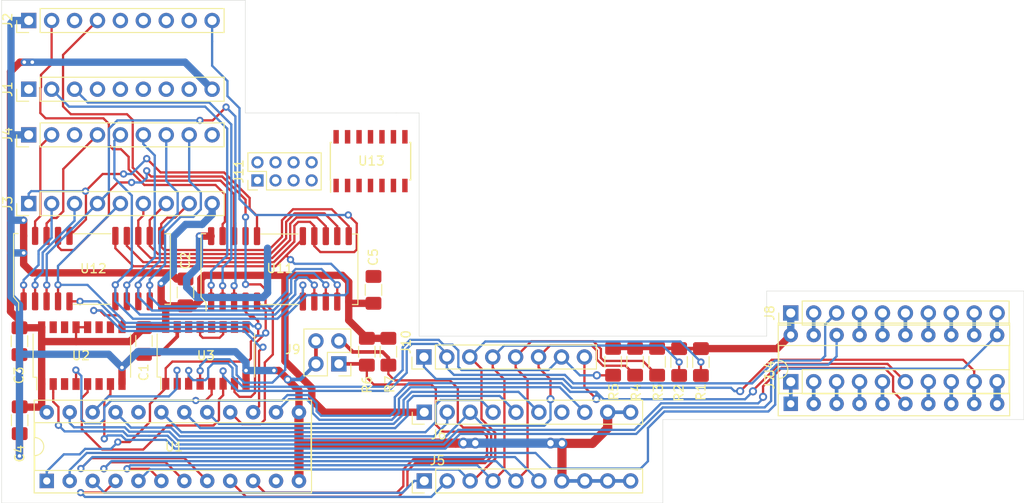
<source format=kicad_pcb>
(kicad_pcb (version 20171130) (host pcbnew "(5.1.0)-1")

  (general
    (thickness 1.6)
    (drawings 15)
    (tracks 945)
    (zones 0)
    (modules 30)
    (nets 73)
  )

  (page A4)
  (layers
    (0 F.Cu signal)
    (31 B.Cu signal)
    (32 B.Adhes user)
    (33 F.Adhes user)
    (34 B.Paste user)
    (35 F.Paste user)
    (36 B.SilkS user)
    (37 F.SilkS user)
    (38 B.Mask user)
    (39 F.Mask user)
    (40 Dwgs.User user)
    (41 Cmts.User user)
    (42 Eco1.User user)
    (43 Eco2.User user)
    (44 Edge.Cuts user)
    (45 Margin user)
    (46 B.CrtYd user)
    (47 F.CrtYd user)
    (48 B.Fab user hide)
    (49 F.Fab user hide)
  )

  (setup
    (last_trace_width 0.25)
    (user_trace_width 0.254)
    (user_trace_width 0.3048)
    (user_trace_width 0.4064)
    (user_trace_width 0.8128)
    (user_trace_width 1.016)
    (user_trace_width 1.27)
    (trace_clearance 0.2)
    (zone_clearance 0.508)
    (zone_45_only no)
    (trace_min 0.2)
    (via_size 0.8)
    (via_drill 0.4)
    (via_min_size 0.4)
    (via_min_drill 0.3)
    (user_via 0.9 0.5)
    (user_via 1 0.6)
    (user_via 1.2 0.7)
    (uvia_size 0.3)
    (uvia_drill 0.1)
    (uvias_allowed no)
    (uvia_min_size 0.2)
    (uvia_min_drill 0.1)
    (edge_width 0.05)
    (segment_width 0.2)
    (pcb_text_width 0.3)
    (pcb_text_size 1.5 1.5)
    (mod_edge_width 0.12)
    (mod_text_size 1 1)
    (mod_text_width 0.15)
    (pad_size 1.524 1.524)
    (pad_drill 0.762)
    (pad_to_mask_clearance 0.051)
    (solder_mask_min_width 0.25)
    (aux_axis_origin 0 0)
    (visible_elements 7FFFFFFF)
    (pcbplotparams
      (layerselection 0x010fc_ffffffff)
      (usegerberextensions false)
      (usegerberattributes false)
      (usegerberadvancedattributes false)
      (creategerberjobfile false)
      (excludeedgelayer true)
      (linewidth 0.100000)
      (plotframeref false)
      (viasonmask false)
      (mode 1)
      (useauxorigin false)
      (hpglpennumber 1)
      (hpglpenspeed 20)
      (hpglpendiameter 15.000000)
      (psnegative false)
      (psa4output false)
      (plotreference true)
      (plotvalue true)
      (plotinvisibletext false)
      (padsonsilk false)
      (subtractmaskfromsilk false)
      (outputformat 1)
      (mirror false)
      (drillshape 1)
      (scaleselection 1)
      (outputdirectory ""))
  )

  (net 0 "")
  (net 1 VCC)
  (net 2 A4)
  (net 3 A5)
  (net 4 A6)
  (net 5 DQ1)
  (net 6 DQ0)
  (net 7 A7)
  (net 8 A3)
  (net 9 A2)
  (net 10 A1)
  (net 11 A0)
  (net 12 DQ2)
  (net 13 DQ3)
  (net 14 GND)
  (net 15 RAS)
  (net 16 WR)
  (net 17 DQ5)
  (net 18 DQ4)
  (net 19 OE)
  (net 20 DQ6)
  (net 21 CAS)
  (net 22 DQ7)
  (net 23 "Net-(U11-Pad15)")
  (net 24 "Net-(U11-Pad5)")
  (net 25 "Net-(U1-Pad22)")
  (net 26 "Net-(U1-Pad16)")
  (net 27 "Net-(U1-Pad15)")
  (net 28 RD5)
  (net 29 RD4)
  (net 30 A15)
  (net 31 A14)
  (net 32 REF)
  (net 33 S5)
  (net 34 BASIC)
  (net 35 MPB)
  (net 36 OS)
  (net 37 CI)
  (net 38 IO)
  (net 39 S4)
  (net 40 PB5)
  (net 41 PB4)
  (net 42 PB3)
  (net 43 PB2)
  (net 44 HALT)
  (net 45 CASMAN)
  (net 46 FA14)
  (net 47 FA15)
  (net 48 O2)
  (net 49 "Net-(J9-Pad3)")
  (net 50 "Net-(J9-Pad1)")
  (net 51 PB6)
  (net 52 BE)
  (net 53 PB1)
  (net 54 PB7)
  (net 55 MAP)
  (net 56 PB0)
  (net 57 A15a)
  (net 58 A14a)
  (net 59 A13a)
  (net 60 A12a)
  (net 61 A11a)
  (net 62 GNDa)
  (net 63 "Net-(U13-Pad2)")
  (net 64 "Net-(J11-Pad8)")
  (net 65 "Net-(J11-Pad7)")
  (net 66 "Net-(J11-Pad6)")
  (net 67 "Net-(J11-Pad5)")
  (net 68 "Net-(J11-Pad4)")
  (net 69 "Net-(J11-Pad3)")
  (net 70 "Net-(J11-Pad2)")
  (net 71 "Net-(J11-Pad1)")
  (net 72 "Net-(U13-Pad13)")

  (net_class Default "To jest domyślna klasa połączeń."
    (clearance 0.2)
    (trace_width 0.25)
    (via_dia 0.8)
    (via_drill 0.4)
    (uvia_dia 0.3)
    (uvia_drill 0.1)
    (add_net A0)
    (add_net A1)
    (add_net A11a)
    (add_net A12a)
    (add_net A13a)
    (add_net A14)
    (add_net A14a)
    (add_net A15)
    (add_net A15a)
    (add_net A2)
    (add_net A3)
    (add_net A4)
    (add_net A5)
    (add_net A6)
    (add_net A7)
    (add_net BASIC)
    (add_net BE)
    (add_net CAS)
    (add_net CASMAN)
    (add_net CI)
    (add_net DQ0)
    (add_net DQ1)
    (add_net DQ2)
    (add_net DQ3)
    (add_net DQ4)
    (add_net DQ5)
    (add_net DQ6)
    (add_net DQ7)
    (add_net FA14)
    (add_net FA15)
    (add_net GND)
    (add_net GNDa)
    (add_net HALT)
    (add_net IO)
    (add_net MAP)
    (add_net MPB)
    (add_net "Net-(J11-Pad1)")
    (add_net "Net-(J11-Pad2)")
    (add_net "Net-(J11-Pad3)")
    (add_net "Net-(J11-Pad4)")
    (add_net "Net-(J11-Pad5)")
    (add_net "Net-(J11-Pad6)")
    (add_net "Net-(J11-Pad7)")
    (add_net "Net-(J11-Pad8)")
    (add_net "Net-(J9-Pad1)")
    (add_net "Net-(J9-Pad3)")
    (add_net "Net-(U1-Pad15)")
    (add_net "Net-(U1-Pad16)")
    (add_net "Net-(U1-Pad22)")
    (add_net "Net-(U11-Pad15)")
    (add_net "Net-(U11-Pad5)")
    (add_net "Net-(U13-Pad13)")
    (add_net "Net-(U13-Pad2)")
    (add_net O2)
    (add_net OE)
    (add_net OS)
    (add_net PB0)
    (add_net PB1)
    (add_net PB2)
    (add_net PB3)
    (add_net PB4)
    (add_net PB5)
    (add_net PB6)
    (add_net PB7)
    (add_net RAS)
    (add_net RD4)
    (add_net RD5)
    (add_net REF)
    (add_net S4)
    (add_net S5)
    (add_net VCC)
    (add_net WR)
  )

  (module Connector_PinHeader_2.00mm:PinHeader_2x04_P2.00mm_Vertical (layer F.Cu) (tedit 59FED667) (tstamp 6037BE6B)
    (at 131.3434 90.7288 90)
    (descr "Through hole straight pin header, 2x04, 2.00mm pitch, double rows")
    (tags "Through hole pin header THT 2x04 2.00mm double row")
    (path /603A9004)
    (fp_text reference J11 (at 1 -2.06 90) (layer F.SilkS)
      (effects (font (size 1 1) (thickness 0.15)))
    )
    (fp_text value RAS_sel (at 1 8.06 90) (layer F.Fab)
      (effects (font (size 1 1) (thickness 0.15)))
    )
    (fp_text user %R (at 1 3 180) (layer F.Fab)
      (effects (font (size 1 1) (thickness 0.15)))
    )
    (fp_line (start 3.5 -1.5) (end -1.5 -1.5) (layer F.CrtYd) (width 0.05))
    (fp_line (start 3.5 7.5) (end 3.5 -1.5) (layer F.CrtYd) (width 0.05))
    (fp_line (start -1.5 7.5) (end 3.5 7.5) (layer F.CrtYd) (width 0.05))
    (fp_line (start -1.5 -1.5) (end -1.5 7.5) (layer F.CrtYd) (width 0.05))
    (fp_line (start -1.06 -1.06) (end 0 -1.06) (layer F.SilkS) (width 0.12))
    (fp_line (start -1.06 0) (end -1.06 -1.06) (layer F.SilkS) (width 0.12))
    (fp_line (start 1 -1.06) (end 3.06 -1.06) (layer F.SilkS) (width 0.12))
    (fp_line (start 1 1) (end 1 -1.06) (layer F.SilkS) (width 0.12))
    (fp_line (start -1.06 1) (end 1 1) (layer F.SilkS) (width 0.12))
    (fp_line (start 3.06 -1.06) (end 3.06 7.06) (layer F.SilkS) (width 0.12))
    (fp_line (start -1.06 1) (end -1.06 7.06) (layer F.SilkS) (width 0.12))
    (fp_line (start -1.06 7.06) (end 3.06 7.06) (layer F.SilkS) (width 0.12))
    (fp_line (start -1 0) (end 0 -1) (layer F.Fab) (width 0.1))
    (fp_line (start -1 7) (end -1 0) (layer F.Fab) (width 0.1))
    (fp_line (start 3 7) (end -1 7) (layer F.Fab) (width 0.1))
    (fp_line (start 3 -1) (end 3 7) (layer F.Fab) (width 0.1))
    (fp_line (start 0 -1) (end 3 -1) (layer F.Fab) (width 0.1))
    (pad 8 thru_hole oval (at 2 6 90) (size 1.35 1.35) (drill 0.8) (layers *.Cu *.Mask)
      (net 64 "Net-(J11-Pad8)"))
    (pad 7 thru_hole oval (at 0 6 90) (size 1.35 1.35) (drill 0.8) (layers *.Cu *.Mask)
      (net 65 "Net-(J11-Pad7)"))
    (pad 6 thru_hole oval (at 2 4 90) (size 1.35 1.35) (drill 0.8) (layers *.Cu *.Mask)
      (net 66 "Net-(J11-Pad6)"))
    (pad 5 thru_hole oval (at 0 4 90) (size 1.35 1.35) (drill 0.8) (layers *.Cu *.Mask)
      (net 67 "Net-(J11-Pad5)"))
    (pad 4 thru_hole oval (at 2 2 90) (size 1.35 1.35) (drill 0.8) (layers *.Cu *.Mask)
      (net 68 "Net-(J11-Pad4)"))
    (pad 3 thru_hole oval (at 0 2 90) (size 1.35 1.35) (drill 0.8) (layers *.Cu *.Mask)
      (net 69 "Net-(J11-Pad3)"))
    (pad 2 thru_hole oval (at 2 0 90) (size 1.35 1.35) (drill 0.8) (layers *.Cu *.Mask)
      (net 70 "Net-(J11-Pad2)"))
    (pad 1 thru_hole rect (at 0 0 90) (size 1.35 1.35) (drill 0.8) (layers *.Cu *.Mask)
      (net 71 "Net-(J11-Pad1)"))
    (model ${KISYS3DMOD}/Connector_PinHeader_2.00mm.3dshapes/PinHeader_2x04_P2.00mm_Vertical.wrl
      (at (xyz 0 0 0))
      (scale (xyz 1 1 1))
      (rotate (xyz 0 0 0))
    )
  )

  (module Package_SO:SOIC-14_3.9x8.7mm_P1.27mm (layer F.Cu) (tedit 5A02F2D3) (tstamp 6037B288)
    (at 143.8656 88.5952 90)
    (descr "14-Lead Plastic Small Outline (SL) - Narrow, 3.90 mm Body [SOIC] (see Microchip Packaging Specification 00000049BS.pdf)")
    (tags "SOIC 1.27")
    (path /6037E9C1)
    (attr smd)
    (fp_text reference U13 (at 0.0254 0.1016 180) (layer F.SilkS)
      (effects (font (size 1 1) (thickness 0.15)))
    )
    (fp_text value 74LS04 (at 0 5.375 90) (layer F.Fab)
      (effects (font (size 1 1) (thickness 0.15)))
    )
    (fp_line (start -2.075 -4.425) (end -3.45 -4.425) (layer F.SilkS) (width 0.15))
    (fp_line (start -2.075 4.45) (end 2.075 4.45) (layer F.SilkS) (width 0.15))
    (fp_line (start -2.075 -4.45) (end 2.075 -4.45) (layer F.SilkS) (width 0.15))
    (fp_line (start -2.075 4.45) (end -2.075 4.335) (layer F.SilkS) (width 0.15))
    (fp_line (start 2.075 4.45) (end 2.075 4.335) (layer F.SilkS) (width 0.15))
    (fp_line (start 2.075 -4.45) (end 2.075 -4.335) (layer F.SilkS) (width 0.15))
    (fp_line (start -2.075 -4.45) (end -2.075 -4.425) (layer F.SilkS) (width 0.15))
    (fp_line (start -3.7 4.65) (end 3.7 4.65) (layer F.CrtYd) (width 0.05))
    (fp_line (start -3.7 -4.65) (end 3.7 -4.65) (layer F.CrtYd) (width 0.05))
    (fp_line (start 3.7 -4.65) (end 3.7 4.65) (layer F.CrtYd) (width 0.05))
    (fp_line (start -3.7 -4.65) (end -3.7 4.65) (layer F.CrtYd) (width 0.05))
    (fp_line (start -1.95 -3.35) (end -0.95 -4.35) (layer F.Fab) (width 0.15))
    (fp_line (start -1.95 4.35) (end -1.95 -3.35) (layer F.Fab) (width 0.15))
    (fp_line (start 1.95 4.35) (end -1.95 4.35) (layer F.Fab) (width 0.15))
    (fp_line (start 1.95 -4.35) (end 1.95 4.35) (layer F.Fab) (width 0.15))
    (fp_line (start -0.95 -4.35) (end 1.95 -4.35) (layer F.Fab) (width 0.15))
    (fp_text user %R (at 0 0 90) (layer F.Fab)
      (effects (font (size 0.9 0.9) (thickness 0.135)))
    )
    (pad 14 smd rect (at 2.7 -3.81 90) (size 1.5 0.6) (layers F.Cu F.Paste F.Mask))
    (pad 13 smd rect (at 2.7 -2.54 90) (size 1.5 0.6) (layers F.Cu F.Paste F.Mask)
      (net 72 "Net-(U13-Pad13)"))
    (pad 12 smd rect (at 2.7 -1.27 90) (size 1.5 0.6) (layers F.Cu F.Paste F.Mask)
      (net 66 "Net-(J11-Pad6)"))
    (pad 11 smd rect (at 2.7 0 90) (size 1.5 0.6) (layers F.Cu F.Paste F.Mask)
      (net 66 "Net-(J11-Pad6)"))
    (pad 10 smd rect (at 2.7 1.27 90) (size 1.5 0.6) (layers F.Cu F.Paste F.Mask)
      (net 68 "Net-(J11-Pad4)"))
    (pad 9 smd rect (at 2.7 2.54 90) (size 1.5 0.6) (layers F.Cu F.Paste F.Mask)
      (net 68 "Net-(J11-Pad4)"))
    (pad 8 smd rect (at 2.7 3.81 90) (size 1.5 0.6) (layers F.Cu F.Paste F.Mask))
    (pad 7 smd rect (at -2.7 3.81 90) (size 1.5 0.6) (layers F.Cu F.Paste F.Mask))
    (pad 6 smd rect (at -2.7 2.54 90) (size 1.5 0.6) (layers F.Cu F.Paste F.Mask)
      (net 72 "Net-(U13-Pad13)"))
    (pad 5 smd rect (at -2.7 1.27 90) (size 1.5 0.6) (layers F.Cu F.Paste F.Mask)
      (net 64 "Net-(J11-Pad8)"))
    (pad 4 smd rect (at -2.7 0 90) (size 1.5 0.6) (layers F.Cu F.Paste F.Mask)
      (net 64 "Net-(J11-Pad8)"))
    (pad 3 smd rect (at -2.7 -1.27 90) (size 1.5 0.6) (layers F.Cu F.Paste F.Mask)
      (net 63 "Net-(U13-Pad2)"))
    (pad 2 smd rect (at -2.7 -2.54 90) (size 1.5 0.6) (layers F.Cu F.Paste F.Mask)
      (net 63 "Net-(U13-Pad2)"))
    (pad 1 smd rect (at -2.7 -3.81 90) (size 1.5 0.6) (layers F.Cu F.Paste F.Mask))
    (model ${KISYS3DMOD}/Package_SO.3dshapes/SOIC-14_3.9x8.7mm_P1.27mm.wrl
      (at (xyz 0 0 0))
      (scale (xyz 1 1 1))
      (rotate (xyz 0 0 0))
    )
  )

  (module Resistor_SMD:R_1206_3216Metric_Pad1.42x1.75mm_HandSolder (layer F.Cu) (tedit 5B301BBD) (tstamp 6035A20B)
    (at 178.054 110.871 270)
    (descr "Resistor SMD 1206 (3216 Metric), square (rectangular) end terminal, IPC_7351 nominal with elongated pad for handsoldering. (Body size source: http://www.tortai-tech.com/upload/download/2011102023233369053.pdf), generated with kicad-footprint-generator")
    (tags "resistor handsolder")
    (path /603D8775)
    (attr smd)
    (fp_text reference R2 (at 3.429 0.0254 270) (layer F.SilkS)
      (effects (font (size 1 1) (thickness 0.15)))
    )
    (fp_text value 10k (at 0 1.82 270) (layer F.Fab)
      (effects (font (size 1 1) (thickness 0.15)))
    )
    (fp_text user %R (at 0 0 270) (layer F.Fab)
      (effects (font (size 0.8 0.8) (thickness 0.12)))
    )
    (fp_line (start 2.45 1.12) (end -2.45 1.12) (layer F.CrtYd) (width 0.05))
    (fp_line (start 2.45 -1.12) (end 2.45 1.12) (layer F.CrtYd) (width 0.05))
    (fp_line (start -2.45 -1.12) (end 2.45 -1.12) (layer F.CrtYd) (width 0.05))
    (fp_line (start -2.45 1.12) (end -2.45 -1.12) (layer F.CrtYd) (width 0.05))
    (fp_line (start -0.602064 0.91) (end 0.602064 0.91) (layer F.SilkS) (width 0.12))
    (fp_line (start -0.602064 -0.91) (end 0.602064 -0.91) (layer F.SilkS) (width 0.12))
    (fp_line (start 1.6 0.8) (end -1.6 0.8) (layer F.Fab) (width 0.1))
    (fp_line (start 1.6 -0.8) (end 1.6 0.8) (layer F.Fab) (width 0.1))
    (fp_line (start -1.6 -0.8) (end 1.6 -0.8) (layer F.Fab) (width 0.1))
    (fp_line (start -1.6 0.8) (end -1.6 -0.8) (layer F.Fab) (width 0.1))
    (pad 2 smd roundrect (at 1.4875 0 270) (size 1.425 1.75) (layers F.Cu F.Paste F.Mask) (roundrect_rratio 0.175439)
      (net 42 PB3))
    (pad 1 smd roundrect (at -1.4875 0 270) (size 1.425 1.75) (layers F.Cu F.Paste F.Mask) (roundrect_rratio 0.175439)
      (net 1 VCC))
    (model ${KISYS3DMOD}/Resistor_SMD.3dshapes/R_1206_3216Metric.wrl
      (at (xyz 0 0 0))
      (scale (xyz 1 1 1))
      (rotate (xyz 0 0 0))
    )
  )

  (module Resistor_SMD:R_1206_3216Metric_Pad1.42x1.75mm_HandSolder (layer F.Cu) (tedit 5B301BBD) (tstamp 6035A23E)
    (at 170.7388 110.8456 270)
    (descr "Resistor SMD 1206 (3216 Metric), square (rectangular) end terminal, IPC_7351 nominal with elongated pad for handsoldering. (Body size source: http://www.tortai-tech.com/upload/download/2011102023233369053.pdf), generated with kicad-footprint-generator")
    (tags "resistor handsolder")
    (path /603D8F06)
    (attr smd)
    (fp_text reference R5 (at 3.3274 -0.0762 270) (layer F.SilkS)
      (effects (font (size 1 1) (thickness 0.15)))
    )
    (fp_text value 10k (at 0 1.82 270) (layer F.Fab)
      (effects (font (size 1 1) (thickness 0.15)))
    )
    (fp_text user %R (at 0 0 270) (layer F.Fab)
      (effects (font (size 0.8 0.8) (thickness 0.12)))
    )
    (fp_line (start 2.45 1.12) (end -2.45 1.12) (layer F.CrtYd) (width 0.05))
    (fp_line (start 2.45 -1.12) (end 2.45 1.12) (layer F.CrtYd) (width 0.05))
    (fp_line (start -2.45 -1.12) (end 2.45 -1.12) (layer F.CrtYd) (width 0.05))
    (fp_line (start -2.45 1.12) (end -2.45 -1.12) (layer F.CrtYd) (width 0.05))
    (fp_line (start -0.602064 0.91) (end 0.602064 0.91) (layer F.SilkS) (width 0.12))
    (fp_line (start -0.602064 -0.91) (end 0.602064 -0.91) (layer F.SilkS) (width 0.12))
    (fp_line (start 1.6 0.8) (end -1.6 0.8) (layer F.Fab) (width 0.1))
    (fp_line (start 1.6 -0.8) (end 1.6 0.8) (layer F.Fab) (width 0.1))
    (fp_line (start -1.6 -0.8) (end 1.6 -0.8) (layer F.Fab) (width 0.1))
    (fp_line (start -1.6 0.8) (end -1.6 -0.8) (layer F.Fab) (width 0.1))
    (pad 2 smd roundrect (at 1.4875 0 270) (size 1.425 1.75) (layers F.Cu F.Paste F.Mask) (roundrect_rratio 0.175439)
      (net 51 PB6))
    (pad 1 smd roundrect (at -1.4875 0 270) (size 1.425 1.75) (layers F.Cu F.Paste F.Mask) (roundrect_rratio 0.175439)
      (net 1 VCC))
    (model ${KISYS3DMOD}/Resistor_SMD.3dshapes/R_1206_3216Metric.wrl
      (at (xyz 0 0 0))
      (scale (xyz 1 1 1))
      (rotate (xyz 0 0 0))
    )
  )

  (module Connector_PinHeader_2.54mm:PinHeader_1x08_P2.54mm_Vertical (layer F.Cu) (tedit 59FED5CC) (tstamp 60362E40)
    (at 149.7838 110.3122 90)
    (descr "Through hole straight pin header, 1x08, 2.54mm pitch, single row")
    (tags "Through hole pin header THT 1x08 2.54mm single row")
    (path /6036F9B5)
    (fp_text reference J10 (at 1.651 -1.9812 90) (layer F.SilkS)
      (effects (font (size 1 1) (thickness 0.15)))
    )
    (fp_text value PB0..7 (at 0 20.11 90) (layer F.Fab)
      (effects (font (size 1 1) (thickness 0.15)))
    )
    (fp_text user %R (at 0 8.89 180) (layer F.Fab)
      (effects (font (size 1 1) (thickness 0.15)))
    )
    (fp_line (start 1.8 -1.8) (end -1.8 -1.8) (layer F.CrtYd) (width 0.05))
    (fp_line (start 1.8 19.55) (end 1.8 -1.8) (layer F.CrtYd) (width 0.05))
    (fp_line (start -1.8 19.55) (end 1.8 19.55) (layer F.CrtYd) (width 0.05))
    (fp_line (start -1.8 -1.8) (end -1.8 19.55) (layer F.CrtYd) (width 0.05))
    (fp_line (start -1.33 -1.33) (end 0 -1.33) (layer F.SilkS) (width 0.12))
    (fp_line (start -1.33 0) (end -1.33 -1.33) (layer F.SilkS) (width 0.12))
    (fp_line (start -1.33 1.27) (end 1.33 1.27) (layer F.SilkS) (width 0.12))
    (fp_line (start 1.33 1.27) (end 1.33 19.11) (layer F.SilkS) (width 0.12))
    (fp_line (start -1.33 1.27) (end -1.33 19.11) (layer F.SilkS) (width 0.12))
    (fp_line (start -1.33 19.11) (end 1.33 19.11) (layer F.SilkS) (width 0.12))
    (fp_line (start -1.27 -0.635) (end -0.635 -1.27) (layer F.Fab) (width 0.1))
    (fp_line (start -1.27 19.05) (end -1.27 -0.635) (layer F.Fab) (width 0.1))
    (fp_line (start 1.27 19.05) (end -1.27 19.05) (layer F.Fab) (width 0.1))
    (fp_line (start 1.27 -1.27) (end 1.27 19.05) (layer F.Fab) (width 0.1))
    (fp_line (start -0.635 -1.27) (end 1.27 -1.27) (layer F.Fab) (width 0.1))
    (pad 8 thru_hole oval (at 0 17.78 90) (size 1.7 1.7) (drill 1) (layers *.Cu *.Mask)
      (net 54 PB7))
    (pad 7 thru_hole oval (at 0 15.24 90) (size 1.7 1.7) (drill 1) (layers *.Cu *.Mask)
      (net 51 PB6))
    (pad 6 thru_hole oval (at 0 12.7 90) (size 1.7 1.7) (drill 1) (layers *.Cu *.Mask)
      (net 40 PB5))
    (pad 5 thru_hole oval (at 0 10.16 90) (size 1.7 1.7) (drill 1) (layers *.Cu *.Mask)
      (net 41 PB4))
    (pad 4 thru_hole oval (at 0 7.62 90) (size 1.7 1.7) (drill 1) (layers *.Cu *.Mask)
      (net 42 PB3))
    (pad 3 thru_hole oval (at 0 5.08 90) (size 1.7 1.7) (drill 1) (layers *.Cu *.Mask)
      (net 43 PB2))
    (pad 2 thru_hole oval (at 0 2.54 90) (size 1.7 1.7) (drill 1) (layers *.Cu *.Mask)
      (net 53 PB1))
    (pad 1 thru_hole rect (at 0 0 90) (size 1.7 1.7) (drill 1) (layers *.Cu *.Mask)
      (net 56 PB0))
    (model ${KISYS3DMOD}/Connector_PinHeader_2.54mm.3dshapes/PinHeader_1x08_P2.54mm_Vertical.wrl
      (at (xyz 0 0 0))
      (scale (xyz 1 1 1))
      (rotate (xyz 0 0 0))
    )
  )

  (module Resistor_SMD:R_1206_3216Metric_Pad1.42x1.75mm_HandSolder (layer F.Cu) (tedit 5B301BBD) (tstamp 6035A260)
    (at 145.8468 109.728 270)
    (descr "Resistor SMD 1206 (3216 Metric), square (rectangular) end terminal, IPC_7351 nominal with elongated pad for handsoldering. (Body size source: http://www.tortai-tech.com/upload/download/2011102023233369053.pdf), generated with kicad-footprint-generator")
    (tags "resistor handsolder")
    (path /603F50DC)
    (attr smd)
    (fp_text reference R7 (at 3.6068 -0.1524 270) (layer F.SilkS)
      (effects (font (size 1 1) (thickness 0.15)))
    )
    (fp_text value 10k (at 0 1.82 270) (layer F.Fab)
      (effects (font (size 1 1) (thickness 0.15)))
    )
    (fp_text user %R (at 0 0 270) (layer F.Fab)
      (effects (font (size 0.8 0.8) (thickness 0.12)))
    )
    (fp_line (start 2.45 1.12) (end -2.45 1.12) (layer F.CrtYd) (width 0.05))
    (fp_line (start 2.45 -1.12) (end 2.45 1.12) (layer F.CrtYd) (width 0.05))
    (fp_line (start -2.45 -1.12) (end 2.45 -1.12) (layer F.CrtYd) (width 0.05))
    (fp_line (start -2.45 1.12) (end -2.45 -1.12) (layer F.CrtYd) (width 0.05))
    (fp_line (start -0.602064 0.91) (end 0.602064 0.91) (layer F.SilkS) (width 0.12))
    (fp_line (start -0.602064 -0.91) (end 0.602064 -0.91) (layer F.SilkS) (width 0.12))
    (fp_line (start 1.6 0.8) (end -1.6 0.8) (layer F.Fab) (width 0.1))
    (fp_line (start 1.6 -0.8) (end 1.6 0.8) (layer F.Fab) (width 0.1))
    (fp_line (start -1.6 -0.8) (end 1.6 -0.8) (layer F.Fab) (width 0.1))
    (fp_line (start -1.6 0.8) (end -1.6 -0.8) (layer F.Fab) (width 0.1))
    (pad 2 smd roundrect (at 1.4875 0 270) (size 1.425 1.75) (layers F.Cu F.Paste F.Mask) (roundrect_rratio 0.175439)
      (net 49 "Net-(J9-Pad3)"))
    (pad 1 smd roundrect (at -1.4875 0 270) (size 1.425 1.75) (layers F.Cu F.Paste F.Mask) (roundrect_rratio 0.175439)
      (net 1 VCC))
    (model ${KISYS3DMOD}/Resistor_SMD.3dshapes/R_1206_3216Metric.wrl
      (at (xyz 0 0 0))
      (scale (xyz 1 1 1))
      (rotate (xyz 0 0 0))
    )
  )

  (module Resistor_SMD:R_1206_3216Metric_Pad1.42x1.75mm_HandSolder (layer F.Cu) (tedit 5B301BBD) (tstamp 6035A24F)
    (at 143.4592 109.728 270)
    (descr "Resistor SMD 1206 (3216 Metric), square (rectangular) end terminal, IPC_7351 nominal with elongated pad for handsoldering. (Body size source: http://www.tortai-tech.com/upload/download/2011102023233369053.pdf), generated with kicad-footprint-generator")
    (tags "resistor handsolder")
    (path /603F4DB0)
    (attr smd)
    (fp_text reference R6 (at 3.6576 -0.0254 270) (layer F.SilkS)
      (effects (font (size 1 1) (thickness 0.15)))
    )
    (fp_text value 10k (at 0 1.82 270) (layer F.Fab)
      (effects (font (size 1 1) (thickness 0.15)))
    )
    (fp_text user %R (at 0 0 270) (layer F.Fab)
      (effects (font (size 0.8 0.8) (thickness 0.12)))
    )
    (fp_line (start 2.45 1.12) (end -2.45 1.12) (layer F.CrtYd) (width 0.05))
    (fp_line (start 2.45 -1.12) (end 2.45 1.12) (layer F.CrtYd) (width 0.05))
    (fp_line (start -2.45 -1.12) (end 2.45 -1.12) (layer F.CrtYd) (width 0.05))
    (fp_line (start -2.45 1.12) (end -2.45 -1.12) (layer F.CrtYd) (width 0.05))
    (fp_line (start -0.602064 0.91) (end 0.602064 0.91) (layer F.SilkS) (width 0.12))
    (fp_line (start -0.602064 -0.91) (end 0.602064 -0.91) (layer F.SilkS) (width 0.12))
    (fp_line (start 1.6 0.8) (end -1.6 0.8) (layer F.Fab) (width 0.1))
    (fp_line (start 1.6 -0.8) (end 1.6 0.8) (layer F.Fab) (width 0.1))
    (fp_line (start -1.6 -0.8) (end 1.6 -0.8) (layer F.Fab) (width 0.1))
    (fp_line (start -1.6 0.8) (end -1.6 -0.8) (layer F.Fab) (width 0.1))
    (pad 2 smd roundrect (at 1.4875 0 270) (size 1.425 1.75) (layers F.Cu F.Paste F.Mask) (roundrect_rratio 0.175439)
      (net 50 "Net-(J9-Pad1)"))
    (pad 1 smd roundrect (at -1.4875 0 270) (size 1.425 1.75) (layers F.Cu F.Paste F.Mask) (roundrect_rratio 0.175439)
      (net 1 VCC))
    (model ${KISYS3DMOD}/Resistor_SMD.3dshapes/R_1206_3216Metric.wrl
      (at (xyz 0 0 0))
      (scale (xyz 1 1 1))
      (rotate (xyz 0 0 0))
    )
  )

  (module Resistor_SMD:R_1206_3216Metric_Pad1.42x1.75mm_HandSolder (layer F.Cu) (tedit 5B301BBD) (tstamp 6035A22D)
    (at 173.1772 110.8456 270)
    (descr "Resistor SMD 1206 (3216 Metric), square (rectangular) end terminal, IPC_7351 nominal with elongated pad for handsoldering. (Body size source: http://www.tortai-tech.com/upload/download/2011102023233369053.pdf), generated with kicad-footprint-generator")
    (tags "resistor handsolder")
    (path /603D8CC6)
    (attr smd)
    (fp_text reference R4 (at 3.3782 -0.127 270) (layer F.SilkS)
      (effects (font (size 1 1) (thickness 0.15)))
    )
    (fp_text value 10k (at 0 1.82 270) (layer F.Fab)
      (effects (font (size 1 1) (thickness 0.15)))
    )
    (fp_text user %R (at 0 0 270) (layer F.Fab)
      (effects (font (size 0.8 0.8) (thickness 0.12)))
    )
    (fp_line (start 2.45 1.12) (end -2.45 1.12) (layer F.CrtYd) (width 0.05))
    (fp_line (start 2.45 -1.12) (end 2.45 1.12) (layer F.CrtYd) (width 0.05))
    (fp_line (start -2.45 -1.12) (end 2.45 -1.12) (layer F.CrtYd) (width 0.05))
    (fp_line (start -2.45 1.12) (end -2.45 -1.12) (layer F.CrtYd) (width 0.05))
    (fp_line (start -0.602064 0.91) (end 0.602064 0.91) (layer F.SilkS) (width 0.12))
    (fp_line (start -0.602064 -0.91) (end 0.602064 -0.91) (layer F.SilkS) (width 0.12))
    (fp_line (start 1.6 0.8) (end -1.6 0.8) (layer F.Fab) (width 0.1))
    (fp_line (start 1.6 -0.8) (end 1.6 0.8) (layer F.Fab) (width 0.1))
    (fp_line (start -1.6 -0.8) (end 1.6 -0.8) (layer F.Fab) (width 0.1))
    (fp_line (start -1.6 0.8) (end -1.6 -0.8) (layer F.Fab) (width 0.1))
    (pad 2 smd roundrect (at 1.4875 0 270) (size 1.425 1.75) (layers F.Cu F.Paste F.Mask) (roundrect_rratio 0.175439)
      (net 40 PB5))
    (pad 1 smd roundrect (at -1.4875 0 270) (size 1.425 1.75) (layers F.Cu F.Paste F.Mask) (roundrect_rratio 0.175439)
      (net 1 VCC))
    (model ${KISYS3DMOD}/Resistor_SMD.3dshapes/R_1206_3216Metric.wrl
      (at (xyz 0 0 0))
      (scale (xyz 1 1 1))
      (rotate (xyz 0 0 0))
    )
  )

  (module Resistor_SMD:R_1206_3216Metric_Pad1.42x1.75mm_HandSolder (layer F.Cu) (tedit 5B301BBD) (tstamp 6035A21C)
    (at 175.6156 110.8456 270)
    (descr "Resistor SMD 1206 (3216 Metric), square (rectangular) end terminal, IPC_7351 nominal with elongated pad for handsoldering. (Body size source: http://www.tortai-tech.com/upload/download/2011102023233369053.pdf), generated with kicad-footprint-generator")
    (tags "resistor handsolder")
    (path /603D8A27)
    (attr smd)
    (fp_text reference R3 (at 3.4036 -0.127 270) (layer F.SilkS)
      (effects (font (size 1 1) (thickness 0.15)))
    )
    (fp_text value 10k (at 0 1.82 270) (layer F.Fab)
      (effects (font (size 1 1) (thickness 0.15)))
    )
    (fp_text user %R (at 0 0 270) (layer F.Fab)
      (effects (font (size 0.8 0.8) (thickness 0.12)))
    )
    (fp_line (start 2.45 1.12) (end -2.45 1.12) (layer F.CrtYd) (width 0.05))
    (fp_line (start 2.45 -1.12) (end 2.45 1.12) (layer F.CrtYd) (width 0.05))
    (fp_line (start -2.45 -1.12) (end 2.45 -1.12) (layer F.CrtYd) (width 0.05))
    (fp_line (start -2.45 1.12) (end -2.45 -1.12) (layer F.CrtYd) (width 0.05))
    (fp_line (start -0.602064 0.91) (end 0.602064 0.91) (layer F.SilkS) (width 0.12))
    (fp_line (start -0.602064 -0.91) (end 0.602064 -0.91) (layer F.SilkS) (width 0.12))
    (fp_line (start 1.6 0.8) (end -1.6 0.8) (layer F.Fab) (width 0.1))
    (fp_line (start 1.6 -0.8) (end 1.6 0.8) (layer F.Fab) (width 0.1))
    (fp_line (start -1.6 -0.8) (end 1.6 -0.8) (layer F.Fab) (width 0.1))
    (fp_line (start -1.6 0.8) (end -1.6 -0.8) (layer F.Fab) (width 0.1))
    (pad 2 smd roundrect (at 1.4875 0 270) (size 1.425 1.75) (layers F.Cu F.Paste F.Mask) (roundrect_rratio 0.175439)
      (net 41 PB4))
    (pad 1 smd roundrect (at -1.4875 0 270) (size 1.425 1.75) (layers F.Cu F.Paste F.Mask) (roundrect_rratio 0.175439)
      (net 1 VCC))
    (model ${KISYS3DMOD}/Resistor_SMD.3dshapes/R_1206_3216Metric.wrl
      (at (xyz 0 0 0))
      (scale (xyz 1 1 1))
      (rotate (xyz 0 0 0))
    )
  )

  (module Resistor_SMD:R_1206_3216Metric_Pad1.42x1.75mm_HandSolder (layer F.Cu) (tedit 5B301BBD) (tstamp 6035A1FA)
    (at 180.467 110.871 270)
    (descr "Resistor SMD 1206 (3216 Metric), square (rectangular) end terminal, IPC_7351 nominal with elongated pad for handsoldering. (Body size source: http://www.tortai-tech.com/upload/download/2011102023233369053.pdf), generated with kicad-footprint-generator")
    (tags "resistor handsolder")
    (path /603D80E2)
    (attr smd)
    (fp_text reference R1 (at 3.3274 0 270) (layer F.SilkS)
      (effects (font (size 1 1) (thickness 0.15)))
    )
    (fp_text value 10k (at 0 1.82 270) (layer F.Fab)
      (effects (font (size 1 1) (thickness 0.15)))
    )
    (fp_text user %R (at 0 0 270) (layer F.Fab)
      (effects (font (size 0.8 0.8) (thickness 0.12)))
    )
    (fp_line (start 2.45 1.12) (end -2.45 1.12) (layer F.CrtYd) (width 0.05))
    (fp_line (start 2.45 -1.12) (end 2.45 1.12) (layer F.CrtYd) (width 0.05))
    (fp_line (start -2.45 -1.12) (end 2.45 -1.12) (layer F.CrtYd) (width 0.05))
    (fp_line (start -2.45 1.12) (end -2.45 -1.12) (layer F.CrtYd) (width 0.05))
    (fp_line (start -0.602064 0.91) (end 0.602064 0.91) (layer F.SilkS) (width 0.12))
    (fp_line (start -0.602064 -0.91) (end 0.602064 -0.91) (layer F.SilkS) (width 0.12))
    (fp_line (start 1.6 0.8) (end -1.6 0.8) (layer F.Fab) (width 0.1))
    (fp_line (start 1.6 -0.8) (end 1.6 0.8) (layer F.Fab) (width 0.1))
    (fp_line (start -1.6 -0.8) (end 1.6 -0.8) (layer F.Fab) (width 0.1))
    (fp_line (start -1.6 0.8) (end -1.6 -0.8) (layer F.Fab) (width 0.1))
    (pad 2 smd roundrect (at 1.4875 0 270) (size 1.425 1.75) (layers F.Cu F.Paste F.Mask) (roundrect_rratio 0.175439)
      (net 43 PB2))
    (pad 1 smd roundrect (at -1.4875 0 270) (size 1.425 1.75) (layers F.Cu F.Paste F.Mask) (roundrect_rratio 0.175439)
      (net 1 VCC))
    (model ${KISYS3DMOD}/Resistor_SMD.3dshapes/R_1206_3216Metric.wrl
      (at (xyz 0 0 0))
      (scale (xyz 1 1 1))
      (rotate (xyz 0 0 0))
    )
  )

  (module Connector_PinHeader_2.54mm:PinHeader_2x02_P2.54mm_Vertical (layer F.Cu) (tedit 59FED5CC) (tstamp 6035A1E9)
    (at 140.3604 111.0742 180)
    (descr "Through hole straight pin header, 2x02, 2.54mm pitch, double rows")
    (tags "Through hole pin header THT 2x02 2.54mm double row")
    (path /604016AD)
    (fp_text reference J9 (at 5.1054 1.6002 180) (layer F.SilkS)
      (effects (font (size 1 1) (thickness 0.15)))
    )
    (fp_text value Mem_On_Off (at 1.27 4.87 180) (layer F.Fab)
      (effects (font (size 1 1) (thickness 0.15)))
    )
    (fp_text user %R (at 1.27 1.27 270) (layer F.Fab)
      (effects (font (size 1 1) (thickness 0.15)))
    )
    (fp_line (start 4.35 -1.8) (end -1.8 -1.8) (layer F.CrtYd) (width 0.05))
    (fp_line (start 4.35 4.35) (end 4.35 -1.8) (layer F.CrtYd) (width 0.05))
    (fp_line (start -1.8 4.35) (end 4.35 4.35) (layer F.CrtYd) (width 0.05))
    (fp_line (start -1.8 -1.8) (end -1.8 4.35) (layer F.CrtYd) (width 0.05))
    (fp_line (start -1.33 -1.33) (end 0 -1.33) (layer F.SilkS) (width 0.12))
    (fp_line (start -1.33 0) (end -1.33 -1.33) (layer F.SilkS) (width 0.12))
    (fp_line (start 1.27 -1.33) (end 3.87 -1.33) (layer F.SilkS) (width 0.12))
    (fp_line (start 1.27 1.27) (end 1.27 -1.33) (layer F.SilkS) (width 0.12))
    (fp_line (start -1.33 1.27) (end 1.27 1.27) (layer F.SilkS) (width 0.12))
    (fp_line (start 3.87 -1.33) (end 3.87 3.87) (layer F.SilkS) (width 0.12))
    (fp_line (start -1.33 1.27) (end -1.33 3.87) (layer F.SilkS) (width 0.12))
    (fp_line (start -1.33 3.87) (end 3.87 3.87) (layer F.SilkS) (width 0.12))
    (fp_line (start -1.27 0) (end 0 -1.27) (layer F.Fab) (width 0.1))
    (fp_line (start -1.27 3.81) (end -1.27 0) (layer F.Fab) (width 0.1))
    (fp_line (start 3.81 3.81) (end -1.27 3.81) (layer F.Fab) (width 0.1))
    (fp_line (start 3.81 -1.27) (end 3.81 3.81) (layer F.Fab) (width 0.1))
    (fp_line (start 0 -1.27) (end 3.81 -1.27) (layer F.Fab) (width 0.1))
    (pad 4 thru_hole oval (at 2.54 2.54 180) (size 1.7 1.7) (drill 1) (layers *.Cu *.Mask)
      (net 14 GND))
    (pad 3 thru_hole oval (at 0 2.54 180) (size 1.7 1.7) (drill 1) (layers *.Cu *.Mask)
      (net 49 "Net-(J9-Pad3)"))
    (pad 2 thru_hole oval (at 2.54 0 180) (size 1.7 1.7) (drill 1) (layers *.Cu *.Mask)
      (net 14 GND))
    (pad 1 thru_hole rect (at 0 0 180) (size 1.7 1.7) (drill 1) (layers *.Cu *.Mask)
      (net 50 "Net-(J9-Pad1)"))
    (model ${KISYS3DMOD}/Connector_PinHeader_2.54mm.3dshapes/PinHeader_2x02_P2.54mm_Vertical.wrl
      (at (xyz 0 0 0))
      (scale (xyz 1 1 1))
      (rotate (xyz 0 0 0))
    )
  )

  (module Capacitor_SMD:C_1206_3216Metric_Pad1.42x1.75mm_HandSolder (layer F.Cu) (tedit 5B301BBE) (tstamp 6035A007)
    (at 144.1958 102.87 90)
    (descr "Capacitor SMD 1206 (3216 Metric), square (rectangular) end terminal, IPC_7351 nominal with elongated pad for handsoldering. (Body size source: http://www.tortai-tech.com/upload/download/2011102023233369053.pdf), generated with kicad-footprint-generator")
    (tags "capacitor handsolder")
    (path /6040D11A)
    (attr smd)
    (fp_text reference C5 (at 3.6322 -0.0254 90) (layer F.SilkS)
      (effects (font (size 1 1) (thickness 0.15)))
    )
    (fp_text value 100nF (at 0 1.82 90) (layer F.Fab)
      (effects (font (size 1 1) (thickness 0.15)))
    )
    (fp_text user %R (at 0 0 90) (layer F.Fab)
      (effects (font (size 0.8 0.8) (thickness 0.12)))
    )
    (fp_line (start 2.45 1.12) (end -2.45 1.12) (layer F.CrtYd) (width 0.05))
    (fp_line (start 2.45 -1.12) (end 2.45 1.12) (layer F.CrtYd) (width 0.05))
    (fp_line (start -2.45 -1.12) (end 2.45 -1.12) (layer F.CrtYd) (width 0.05))
    (fp_line (start -2.45 1.12) (end -2.45 -1.12) (layer F.CrtYd) (width 0.05))
    (fp_line (start -0.602064 0.91) (end 0.602064 0.91) (layer F.SilkS) (width 0.12))
    (fp_line (start -0.602064 -0.91) (end 0.602064 -0.91) (layer F.SilkS) (width 0.12))
    (fp_line (start 1.6 0.8) (end -1.6 0.8) (layer F.Fab) (width 0.1))
    (fp_line (start 1.6 -0.8) (end 1.6 0.8) (layer F.Fab) (width 0.1))
    (fp_line (start -1.6 -0.8) (end 1.6 -0.8) (layer F.Fab) (width 0.1))
    (fp_line (start -1.6 0.8) (end -1.6 -0.8) (layer F.Fab) (width 0.1))
    (pad 2 smd roundrect (at 1.4875 0 90) (size 1.425 1.75) (layers F.Cu F.Paste F.Mask) (roundrect_rratio 0.175439)
      (net 14 GND))
    (pad 1 smd roundrect (at -1.4875 0 90) (size 1.425 1.75) (layers F.Cu F.Paste F.Mask) (roundrect_rratio 0.175439)
      (net 1 VCC))
    (model ${KISYS3DMOD}/Capacitor_SMD.3dshapes/C_1206_3216Metric.wrl
      (at (xyz 0 0 0))
      (scale (xyz 1 1 1))
      (rotate (xyz 0 0 0))
    )
  )

  (module Capacitor_SMD:C_1206_3216Metric_Pad1.42x1.75mm_HandSolder (layer F.Cu) (tedit 5B301BBE) (tstamp 60359FF6)
    (at 105 117.3226 270)
    (descr "Capacitor SMD 1206 (3216 Metric), square (rectangular) end terminal, IPC_7351 nominal with elongated pad for handsoldering. (Body size source: http://www.tortai-tech.com/upload/download/2011102023233369053.pdf), generated with kicad-footprint-generator")
    (tags "capacitor handsolder")
    (path /6040CDDB)
    (attr smd)
    (fp_text reference C4 (at 3.7084 0 270) (layer F.SilkS)
      (effects (font (size 1 1) (thickness 0.15)))
    )
    (fp_text value 100nF (at 0 1.82 270) (layer F.Fab)
      (effects (font (size 1 1) (thickness 0.15)))
    )
    (fp_text user %R (at 0 0 270) (layer F.Fab)
      (effects (font (size 0.8 0.8) (thickness 0.12)))
    )
    (fp_line (start 2.45 1.12) (end -2.45 1.12) (layer F.CrtYd) (width 0.05))
    (fp_line (start 2.45 -1.12) (end 2.45 1.12) (layer F.CrtYd) (width 0.05))
    (fp_line (start -2.45 -1.12) (end 2.45 -1.12) (layer F.CrtYd) (width 0.05))
    (fp_line (start -2.45 1.12) (end -2.45 -1.12) (layer F.CrtYd) (width 0.05))
    (fp_line (start -0.602064 0.91) (end 0.602064 0.91) (layer F.SilkS) (width 0.12))
    (fp_line (start -0.602064 -0.91) (end 0.602064 -0.91) (layer F.SilkS) (width 0.12))
    (fp_line (start 1.6 0.8) (end -1.6 0.8) (layer F.Fab) (width 0.1))
    (fp_line (start 1.6 -0.8) (end 1.6 0.8) (layer F.Fab) (width 0.1))
    (fp_line (start -1.6 -0.8) (end 1.6 -0.8) (layer F.Fab) (width 0.1))
    (fp_line (start -1.6 0.8) (end -1.6 -0.8) (layer F.Fab) (width 0.1))
    (pad 2 smd roundrect (at 1.4875 0 270) (size 1.425 1.75) (layers F.Cu F.Paste F.Mask) (roundrect_rratio 0.175439)
      (net 14 GND))
    (pad 1 smd roundrect (at -1.4875 0 270) (size 1.425 1.75) (layers F.Cu F.Paste F.Mask) (roundrect_rratio 0.175439)
      (net 1 VCC))
    (model ${KISYS3DMOD}/Capacitor_SMD.3dshapes/C_1206_3216Metric.wrl
      (at (xyz 0 0 0))
      (scale (xyz 1 1 1))
      (rotate (xyz 0 0 0))
    )
  )

  (module Capacitor_SMD:C_1206_3216Metric_Pad1.42x1.75mm_HandSolder (layer F.Cu) (tedit 5B301BBE) (tstamp 60359FE5)
    (at 104.9782 108.5596 270)
    (descr "Capacitor SMD 1206 (3216 Metric), square (rectangular) end terminal, IPC_7351 nominal with elongated pad for handsoldering. (Body size source: http://www.tortai-tech.com/upload/download/2011102023233369053.pdf), generated with kicad-footprint-generator")
    (tags "capacitor handsolder")
    (path /6040CB50)
    (attr smd)
    (fp_text reference C3 (at 3.7846 0.0508 270) (layer F.SilkS)
      (effects (font (size 1 1) (thickness 0.15)))
    )
    (fp_text value 100nF (at 0 1.82 270) (layer F.Fab)
      (effects (font (size 1 1) (thickness 0.15)))
    )
    (fp_text user %R (at 0 0 270) (layer F.Fab)
      (effects (font (size 0.8 0.8) (thickness 0.12)))
    )
    (fp_line (start 2.45 1.12) (end -2.45 1.12) (layer F.CrtYd) (width 0.05))
    (fp_line (start 2.45 -1.12) (end 2.45 1.12) (layer F.CrtYd) (width 0.05))
    (fp_line (start -2.45 -1.12) (end 2.45 -1.12) (layer F.CrtYd) (width 0.05))
    (fp_line (start -2.45 1.12) (end -2.45 -1.12) (layer F.CrtYd) (width 0.05))
    (fp_line (start -0.602064 0.91) (end 0.602064 0.91) (layer F.SilkS) (width 0.12))
    (fp_line (start -0.602064 -0.91) (end 0.602064 -0.91) (layer F.SilkS) (width 0.12))
    (fp_line (start 1.6 0.8) (end -1.6 0.8) (layer F.Fab) (width 0.1))
    (fp_line (start 1.6 -0.8) (end 1.6 0.8) (layer F.Fab) (width 0.1))
    (fp_line (start -1.6 -0.8) (end 1.6 -0.8) (layer F.Fab) (width 0.1))
    (fp_line (start -1.6 0.8) (end -1.6 -0.8) (layer F.Fab) (width 0.1))
    (pad 2 smd roundrect (at 1.4875 0 270) (size 1.425 1.75) (layers F.Cu F.Paste F.Mask) (roundrect_rratio 0.175439)
      (net 14 GND))
    (pad 1 smd roundrect (at -1.4875 0 270) (size 1.425 1.75) (layers F.Cu F.Paste F.Mask) (roundrect_rratio 0.175439)
      (net 1 VCC))
    (model ${KISYS3DMOD}/Capacitor_SMD.3dshapes/C_1206_3216Metric.wrl
      (at (xyz 0 0 0))
      (scale (xyz 1 1 1))
      (rotate (xyz 0 0 0))
    )
  )

  (module Capacitor_SMD:C_1206_3216Metric_Pad1.42x1.75mm_HandSolder (layer F.Cu) (tedit 5B301BBE) (tstamp 60359FD4)
    (at 123.3678 103.1494 90)
    (descr "Capacitor SMD 1206 (3216 Metric), square (rectangular) end terminal, IPC_7351 nominal with elongated pad for handsoldering. (Body size source: http://www.tortai-tech.com/upload/download/2011102023233369053.pdf), generated with kicad-footprint-generator")
    (tags "capacitor handsolder")
    (path /6040C8FC)
    (attr smd)
    (fp_text reference C2 (at 3.5306 0 90) (layer F.SilkS)
      (effects (font (size 1 1) (thickness 0.15)))
    )
    (fp_text value 100nF (at 0 1.82 90) (layer F.Fab)
      (effects (font (size 1 1) (thickness 0.15)))
    )
    (fp_text user %R (at 0 0 90) (layer F.Fab)
      (effects (font (size 0.8 0.8) (thickness 0.12)))
    )
    (fp_line (start 2.45 1.12) (end -2.45 1.12) (layer F.CrtYd) (width 0.05))
    (fp_line (start 2.45 -1.12) (end 2.45 1.12) (layer F.CrtYd) (width 0.05))
    (fp_line (start -2.45 -1.12) (end 2.45 -1.12) (layer F.CrtYd) (width 0.05))
    (fp_line (start -2.45 1.12) (end -2.45 -1.12) (layer F.CrtYd) (width 0.05))
    (fp_line (start -0.602064 0.91) (end 0.602064 0.91) (layer F.SilkS) (width 0.12))
    (fp_line (start -0.602064 -0.91) (end 0.602064 -0.91) (layer F.SilkS) (width 0.12))
    (fp_line (start 1.6 0.8) (end -1.6 0.8) (layer F.Fab) (width 0.1))
    (fp_line (start 1.6 -0.8) (end 1.6 0.8) (layer F.Fab) (width 0.1))
    (fp_line (start -1.6 -0.8) (end 1.6 -0.8) (layer F.Fab) (width 0.1))
    (fp_line (start -1.6 0.8) (end -1.6 -0.8) (layer F.Fab) (width 0.1))
    (pad 2 smd roundrect (at 1.4875 0 90) (size 1.425 1.75) (layers F.Cu F.Paste F.Mask) (roundrect_rratio 0.175439)
      (net 14 GND))
    (pad 1 smd roundrect (at -1.4875 0 90) (size 1.425 1.75) (layers F.Cu F.Paste F.Mask) (roundrect_rratio 0.175439)
      (net 1 VCC))
    (model ${KISYS3DMOD}/Capacitor_SMD.3dshapes/C_1206_3216Metric.wrl
      (at (xyz 0 0 0))
      (scale (xyz 1 1 1))
      (rotate (xyz 0 0 0))
    )
  )

  (module Capacitor_SMD:C_1206_3216Metric_Pad1.42x1.75mm_HandSolder (layer F.Cu) (tedit 5B301BBE) (tstamp 60359FC3)
    (at 118.7704 108.5342 270)
    (descr "Capacitor SMD 1206 (3216 Metric), square (rectangular) end terminal, IPC_7351 nominal with elongated pad for handsoldering. (Body size source: http://www.tortai-tech.com/upload/download/2011102023233369053.pdf), generated with kicad-footprint-generator")
    (tags "capacitor handsolder")
    (path /6040C24B)
    (attr smd)
    (fp_text reference C1 (at 3.4798 0.0254 270) (layer F.SilkS)
      (effects (font (size 1 1) (thickness 0.15)))
    )
    (fp_text value 100nF (at 0 1.82 270) (layer F.Fab)
      (effects (font (size 1 1) (thickness 0.15)))
    )
    (fp_text user %R (at 0 0 270) (layer F.Fab)
      (effects (font (size 0.8 0.8) (thickness 0.12)))
    )
    (fp_line (start 2.45 1.12) (end -2.45 1.12) (layer F.CrtYd) (width 0.05))
    (fp_line (start 2.45 -1.12) (end 2.45 1.12) (layer F.CrtYd) (width 0.05))
    (fp_line (start -2.45 -1.12) (end 2.45 -1.12) (layer F.CrtYd) (width 0.05))
    (fp_line (start -2.45 1.12) (end -2.45 -1.12) (layer F.CrtYd) (width 0.05))
    (fp_line (start -0.602064 0.91) (end 0.602064 0.91) (layer F.SilkS) (width 0.12))
    (fp_line (start -0.602064 -0.91) (end 0.602064 -0.91) (layer F.SilkS) (width 0.12))
    (fp_line (start 1.6 0.8) (end -1.6 0.8) (layer F.Fab) (width 0.1))
    (fp_line (start 1.6 -0.8) (end 1.6 0.8) (layer F.Fab) (width 0.1))
    (fp_line (start -1.6 -0.8) (end 1.6 -0.8) (layer F.Fab) (width 0.1))
    (fp_line (start -1.6 0.8) (end -1.6 -0.8) (layer F.Fab) (width 0.1))
    (pad 2 smd roundrect (at 1.4875 0 270) (size 1.425 1.75) (layers F.Cu F.Paste F.Mask) (roundrect_rratio 0.175439)
      (net 14 GND))
    (pad 1 smd roundrect (at -1.4875 0 270) (size 1.425 1.75) (layers F.Cu F.Paste F.Mask) (roundrect_rratio 0.175439)
      (net 1 VCC))
    (model ${KISYS3DMOD}/Capacitor_SMD.3dshapes/C_1206_3216Metric.wrl
      (at (xyz 0 0 0))
      (scale (xyz 1 1 1))
      (rotate (xyz 0 0 0))
    )
  )

  (module Package_DIP:DIP-20_W7.62mm_Socket (layer F.Cu) (tedit 5A02E8C5) (tstamp 60358D89)
    (at 190.42 115.5 90)
    (descr "20-lead though-hole mounted DIP package, row spacing 7.62 mm (300 mils), Socket")
    (tags "THT DIP DIL PDIP 2.54mm 7.62mm 300mil Socket")
    (path /60371C8E)
    (fp_text reference U4 (at 3.81 -2.33 90) (layer F.SilkS)
      (effects (font (size 1 1) (thickness 0.15)))
    )
    (fp_text value MMU (at 3.81 25.19 90) (layer F.Fab)
      (effects (font (size 1 1) (thickness 0.15)))
    )
    (fp_text user %R (at 3.81 11.43 90) (layer F.Fab)
      (effects (font (size 1 1) (thickness 0.15)))
    )
    (fp_line (start 9.15 -1.6) (end -1.55 -1.6) (layer F.CrtYd) (width 0.05))
    (fp_line (start 9.15 24.45) (end 9.15 -1.6) (layer F.CrtYd) (width 0.05))
    (fp_line (start -1.55 24.45) (end 9.15 24.45) (layer F.CrtYd) (width 0.05))
    (fp_line (start -1.55 -1.6) (end -1.55 24.45) (layer F.CrtYd) (width 0.05))
    (fp_line (start 8.95 -1.39) (end -1.33 -1.39) (layer F.SilkS) (width 0.12))
    (fp_line (start 8.95 24.25) (end 8.95 -1.39) (layer F.SilkS) (width 0.12))
    (fp_line (start -1.33 24.25) (end 8.95 24.25) (layer F.SilkS) (width 0.12))
    (fp_line (start -1.33 -1.39) (end -1.33 24.25) (layer F.SilkS) (width 0.12))
    (fp_line (start 6.46 -1.33) (end 4.81 -1.33) (layer F.SilkS) (width 0.12))
    (fp_line (start 6.46 24.19) (end 6.46 -1.33) (layer F.SilkS) (width 0.12))
    (fp_line (start 1.16 24.19) (end 6.46 24.19) (layer F.SilkS) (width 0.12))
    (fp_line (start 1.16 -1.33) (end 1.16 24.19) (layer F.SilkS) (width 0.12))
    (fp_line (start 2.81 -1.33) (end 1.16 -1.33) (layer F.SilkS) (width 0.12))
    (fp_line (start 8.89 -1.33) (end -1.27 -1.33) (layer F.Fab) (width 0.1))
    (fp_line (start 8.89 24.19) (end 8.89 -1.33) (layer F.Fab) (width 0.1))
    (fp_line (start -1.27 24.19) (end 8.89 24.19) (layer F.Fab) (width 0.1))
    (fp_line (start -1.27 -1.33) (end -1.27 24.19) (layer F.Fab) (width 0.1))
    (fp_line (start 0.635 -0.27) (end 1.635 -1.27) (layer F.Fab) (width 0.1))
    (fp_line (start 0.635 24.13) (end 0.635 -0.27) (layer F.Fab) (width 0.1))
    (fp_line (start 6.985 24.13) (end 0.635 24.13) (layer F.Fab) (width 0.1))
    (fp_line (start 6.985 -1.27) (end 6.985 24.13) (layer F.Fab) (width 0.1))
    (fp_line (start 1.635 -1.27) (end 6.985 -1.27) (layer F.Fab) (width 0.1))
    (fp_arc (start 3.81 -1.33) (end 2.81 -1.33) (angle -180) (layer F.SilkS) (width 0.12))
    (pad 20 thru_hole oval (at 7.62 0 90) (size 1.6 1.6) (drill 0.8) (layers *.Cu *.Mask)
      (net 1 VCC))
    (pad 10 thru_hole oval (at 0 22.86 90) (size 1.6 1.6) (drill 0.8) (layers *.Cu *.Mask)
      (net 62 GNDa))
    (pad 19 thru_hole oval (at 7.62 2.54 90) (size 1.6 1.6) (drill 0.8) (layers *.Cu *.Mask)
      (net 39 S4))
    (pad 9 thru_hole oval (at 0 20.32 90) (size 1.6 1.6) (drill 0.8) (layers *.Cu *.Mask)
      (net 56 PB0))
    (pad 18 thru_hole oval (at 7.62 5.08 90) (size 1.6 1.6) (drill 0.8) (layers *.Cu *.Mask)
      (net 52 BE))
    (pad 8 thru_hole oval (at 0 17.78 90) (size 1.6 1.6) (drill 0.8) (layers *.Cu *.Mask)
      (net 28 RD5))
    (pad 17 thru_hole oval (at 7.62 7.62 90) (size 1.6 1.6) (drill 0.8) (layers *.Cu *.Mask)
      (net 38 IO))
    (pad 7 thru_hole oval (at 0 15.24 90) (size 1.6 1.6) (drill 0.8) (layers *.Cu *.Mask)
      (net 29 RD4))
    (pad 16 thru_hole oval (at 7.62 10.16 90) (size 1.6 1.6) (drill 0.8) (layers *.Cu *.Mask)
      (net 37 CI))
    (pad 6 thru_hole oval (at 0 12.7 90) (size 1.6 1.6) (drill 0.8) (layers *.Cu *.Mask)
      (net 55 MAP))
    (pad 15 thru_hole oval (at 7.62 12.7 90) (size 1.6 1.6) (drill 0.8) (layers *.Cu *.Mask)
      (net 36 OS))
    (pad 5 thru_hole oval (at 0 10.16 90) (size 1.6 1.6) (drill 0.8) (layers *.Cu *.Mask)
      (net 57 A15a))
    (pad 14 thru_hole oval (at 7.62 15.24 90) (size 1.6 1.6) (drill 0.8) (layers *.Cu *.Mask)
      (net 35 MPB))
    (pad 4 thru_hole oval (at 0 7.62 90) (size 1.6 1.6) (drill 0.8) (layers *.Cu *.Mask)
      (net 58 A14a))
    (pad 13 thru_hole oval (at 7.62 17.78 90) (size 1.6 1.6) (drill 0.8) (layers *.Cu *.Mask)
      (net 34 BASIC))
    (pad 3 thru_hole oval (at 0 5.08 90) (size 1.6 1.6) (drill 0.8) (layers *.Cu *.Mask)
      (net 59 A13a))
    (pad 12 thru_hole oval (at 7.62 20.32 90) (size 1.6 1.6) (drill 0.8) (layers *.Cu *.Mask)
      (net 33 S5))
    (pad 2 thru_hole oval (at 0 2.54 90) (size 1.6 1.6) (drill 0.8) (layers *.Cu *.Mask)
      (net 60 A12a))
    (pad 11 thru_hole oval (at 7.62 22.86 90) (size 1.6 1.6) (drill 0.8) (layers *.Cu *.Mask)
      (net 32 REF))
    (pad 1 thru_hole rect (at 0 0 90) (size 1.6 1.6) (drill 0.8) (layers *.Cu *.Mask)
      (net 61 A11a))
    (model ${KISYS3DMOD}/Package_DIP.3dshapes/DIP-20_W7.62mm_Socket.wrl
      (at (xyz 0 0 0))
      (scale (xyz 1 1 1))
      (rotate (xyz 0 0 0))
    )
  )

  (module Package_SO:SOP-16_4.4x10.4mm_P1.27mm (layer F.Cu) (tedit 5A02F25C) (tstamp 603578DB)
    (at 125.6284 110.1344 90)
    (descr "16-Lead Plastic Small Outline http://www.vishay.com/docs/49633/sg2098.pdf")
    (tags "SOP 1.27")
    (path /60369230)
    (attr smd)
    (fp_text reference U3 (at -0.0254 0 180) (layer F.SilkS)
      (effects (font (size 1 1) (thickness 0.15)))
    )
    (fp_text value 74LS157 (at 0 6.1 90) (layer F.Fab)
      (effects (font (size 1 1) (thickness 0.15)))
    )
    (fp_line (start 4.05 5.45) (end -4.05 5.45) (layer F.CrtYd) (width 0.05))
    (fp_line (start 4.05 5.45) (end 4.05 -5.45) (layer F.CrtYd) (width 0.05))
    (fp_line (start -4.05 -5.45) (end -4.05 5.45) (layer F.CrtYd) (width 0.05))
    (fp_line (start -4.05 -5.45) (end 4.05 -5.45) (layer F.CrtYd) (width 0.05))
    (fp_line (start -2.4 5.4) (end 2.4 5.4) (layer F.SilkS) (width 0.12))
    (fp_line (start -2.4 -5.4) (end 2.4 -5.4) (layer F.SilkS) (width 0.12))
    (fp_line (start -2.2 5.2) (end -2.2 -4.6) (layer F.Fab) (width 0.1))
    (fp_line (start 2.2 5.2) (end -2.2 5.2) (layer F.Fab) (width 0.1))
    (fp_line (start 2.2 -5.2) (end 2.2 5.2) (layer F.Fab) (width 0.1))
    (fp_line (start -1.6 -5.2) (end 2.2 -5.2) (layer F.Fab) (width 0.1))
    (fp_line (start -2.4 -5) (end -3.8 -5) (layer F.SilkS) (width 0.12))
    (fp_line (start -2.4 -5.4) (end -2.4 -5) (layer F.SilkS) (width 0.12))
    (fp_line (start -2.2 -4.6) (end -1.6 -5.2) (layer F.Fab) (width 0.1))
    (fp_text user %R (at 0 0 90) (layer F.Fab)
      (effects (font (size 0.8 0.8) (thickness 0.15)))
    )
    (pad 16 smd rect (at 3.15 -4.45 90) (size 1.3 0.8) (layers F.Cu F.Paste F.Mask)
      (net 1 VCC))
    (pad 15 smd rect (at 3.15 -3.17 90) (size 1.3 0.8) (layers F.Cu F.Paste F.Mask)
      (net 14 GND))
    (pad 14 smd rect (at 3.15 -1.91 90) (size 1.3 0.8) (layers F.Cu F.Paste F.Mask)
      (net 14 GND))
    (pad 13 smd rect (at 3.15 -0.64 90) (size 1.3 0.8) (layers F.Cu F.Paste F.Mask)
      (net 14 GND))
    (pad 12 smd rect (at 3.15 0.64 90) (size 1.3 0.8) (layers F.Cu F.Paste F.Mask))
    (pad 11 smd rect (at 3.15 1.91 90) (size 1.3 0.8) (layers F.Cu F.Paste F.Mask)
      (net 14 GND))
    (pad 10 smd rect (at 3.15 3.17 90) (size 1.3 0.8) (layers F.Cu F.Paste F.Mask)
      (net 14 GND))
    (pad 9 smd rect (at 3.15 4.45 90) (size 1.3 0.8) (layers F.Cu F.Paste F.Mask))
    (pad 8 smd rect (at -3.15 4.45 90) (size 1.3 0.8) (layers F.Cu F.Paste F.Mask)
      (net 14 GND))
    (pad 7 smd rect (at -3.15 3.17 90) (size 1.3 0.8) (layers F.Cu F.Paste F.Mask)
      (net 24 "Net-(U11-Pad5)"))
    (pad 6 smd rect (at -3.15 1.91 90) (size 1.3 0.8) (layers F.Cu F.Paste F.Mask)
      (net 53 PB1))
    (pad 5 smd rect (at -3.15 0.64 90) (size 1.3 0.8) (layers F.Cu F.Paste F.Mask)
      (net 54 PB7))
    (pad 4 smd rect (at -3.15 -0.64 90) (size 1.3 0.8) (layers F.Cu F.Paste F.Mask)
      (net 23 "Net-(U11-Pad15)"))
    (pad 3 smd rect (at -3.15 -1.91 90) (size 1.3 0.8) (layers F.Cu F.Paste F.Mask)
      (net 51 PB6))
    (pad 2 smd rect (at -3.15 -3.17 90) (size 1.3 0.8) (layers F.Cu F.Paste F.Mask)
      (net 25 "Net-(U1-Pad22)"))
    (pad 1 smd rect (at -3.15 -4.45 90) (size 1.3 0.8) (layers F.Cu F.Paste F.Mask)
      (net 15 RAS))
    (model ${KISYS3DMOD}/Package_SO.3dshapes/SOP-16_4.4x10.4mm_P1.27mm.wrl
      (at (xyz 0 0 0))
      (scale (xyz 1 1 1))
      (rotate (xyz 0 0 0))
    )
  )

  (module Package_SO:SOP-16_4.4x10.4mm_P1.27mm (layer F.Cu) (tedit 5A02F25C) (tstamp 603578B9)
    (at 111.887 110.1602 90)
    (descr "16-Lead Plastic Small Outline http://www.vishay.com/docs/49633/sg2098.pdf")
    (tags "SOP 1.27")
    (path /6036850B)
    (attr smd)
    (fp_text reference U2 (at 0 -0.1016 180) (layer F.SilkS)
      (effects (font (size 1 1) (thickness 0.15)))
    )
    (fp_text value 74LS175 (at 0 6.1 90) (layer F.Fab)
      (effects (font (size 1 1) (thickness 0.15)))
    )
    (fp_line (start 4.05 5.45) (end -4.05 5.45) (layer F.CrtYd) (width 0.05))
    (fp_line (start 4.05 5.45) (end 4.05 -5.45) (layer F.CrtYd) (width 0.05))
    (fp_line (start -4.05 -5.45) (end -4.05 5.45) (layer F.CrtYd) (width 0.05))
    (fp_line (start -4.05 -5.45) (end 4.05 -5.45) (layer F.CrtYd) (width 0.05))
    (fp_line (start -2.4 5.4) (end 2.4 5.4) (layer F.SilkS) (width 0.12))
    (fp_line (start -2.4 -5.4) (end 2.4 -5.4) (layer F.SilkS) (width 0.12))
    (fp_line (start -2.2 5.2) (end -2.2 -4.6) (layer F.Fab) (width 0.1))
    (fp_line (start 2.2 5.2) (end -2.2 5.2) (layer F.Fab) (width 0.1))
    (fp_line (start 2.2 -5.2) (end 2.2 5.2) (layer F.Fab) (width 0.1))
    (fp_line (start -1.6 -5.2) (end 2.2 -5.2) (layer F.Fab) (width 0.1))
    (fp_line (start -2.4 -5) (end -3.8 -5) (layer F.SilkS) (width 0.12))
    (fp_line (start -2.4 -5.4) (end -2.4 -5) (layer F.SilkS) (width 0.12))
    (fp_line (start -2.2 -4.6) (end -1.6 -5.2) (layer F.Fab) (width 0.1))
    (fp_text user %R (at 0 0 90) (layer F.Fab)
      (effects (font (size 0.8 0.8) (thickness 0.15)))
    )
    (pad 16 smd rect (at 3.15 -4.45 90) (size 1.3 0.8) (layers F.Cu F.Paste F.Mask)
      (net 1 VCC))
    (pad 15 smd rect (at 3.15 -3.17 90) (size 1.3 0.8) (layers F.Cu F.Paste F.Mask))
    (pad 14 smd rect (at 3.15 -1.91 90) (size 1.3 0.8) (layers F.Cu F.Paste F.Mask))
    (pad 13 smd rect (at 3.15 -0.64 90) (size 1.3 0.8) (layers F.Cu F.Paste F.Mask)
      (net 1 VCC))
    (pad 12 smd rect (at 3.15 0.64 90) (size 1.3 0.8) (layers F.Cu F.Paste F.Mask)
      (net 1 VCC))
    (pad 11 smd rect (at 3.15 1.91 90) (size 1.3 0.8) (layers F.Cu F.Paste F.Mask))
    (pad 10 smd rect (at 3.15 3.17 90) (size 1.3 0.8) (layers F.Cu F.Paste F.Mask))
    (pad 9 smd rect (at 3.15 4.45 90) (size 1.3 0.8) (layers F.Cu F.Paste F.Mask)
      (net 27 "Net-(U1-Pad15)"))
    (pad 8 smd rect (at -3.15 4.45 90) (size 1.3 0.8) (layers F.Cu F.Paste F.Mask)
      (net 14 GND))
    (pad 7 smd rect (at -3.15 3.17 90) (size 1.3 0.8) (layers F.Cu F.Paste F.Mask)
      (net 52 BE))
    (pad 6 smd rect (at -3.15 1.91 90) (size 1.3 0.8) (layers F.Cu F.Paste F.Mask))
    (pad 5 smd rect (at -3.15 0.64 90) (size 1.3 0.8) (layers F.Cu F.Paste F.Mask)
      (net 53 PB1))
    (pad 4 smd rect (at -3.15 -0.64 90) (size 1.3 0.8) (layers F.Cu F.Paste F.Mask)
      (net 54 PB7))
    (pad 3 smd rect (at -3.15 -1.91 90) (size 1.3 0.8) (layers F.Cu F.Paste F.Mask))
    (pad 2 smd rect (at -3.15 -3.17 90) (size 1.3 0.8) (layers F.Cu F.Paste F.Mask)
      (net 55 MAP))
    (pad 1 smd rect (at -3.15 -4.45 90) (size 1.3 0.8) (layers F.Cu F.Paste F.Mask)
      (net 1 VCC))
    (model ${KISYS3DMOD}/Package_SO.3dshapes/SOP-16_4.4x10.4mm_P1.27mm.wrl
      (at (xyz 0 0 0))
      (scale (xyz 1 1 1))
      (rotate (xyz 0 0 0))
    )
  )

  (module Package_DIP:DIP-24_W7.62mm_Socket (layer F.Cu) (tedit 5A02E8C5) (tstamp 60357897)
    (at 108 124.0546 90)
    (descr "24-lead though-hole mounted DIP package, row spacing 7.62 mm (300 mils), Socket")
    (tags "THT DIP DIL PDIP 2.54mm 7.62mm 300mil Socket")
    (path /60366E35)
    (fp_text reference U1 (at 3.7852 14.097 180) (layer F.SilkS)
      (effects (font (size 1 1) (thickness 0.15)))
    )
    (fp_text value SIMM_exp_GAL (at 3.81 30.27 90) (layer F.Fab)
      (effects (font (size 1 1) (thickness 0.15)))
    )
    (fp_text user %R (at 3.81 13.97 90) (layer F.Fab)
      (effects (font (size 1 1) (thickness 0.15)))
    )
    (fp_line (start 9.15 -1.6) (end -1.55 -1.6) (layer F.CrtYd) (width 0.05))
    (fp_line (start 9.15 29.55) (end 9.15 -1.6) (layer F.CrtYd) (width 0.05))
    (fp_line (start -1.55 29.55) (end 9.15 29.55) (layer F.CrtYd) (width 0.05))
    (fp_line (start -1.55 -1.6) (end -1.55 29.55) (layer F.CrtYd) (width 0.05))
    (fp_line (start 8.95 -1.39) (end -1.33 -1.39) (layer F.SilkS) (width 0.12))
    (fp_line (start 8.95 29.33) (end 8.95 -1.39) (layer F.SilkS) (width 0.12))
    (fp_line (start -1.33 29.33) (end 8.95 29.33) (layer F.SilkS) (width 0.12))
    (fp_line (start -1.33 -1.39) (end -1.33 29.33) (layer F.SilkS) (width 0.12))
    (fp_line (start 6.46 -1.33) (end 4.81 -1.33) (layer F.SilkS) (width 0.12))
    (fp_line (start 6.46 29.27) (end 6.46 -1.33) (layer F.SilkS) (width 0.12))
    (fp_line (start 1.16 29.27) (end 6.46 29.27) (layer F.SilkS) (width 0.12))
    (fp_line (start 1.16 -1.33) (end 1.16 29.27) (layer F.SilkS) (width 0.12))
    (fp_line (start 2.81 -1.33) (end 1.16 -1.33) (layer F.SilkS) (width 0.12))
    (fp_line (start 8.89 -1.33) (end -1.27 -1.33) (layer F.Fab) (width 0.1))
    (fp_line (start 8.89 29.27) (end 8.89 -1.33) (layer F.Fab) (width 0.1))
    (fp_line (start -1.27 29.27) (end 8.89 29.27) (layer F.Fab) (width 0.1))
    (fp_line (start -1.27 -1.33) (end -1.27 29.27) (layer F.Fab) (width 0.1))
    (fp_line (start 0.635 -0.27) (end 1.635 -1.27) (layer F.Fab) (width 0.1))
    (fp_line (start 0.635 29.21) (end 0.635 -0.27) (layer F.Fab) (width 0.1))
    (fp_line (start 6.985 29.21) (end 0.635 29.21) (layer F.Fab) (width 0.1))
    (fp_line (start 6.985 -1.27) (end 6.985 29.21) (layer F.Fab) (width 0.1))
    (fp_line (start 1.635 -1.27) (end 6.985 -1.27) (layer F.Fab) (width 0.1))
    (fp_arc (start 3.81 -1.33) (end 2.81 -1.33) (angle -180) (layer F.SilkS) (width 0.12))
    (pad 24 thru_hole oval (at 7.62 0 90) (size 1.6 1.6) (drill 0.8) (layers *.Cu *.Mask)
      (net 1 VCC))
    (pad 12 thru_hole oval (at 0 27.94 90) (size 1.6 1.6) (drill 0.8) (layers *.Cu *.Mask)
      (net 14 GND))
    (pad 23 thru_hole oval (at 7.62 2.54 90) (size 1.6 1.6) (drill 0.8) (layers *.Cu *.Mask)
      (net 40 PB5))
    (pad 11 thru_hole oval (at 0 25.4 90) (size 1.6 1.6) (drill 0.8) (layers *.Cu *.Mask))
    (pad 22 thru_hole oval (at 7.62 5.08 90) (size 1.6 1.6) (drill 0.8) (layers *.Cu *.Mask)
      (net 25 "Net-(U1-Pad22)"))
    (pad 10 thru_hole oval (at 0 22.86 90) (size 1.6 1.6) (drill 0.8) (layers *.Cu *.Mask)
      (net 50 "Net-(J9-Pad1)"))
    (pad 21 thru_hole oval (at 7.62 7.62 90) (size 1.6 1.6) (drill 0.8) (layers *.Cu *.Mask)
      (net 48 O2))
    (pad 9 thru_hole oval (at 0 20.32 90) (size 1.6 1.6) (drill 0.8) (layers *.Cu *.Mask)
      (net 49 "Net-(J9-Pad3)"))
    (pad 20 thru_hole oval (at 7.62 10.16 90) (size 1.6 1.6) (drill 0.8) (layers *.Cu *.Mask))
    (pad 8 thru_hole oval (at 0 17.78 90) (size 1.6 1.6) (drill 0.8) (layers *.Cu *.Mask)
      (net 21 CAS))
    (pad 19 thru_hole oval (at 7.62 12.7 90) (size 1.6 1.6) (drill 0.8) (layers *.Cu *.Mask)
      (net 47 FA15))
    (pad 7 thru_hole oval (at 0 15.24 90) (size 1.6 1.6) (drill 0.8) (layers *.Cu *.Mask)
      (net 41 PB4))
    (pad 18 thru_hole oval (at 7.62 15.24 90) (size 1.6 1.6) (drill 0.8) (layers *.Cu *.Mask)
      (net 46 FA14))
    (pad 6 thru_hole oval (at 0 12.7 90) (size 1.6 1.6) (drill 0.8) (layers *.Cu *.Mask)
      (net 42 PB3))
    (pad 17 thru_hole oval (at 7.62 17.78 90) (size 1.6 1.6) (drill 0.8) (layers *.Cu *.Mask)
      (net 45 CASMAN))
    (pad 5 thru_hole oval (at 0 10.16 90) (size 1.6 1.6) (drill 0.8) (layers *.Cu *.Mask)
      (net 43 PB2))
    (pad 16 thru_hole oval (at 7.62 20.32 90) (size 1.6 1.6) (drill 0.8) (layers *.Cu *.Mask)
      (net 26 "Net-(U1-Pad16)"))
    (pad 4 thru_hole oval (at 0 7.62 90) (size 1.6 1.6) (drill 0.8) (layers *.Cu *.Mask)
      (net 30 A15))
    (pad 15 thru_hole oval (at 7.62 22.86 90) (size 1.6 1.6) (drill 0.8) (layers *.Cu *.Mask)
      (net 27 "Net-(U1-Pad15)"))
    (pad 3 thru_hole oval (at 0 5.08 90) (size 1.6 1.6) (drill 0.8) (layers *.Cu *.Mask)
      (net 31 A14))
    (pad 14 thru_hole oval (at 7.62 25.4 90) (size 1.6 1.6) (drill 0.8) (layers *.Cu *.Mask)
      (net 44 HALT))
    (pad 2 thru_hole oval (at 0 2.54 90) (size 1.6 1.6) (drill 0.8) (layers *.Cu *.Mask)
      (net 32 REF))
    (pad 13 thru_hole oval (at 7.62 27.94 90) (size 1.6 1.6) (drill 0.8) (layers *.Cu *.Mask)
      (net 14 GND))
    (pad 1 thru_hole rect (at 0 0 90) (size 1.6 1.6) (drill 0.8) (layers *.Cu *.Mask)
      (net 15 RAS))
    (model ${KISYS3DMOD}/Package_DIP.3dshapes/DIP-24_W7.62mm_Socket.wrl
      (at (xyz 0 0 0))
      (scale (xyz 1 1 1))
      (rotate (xyz 0 0 0))
    )
  )

  (module Connector_PinHeader_2.54mm:PinHeader_1x10_P2.54mm_Vertical (layer F.Cu) (tedit 59FED5CC) (tstamp 60356F95)
    (at 190.42 105.4346 90)
    (descr "Through hole straight pin header, 1x10, 2.54mm pitch, single row")
    (tags "Through hole pin header THT 1x10 2.54mm single row")
    (path /603651E4)
    (fp_text reference J8 (at 0 -2.33 90) (layer F.SilkS)
      (effects (font (size 1 1) (thickness 0.15)))
    )
    (fp_text value MMU_A (at 0 25.19 90) (layer F.Fab)
      (effects (font (size 1 1) (thickness 0.15)))
    )
    (fp_text user %R (at 0 11.43 180) (layer F.Fab)
      (effects (font (size 1 1) (thickness 0.15)))
    )
    (fp_line (start 1.8 -1.8) (end -1.8 -1.8) (layer F.CrtYd) (width 0.05))
    (fp_line (start 1.8 24.65) (end 1.8 -1.8) (layer F.CrtYd) (width 0.05))
    (fp_line (start -1.8 24.65) (end 1.8 24.65) (layer F.CrtYd) (width 0.05))
    (fp_line (start -1.8 -1.8) (end -1.8 24.65) (layer F.CrtYd) (width 0.05))
    (fp_line (start -1.33 -1.33) (end 0 -1.33) (layer F.SilkS) (width 0.12))
    (fp_line (start -1.33 0) (end -1.33 -1.33) (layer F.SilkS) (width 0.12))
    (fp_line (start -1.33 1.27) (end 1.33 1.27) (layer F.SilkS) (width 0.12))
    (fp_line (start 1.33 1.27) (end 1.33 24.19) (layer F.SilkS) (width 0.12))
    (fp_line (start -1.33 1.27) (end -1.33 24.19) (layer F.SilkS) (width 0.12))
    (fp_line (start -1.33 24.19) (end 1.33 24.19) (layer F.SilkS) (width 0.12))
    (fp_line (start -1.27 -0.635) (end -0.635 -1.27) (layer F.Fab) (width 0.1))
    (fp_line (start -1.27 24.13) (end -1.27 -0.635) (layer F.Fab) (width 0.1))
    (fp_line (start 1.27 24.13) (end -1.27 24.13) (layer F.Fab) (width 0.1))
    (fp_line (start 1.27 -1.27) (end 1.27 24.13) (layer F.Fab) (width 0.1))
    (fp_line (start -0.635 -1.27) (end 1.27 -1.27) (layer F.Fab) (width 0.1))
    (pad 10 thru_hole oval (at 0 22.86 90) (size 1.7 1.7) (drill 1) (layers *.Cu *.Mask)
      (net 32 REF))
    (pad 9 thru_hole oval (at 0 20.32 90) (size 1.7 1.7) (drill 1) (layers *.Cu *.Mask)
      (net 33 S5))
    (pad 8 thru_hole oval (at 0 17.78 90) (size 1.7 1.7) (drill 1) (layers *.Cu *.Mask)
      (net 34 BASIC))
    (pad 7 thru_hole oval (at 0 15.24 90) (size 1.7 1.7) (drill 1) (layers *.Cu *.Mask)
      (net 35 MPB))
    (pad 6 thru_hole oval (at 0 12.7 90) (size 1.7 1.7) (drill 1) (layers *.Cu *.Mask)
      (net 36 OS))
    (pad 5 thru_hole oval (at 0 10.16 90) (size 1.7 1.7) (drill 1) (layers *.Cu *.Mask)
      (net 37 CI))
    (pad 4 thru_hole oval (at 0 7.62 90) (size 1.7 1.7) (drill 1) (layers *.Cu *.Mask)
      (net 38 IO))
    (pad 3 thru_hole oval (at 0 5.08 90) (size 1.7 1.7) (drill 1) (layers *.Cu *.Mask)
      (net 53 PB1))
    (pad 2 thru_hole oval (at 0 2.54 90) (size 1.7 1.7) (drill 1) (layers *.Cu *.Mask)
      (net 39 S4))
    (pad 1 thru_hole rect (at 0 0 90) (size 1.7 1.7) (drill 1) (layers *.Cu *.Mask)
      (net 1 VCC))
    (model ${KISYS3DMOD}/Connector_PinHeader_2.54mm.3dshapes/PinHeader_1x10_P2.54mm_Vertical.wrl
      (at (xyz 0 0 0))
      (scale (xyz 1 1 1))
      (rotate (xyz 0 0 0))
    )
  )

  (module Connector_PinHeader_2.54mm:PinHeader_1x10_P2.54mm_Vertical (layer F.Cu) (tedit 59FED5CC) (tstamp 60356F77)
    (at 190.42 113.0546 90)
    (descr "Through hole straight pin header, 1x10, 2.54mm pitch, single row")
    (tags "Through hole pin header THT 1x10 2.54mm single row")
    (path /6036496C)
    (fp_text reference J7 (at 0 -2.33 90) (layer F.SilkS)
      (effects (font (size 1 1) (thickness 0.15)))
    )
    (fp_text value MMU_A (at 0 25.19 90) (layer F.Fab)
      (effects (font (size 1 1) (thickness 0.15)))
    )
    (fp_text user %R (at 0 11.43 180) (layer F.Fab)
      (effects (font (size 1 1) (thickness 0.15)))
    )
    (fp_line (start 1.8 -1.8) (end -1.8 -1.8) (layer F.CrtYd) (width 0.05))
    (fp_line (start 1.8 24.65) (end 1.8 -1.8) (layer F.CrtYd) (width 0.05))
    (fp_line (start -1.8 24.65) (end 1.8 24.65) (layer F.CrtYd) (width 0.05))
    (fp_line (start -1.8 -1.8) (end -1.8 24.65) (layer F.CrtYd) (width 0.05))
    (fp_line (start -1.33 -1.33) (end 0 -1.33) (layer F.SilkS) (width 0.12))
    (fp_line (start -1.33 0) (end -1.33 -1.33) (layer F.SilkS) (width 0.12))
    (fp_line (start -1.33 1.27) (end 1.33 1.27) (layer F.SilkS) (width 0.12))
    (fp_line (start 1.33 1.27) (end 1.33 24.19) (layer F.SilkS) (width 0.12))
    (fp_line (start -1.33 1.27) (end -1.33 24.19) (layer F.SilkS) (width 0.12))
    (fp_line (start -1.33 24.19) (end 1.33 24.19) (layer F.SilkS) (width 0.12))
    (fp_line (start -1.27 -0.635) (end -0.635 -1.27) (layer F.Fab) (width 0.1))
    (fp_line (start -1.27 24.13) (end -1.27 -0.635) (layer F.Fab) (width 0.1))
    (fp_line (start 1.27 24.13) (end -1.27 24.13) (layer F.Fab) (width 0.1))
    (fp_line (start 1.27 -1.27) (end 1.27 24.13) (layer F.Fab) (width 0.1))
    (fp_line (start -0.635 -1.27) (end 1.27 -1.27) (layer F.Fab) (width 0.1))
    (pad 10 thru_hole oval (at 0 22.86 90) (size 1.7 1.7) (drill 1) (layers *.Cu *.Mask)
      (net 62 GNDa))
    (pad 9 thru_hole oval (at 0 20.32 90) (size 1.7 1.7) (drill 1) (layers *.Cu *.Mask)
      (net 56 PB0))
    (pad 8 thru_hole oval (at 0 17.78 90) (size 1.7 1.7) (drill 1) (layers *.Cu *.Mask)
      (net 28 RD5))
    (pad 7 thru_hole oval (at 0 15.24 90) (size 1.7 1.7) (drill 1) (layers *.Cu *.Mask)
      (net 29 RD4))
    (pad 6 thru_hole oval (at 0 12.7 90) (size 1.7 1.7) (drill 1) (layers *.Cu *.Mask)
      (net 54 PB7))
    (pad 5 thru_hole oval (at 0 10.16 90) (size 1.7 1.7) (drill 1) (layers *.Cu *.Mask)
      (net 57 A15a))
    (pad 4 thru_hole oval (at 0 7.62 90) (size 1.7 1.7) (drill 1) (layers *.Cu *.Mask)
      (net 58 A14a))
    (pad 3 thru_hole oval (at 0 5.08 90) (size 1.7 1.7) (drill 1) (layers *.Cu *.Mask)
      (net 59 A13a))
    (pad 2 thru_hole oval (at 0 2.54 90) (size 1.7 1.7) (drill 1) (layers *.Cu *.Mask)
      (net 60 A12a))
    (pad 1 thru_hole rect (at 0 0 90) (size 1.7 1.7) (drill 1) (layers *.Cu *.Mask)
      (net 61 A11a))
    (model ${KISYS3DMOD}/Connector_PinHeader_2.54mm.3dshapes/PinHeader_1x10_P2.54mm_Vertical.wrl
      (at (xyz 0 0 0))
      (scale (xyz 1 1 1))
      (rotate (xyz 0 0 0))
    )
  )

  (module Connector_PinHeader_2.54mm:PinHeader_1x10_P2.54mm_Vertical (layer F.Cu) (tedit 59FED5CC) (tstamp 603566B5)
    (at 149.82 116.4346 90)
    (descr "Through hole straight pin header, 1x10, 2.54mm pitch, single row")
    (tags "Through hole pin header THT 1x10 2.54mm single row")
    (path /603625A9)
    (fp_text reference J6 (at -2.4882 1.5894 180) (layer F.SilkS)
      (effects (font (size 1 1) (thickness 0.15)))
    )
    (fp_text value SMMU_B (at 0 25.19 90) (layer F.Fab)
      (effects (font (size 1 1) (thickness 0.15)))
    )
    (fp_text user %R (at 0 11.43 180) (layer F.Fab)
      (effects (font (size 1 1) (thickness 0.15)))
    )
    (fp_line (start 1.8 -1.8) (end -1.8 -1.8) (layer F.CrtYd) (width 0.05))
    (fp_line (start 1.8 24.65) (end 1.8 -1.8) (layer F.CrtYd) (width 0.05))
    (fp_line (start -1.8 24.65) (end 1.8 24.65) (layer F.CrtYd) (width 0.05))
    (fp_line (start -1.8 -1.8) (end -1.8 24.65) (layer F.CrtYd) (width 0.05))
    (fp_line (start -1.33 -1.33) (end 0 -1.33) (layer F.SilkS) (width 0.12))
    (fp_line (start -1.33 0) (end -1.33 -1.33) (layer F.SilkS) (width 0.12))
    (fp_line (start -1.33 1.27) (end 1.33 1.27) (layer F.SilkS) (width 0.12))
    (fp_line (start 1.33 1.27) (end 1.33 24.19) (layer F.SilkS) (width 0.12))
    (fp_line (start -1.33 1.27) (end -1.33 24.19) (layer F.SilkS) (width 0.12))
    (fp_line (start -1.33 24.19) (end 1.33 24.19) (layer F.SilkS) (width 0.12))
    (fp_line (start -1.27 -0.635) (end -0.635 -1.27) (layer F.Fab) (width 0.1))
    (fp_line (start -1.27 24.13) (end -1.27 -0.635) (layer F.Fab) (width 0.1))
    (fp_line (start 1.27 24.13) (end -1.27 24.13) (layer F.Fab) (width 0.1))
    (fp_line (start 1.27 -1.27) (end 1.27 24.13) (layer F.Fab) (width 0.1))
    (fp_line (start -0.635 -1.27) (end 1.27 -1.27) (layer F.Fab) (width 0.1))
    (pad 10 thru_hole oval (at 0 22.86 90) (size 1.7 1.7) (drill 1) (layers *.Cu *.Mask)
      (net 14 GND))
    (pad 9 thru_hole oval (at 0 20.32 90) (size 1.7 1.7) (drill 1) (layers *.Cu *.Mask)
      (net 14 GND))
    (pad 8 thru_hole oval (at 0 17.78 90) (size 1.7 1.7) (drill 1) (layers *.Cu *.Mask)
      (net 44 HALT))
    (pad 7 thru_hole oval (at 0 15.24 90) (size 1.7 1.7) (drill 1) (layers *.Cu *.Mask))
    (pad 6 thru_hole oval (at 0 12.7 90) (size 1.7 1.7) (drill 1) (layers *.Cu *.Mask)
      (net 45 CASMAN))
    (pad 5 thru_hole oval (at 0 10.16 90) (size 1.7 1.7) (drill 1) (layers *.Cu *.Mask)
      (net 46 FA14))
    (pad 4 thru_hole oval (at 0 7.62 90) (size 1.7 1.7) (drill 1) (layers *.Cu *.Mask)
      (net 47 FA15))
    (pad 3 thru_hole oval (at 0 5.08 90) (size 1.7 1.7) (drill 1) (layers *.Cu *.Mask)
      (net 40 PB5))
    (pad 2 thru_hole oval (at 0 2.54 90) (size 1.7 1.7) (drill 1) (layers *.Cu *.Mask)
      (net 48 O2))
    (pad 1 thru_hole rect (at 0 0 90) (size 1.7 1.7) (drill 1) (layers *.Cu *.Mask)
      (net 1 VCC))
    (model ${KISYS3DMOD}/Connector_PinHeader_2.54mm.3dshapes/PinHeader_1x10_P2.54mm_Vertical.wrl
      (at (xyz 0 0 0))
      (scale (xyz 1 1 1))
      (rotate (xyz 0 0 0))
    )
  )

  (module Connector_PinHeader_2.54mm:PinHeader_1x10_P2.54mm_Vertical (layer F.Cu) (tedit 59FED5CC) (tstamp 60356697)
    (at 149.82 124.0546 90)
    (descr "Through hole straight pin header, 1x10, 2.54mm pitch, single row")
    (tags "Through hole pin header THT 1x10 2.54mm single row")
    (path /603617E7)
    (fp_text reference J5 (at 2.2616 1.4624 180) (layer F.SilkS)
      (effects (font (size 1 1) (thickness 0.15)))
    )
    (fp_text value SMMU_A (at 0 25.19 90) (layer F.Fab)
      (effects (font (size 1 1) (thickness 0.15)))
    )
    (fp_text user %R (at 0 11.43 180) (layer F.Fab)
      (effects (font (size 1 1) (thickness 0.15)))
    )
    (fp_line (start 1.8 -1.8) (end -1.8 -1.8) (layer F.CrtYd) (width 0.05))
    (fp_line (start 1.8 24.65) (end 1.8 -1.8) (layer F.CrtYd) (width 0.05))
    (fp_line (start -1.8 24.65) (end 1.8 24.65) (layer F.CrtYd) (width 0.05))
    (fp_line (start -1.8 -1.8) (end -1.8 24.65) (layer F.CrtYd) (width 0.05))
    (fp_line (start -1.33 -1.33) (end 0 -1.33) (layer F.SilkS) (width 0.12))
    (fp_line (start -1.33 0) (end -1.33 -1.33) (layer F.SilkS) (width 0.12))
    (fp_line (start -1.33 1.27) (end 1.33 1.27) (layer F.SilkS) (width 0.12))
    (fp_line (start 1.33 1.27) (end 1.33 24.19) (layer F.SilkS) (width 0.12))
    (fp_line (start -1.33 1.27) (end -1.33 24.19) (layer F.SilkS) (width 0.12))
    (fp_line (start -1.33 24.19) (end 1.33 24.19) (layer F.SilkS) (width 0.12))
    (fp_line (start -1.27 -0.635) (end -0.635 -1.27) (layer F.Fab) (width 0.1))
    (fp_line (start -1.27 24.13) (end -1.27 -0.635) (layer F.Fab) (width 0.1))
    (fp_line (start 1.27 24.13) (end -1.27 24.13) (layer F.Fab) (width 0.1))
    (fp_line (start 1.27 -1.27) (end 1.27 24.13) (layer F.Fab) (width 0.1))
    (fp_line (start -0.635 -1.27) (end 1.27 -1.27) (layer F.Fab) (width 0.1))
    (pad 10 thru_hole oval (at 0 22.86 90) (size 1.7 1.7) (drill 1) (layers *.Cu *.Mask)
      (net 14 GND))
    (pad 9 thru_hole oval (at 0 20.32 90) (size 1.7 1.7) (drill 1) (layers *.Cu *.Mask)
      (net 14 GND))
    (pad 8 thru_hole oval (at 0 17.78 90) (size 1.7 1.7) (drill 1) (layers *.Cu *.Mask)
      (net 14 GND))
    (pad 7 thru_hole oval (at 0 15.24 90) (size 1.7 1.7) (drill 1) (layers *.Cu *.Mask)
      (net 14 GND))
    (pad 6 thru_hole oval (at 0 12.7 90) (size 1.7 1.7) (drill 1) (layers *.Cu *.Mask)
      (net 21 CAS))
    (pad 5 thru_hole oval (at 0 10.16 90) (size 1.7 1.7) (drill 1) (layers *.Cu *.Mask)
      (net 41 PB4))
    (pad 4 thru_hole oval (at 0 7.62 90) (size 1.7 1.7) (drill 1) (layers *.Cu *.Mask)
      (net 42 PB3))
    (pad 3 thru_hole oval (at 0 5.08 90) (size 1.7 1.7) (drill 1) (layers *.Cu *.Mask)
      (net 43 PB2))
    (pad 2 thru_hole oval (at 0 2.54 90) (size 1.7 1.7) (drill 1) (layers *.Cu *.Mask)
      (net 30 A15))
    (pad 1 thru_hole rect (at 0 0 90) (size 1.7 1.7) (drill 1) (layers *.Cu *.Mask)
      (net 31 A14))
    (model ${KISYS3DMOD}/Connector_PinHeader_2.54mm.3dshapes/PinHeader_1x10_P2.54mm_Vertical.wrl
      (at (xyz 0 0 0))
      (scale (xyz 1 1 1))
      (rotate (xyz 0 0 0))
    )
  )

  (module Atari:SOJ-26 (layer F.Cu) (tedit 5FFAEC95) (tstamp 60355F8E)
    (at 113.0612 100.7114 90)
    (path /60359515)
    (fp_text reference U12 (at 0.2032 0.1016 180) (layer F.SilkS)
      (effects (font (size 1 1) (thickness 0.15)))
    )
    (fp_text value DRAM_1MB_4bit (at 0.635 9.8044 90) (layer F.Fab)
      (effects (font (size 1 1) (thickness 0.15)))
    )
    (fp_line (start 4.064 8.636) (end 4.064 8.0264) (layer F.SilkS) (width 0.12))
    (fp_line (start -3.7592 8.636) (end 4.064 8.636) (layer F.SilkS) (width 0.12))
    (fp_line (start -3.7592 8.0264) (end -3.7592 8.636) (layer F.SilkS) (width 0.12))
    (fp_line (start 4.064 -2.1336) (end 4.064 2.032) (layer F.SilkS) (width 0.12))
    (fp_line (start -3.7592 -2.1336) (end -3.7592 2.032) (layer F.SilkS) (width 0.12))
    (fp_line (start -3.5814 -8.1788) (end -4.445 -8.1788) (layer F.SilkS) (width 0.12))
    (fp_line (start -2.921 -8.7376) (end -3.5814 -8.1788) (layer F.SilkS) (width 0.12))
    (fp_line (start 4.0894 -8.7376) (end -2.921 -8.7376) (layer F.SilkS) (width 0.12))
    (fp_text user %R (at 0.5334 0 90) (layer F.Fab)
      (effects (font (size 1 1) (thickness 0.15)))
    )
    (fp_line (start 4.0894 -8.2296) (end 4.0894 -8.7376) (layer F.SilkS) (width 0.12))
    (fp_line (start -4.572 8.8265) (end -4.572 -8.89) (layer F.CrtYd) (width 0.12))
    (fp_line (start 5.08 8.8265) (end -4.572 8.8265) (layer F.CrtYd) (width 0.12))
    (fp_line (start 5.08 -8.89) (end 5.08 8.8265) (layer F.CrtYd) (width 0.12))
    (fp_line (start -4.572 -8.89) (end 5.08 -8.89) (layer F.CrtYd) (width 0.12))
    (fp_line (start -3.63592 -8) (end -2.875 -8.64516) (layer F.Fab) (width 0.1))
    (fp_line (start -3.63592 -8) (end -3.63592 8.62484) (layer F.Fab) (width 0.1))
    (fp_line (start 3.98408 -8.64516) (end -2.875 -8.64516) (layer F.Fab) (width 0.1))
    (fp_line (start 3.98408 8.62484) (end -3.63592 8.62484) (layer F.Fab) (width 0.1))
    (fp_line (start 3.98408 -8.64516) (end 3.98408 8.62484) (layer F.Fab) (width 0.1))
    (pad 15 smd roundrect (at 3.829 2.54 90) (size 2 0.7) (layers F.Cu F.Paste F.Mask) (roundrect_rratio 0.214)
      (net 23 "Net-(U11-Pad15)"))
    (pad 14 smd roundrect (at 3.829 3.81 90) (size 2 0.7) (layers F.Cu F.Paste F.Mask) (roundrect_rratio 0.214)
      (net 7 A7))
    (pad 13 smd roundrect (at 3.829 5.08 90) (size 2 0.7) (layers F.Cu F.Paste F.Mask) (roundrect_rratio 0.214)
      (net 4 A6))
    (pad 12 smd roundrect (at 3.829 6.35 90) (size 2 0.7) (layers F.Cu F.Paste F.Mask) (roundrect_rratio 0.214)
      (net 3 A5))
    (pad 11 smd roundrect (at 3.829 7.62 90) (size 2 0.7) (layers F.Cu F.Paste F.Mask) (roundrect_rratio 0.214)
      (net 2 A4))
    (pad 16 smd roundrect (at 3.829 -2.54 90) (size 2 0.7) (layers F.Cu F.Paste F.Mask) (roundrect_rratio 0.214)
      (net 19 OE))
    (pad 17 smd roundrect (at 3.829 -3.81 90) (size 2 0.7) (layers F.Cu F.Paste F.Mask) (roundrect_rratio 0.214)
      (net 26 "Net-(U1-Pad16)"))
    (pad 18 smd roundrect (at 3.829 -5.08 90) (size 2 0.7) (layers F.Cu F.Paste F.Mask) (roundrect_rratio 0.214)
      (net 20 DQ6))
    (pad 19 smd roundrect (at 3.829 -6.35 90) (size 2 0.7) (layers F.Cu F.Paste F.Mask) (roundrect_rratio 0.214)
      (net 22 DQ7))
    (pad 20 smd roundrect (at 3.829 -7.62 90) (size 2 0.7) (layers F.Cu F.Paste F.Mask) (roundrect_rratio 0.214)
      (net 14 GND))
    (pad 10 smd roundrect (at -3.429 7.62 90) (size 2 0.7) (layers F.Cu F.Paste F.Mask) (roundrect_rratio 0.214)
      (net 1 VCC))
    (pad 9 smd roundrect (at -3.429 6.35 90) (size 2 0.7) (layers F.Cu F.Paste F.Mask) (roundrect_rratio 0.214)
      (net 8 A3))
    (pad 8 smd roundrect (at -3.429 5.08 90) (size 2 0.7) (layers F.Cu F.Paste F.Mask) (roundrect_rratio 0.214)
      (net 9 A2))
    (pad 7 smd roundrect (at -3.429 3.81 90) (size 2 0.7) (layers F.Cu F.Paste F.Mask) (roundrect_rratio 0.214)
      (net 10 A1))
    (pad 6 smd roundrect (at -3.429 2.54 90) (size 2 0.7) (layers F.Cu F.Paste F.Mask) (roundrect_rratio 0.214)
      (net 11 A0))
    (pad 5 smd roundrect (at -3.429 -2.54 90) (size 2 0.7) (layers F.Cu F.Paste F.Mask) (roundrect_rratio 0.214)
      (net 24 "Net-(U11-Pad5)"))
    (pad 4 smd roundrect (at -3.429 -3.81 90) (size 2 0.7) (layers F.Cu F.Paste F.Mask) (roundrect_rratio 0.214)
      (net 15 RAS))
    (pad 3 smd roundrect (at -3.429 -5.08 90) (size 2 0.7) (layers F.Cu F.Paste F.Mask) (roundrect_rratio 0.214)
      (net 16 WR))
    (pad 2 smd roundrect (at -3.429 -6.35 90) (size 2 0.7) (layers F.Cu F.Paste F.Mask) (roundrect_rratio 0.214)
      (net 17 DQ5))
    (pad 1 smd roundrect (at -3.429 -7.62 90) (size 2 0.7) (layers F.Cu F.Paste F.Mask) (roundrect_rratio 0.214)
      (net 18 DQ4))
  )

  (module Atari:SOJ-26 (layer F.Cu) (tedit 5FFAEC95) (tstamp 603558F8)
    (at 133.8326 100.7364 90)
    (path /603575E0)
    (fp_text reference U11 (at 0.254 0 180) (layer F.SilkS)
      (effects (font (size 1 1) (thickness 0.15)))
    )
    (fp_text value DRAM_1MB_4bit (at 0.635 9.8044 90) (layer F.Fab)
      (effects (font (size 1 1) (thickness 0.15)))
    )
    (fp_line (start 4.064 8.636) (end 4.064 8.0264) (layer F.SilkS) (width 0.12))
    (fp_line (start -3.7592 8.636) (end 4.064 8.636) (layer F.SilkS) (width 0.12))
    (fp_line (start -3.7592 8.0264) (end -3.7592 8.636) (layer F.SilkS) (width 0.12))
    (fp_line (start 4.064 -2.1336) (end 4.064 2.032) (layer F.SilkS) (width 0.12))
    (fp_line (start -3.7592 -2.1336) (end -3.7592 2.032) (layer F.SilkS) (width 0.12))
    (fp_line (start -3.5814 -8.1788) (end -4.445 -8.1788) (layer F.SilkS) (width 0.12))
    (fp_line (start -2.921 -8.7376) (end -3.5814 -8.1788) (layer F.SilkS) (width 0.12))
    (fp_line (start 4.0894 -8.7376) (end -2.921 -8.7376) (layer F.SilkS) (width 0.12))
    (fp_text user %R (at 0.5334 0 90) (layer F.Fab)
      (effects (font (size 1 1) (thickness 0.15)))
    )
    (fp_line (start 4.0894 -8.2296) (end 4.0894 -8.7376) (layer F.SilkS) (width 0.12))
    (fp_line (start -4.572 8.8265) (end -4.572 -8.89) (layer F.CrtYd) (width 0.12))
    (fp_line (start 5.08 8.8265) (end -4.572 8.8265) (layer F.CrtYd) (width 0.12))
    (fp_line (start 5.08 -8.89) (end 5.08 8.8265) (layer F.CrtYd) (width 0.12))
    (fp_line (start -4.572 -8.89) (end 5.08 -8.89) (layer F.CrtYd) (width 0.12))
    (fp_line (start -3.63592 -8) (end -2.875 -8.64516) (layer F.Fab) (width 0.1))
    (fp_line (start -3.63592 -8) (end -3.63592 8.62484) (layer F.Fab) (width 0.1))
    (fp_line (start 3.98408 -8.64516) (end -2.875 -8.64516) (layer F.Fab) (width 0.1))
    (fp_line (start 3.98408 8.62484) (end -3.63592 8.62484) (layer F.Fab) (width 0.1))
    (fp_line (start 3.98408 -8.64516) (end 3.98408 8.62484) (layer F.Fab) (width 0.1))
    (pad 15 smd roundrect (at 3.829 2.54 90) (size 2 0.7) (layers F.Cu F.Paste F.Mask) (roundrect_rratio 0.214)
      (net 23 "Net-(U11-Pad15)"))
    (pad 14 smd roundrect (at 3.829 3.81 90) (size 2 0.7) (layers F.Cu F.Paste F.Mask) (roundrect_rratio 0.214)
      (net 7 A7))
    (pad 13 smd roundrect (at 3.829 5.08 90) (size 2 0.7) (layers F.Cu F.Paste F.Mask) (roundrect_rratio 0.214)
      (net 4 A6))
    (pad 12 smd roundrect (at 3.829 6.35 90) (size 2 0.7) (layers F.Cu F.Paste F.Mask) (roundrect_rratio 0.214)
      (net 3 A5))
    (pad 11 smd roundrect (at 3.829 7.62 90) (size 2 0.7) (layers F.Cu F.Paste F.Mask) (roundrect_rratio 0.214)
      (net 2 A4))
    (pad 16 smd roundrect (at 3.829 -2.54 90) (size 2 0.7) (layers F.Cu F.Paste F.Mask) (roundrect_rratio 0.214)
      (net 19 OE))
    (pad 17 smd roundrect (at 3.829 -3.81 90) (size 2 0.7) (layers F.Cu F.Paste F.Mask) (roundrect_rratio 0.214)
      (net 26 "Net-(U1-Pad16)"))
    (pad 18 smd roundrect (at 3.829 -5.08 90) (size 2 0.7) (layers F.Cu F.Paste F.Mask) (roundrect_rratio 0.214)
      (net 12 DQ2))
    (pad 19 smd roundrect (at 3.829 -6.35 90) (size 2 0.7) (layers F.Cu F.Paste F.Mask) (roundrect_rratio 0.214)
      (net 13 DQ3))
    (pad 20 smd roundrect (at 3.829 -7.62 90) (size 2 0.7) (layers F.Cu F.Paste F.Mask) (roundrect_rratio 0.214)
      (net 14 GND))
    (pad 10 smd roundrect (at -3.429 7.62 90) (size 2 0.7) (layers F.Cu F.Paste F.Mask) (roundrect_rratio 0.214)
      (net 1 VCC))
    (pad 9 smd roundrect (at -3.429 6.35 90) (size 2 0.7) (layers F.Cu F.Paste F.Mask) (roundrect_rratio 0.214)
      (net 8 A3))
    (pad 8 smd roundrect (at -3.429 5.08 90) (size 2 0.7) (layers F.Cu F.Paste F.Mask) (roundrect_rratio 0.214)
      (net 9 A2))
    (pad 7 smd roundrect (at -3.429 3.81 90) (size 2 0.7) (layers F.Cu F.Paste F.Mask) (roundrect_rratio 0.214)
      (net 10 A1))
    (pad 6 smd roundrect (at -3.429 2.54 90) (size 2 0.7) (layers F.Cu F.Paste F.Mask) (roundrect_rratio 0.214)
      (net 11 A0))
    (pad 5 smd roundrect (at -3.429 -2.54 90) (size 2 0.7) (layers F.Cu F.Paste F.Mask) (roundrect_rratio 0.214)
      (net 24 "Net-(U11-Pad5)"))
    (pad 4 smd roundrect (at -3.429 -3.81 90) (size 2 0.7) (layers F.Cu F.Paste F.Mask) (roundrect_rratio 0.214)
      (net 15 RAS))
    (pad 3 smd roundrect (at -3.429 -5.08 90) (size 2 0.7) (layers F.Cu F.Paste F.Mask) (roundrect_rratio 0.214)
      (net 16 WR))
    (pad 2 smd roundrect (at -3.429 -6.35 90) (size 2 0.7) (layers F.Cu F.Paste F.Mask) (roundrect_rratio 0.214)
      (net 5 DQ1))
    (pad 1 smd roundrect (at -3.429 -7.62 90) (size 2 0.7) (layers F.Cu F.Paste F.Mask) (roundrect_rratio 0.214)
      (net 6 DQ0))
  )

  (module Connector_PinHeader_2.54mm:PinHeader_1x09_P2.54mm_Vertical (layer F.Cu) (tedit 59FED5CC) (tstamp 60355170)
    (at 106 85.68 90)
    (descr "Through hole straight pin header, 1x09, 2.54mm pitch, single row")
    (tags "Through hole pin header THT 1x09 2.54mm single row")
    (path /60354265)
    (fp_text reference J4 (at 0 -2.33 90) (layer F.SilkS)
      (effects (font (size 1 1) (thickness 0.15)))
    )
    (fp_text value 4464_B (at 0 22.65 90) (layer F.Fab)
      (effects (font (size 1 1) (thickness 0.15)))
    )
    (fp_text user %R (at 0 10.16 180) (layer F.Fab)
      (effects (font (size 1 1) (thickness 0.15)))
    )
    (fp_line (start 1.8 -1.8) (end -1.8 -1.8) (layer F.CrtYd) (width 0.05))
    (fp_line (start 1.8 22.1) (end 1.8 -1.8) (layer F.CrtYd) (width 0.05))
    (fp_line (start -1.8 22.1) (end 1.8 22.1) (layer F.CrtYd) (width 0.05))
    (fp_line (start -1.8 -1.8) (end -1.8 22.1) (layer F.CrtYd) (width 0.05))
    (fp_line (start -1.33 -1.33) (end 0 -1.33) (layer F.SilkS) (width 0.12))
    (fp_line (start -1.33 0) (end -1.33 -1.33) (layer F.SilkS) (width 0.12))
    (fp_line (start -1.33 1.27) (end 1.33 1.27) (layer F.SilkS) (width 0.12))
    (fp_line (start 1.33 1.27) (end 1.33 21.65) (layer F.SilkS) (width 0.12))
    (fp_line (start -1.33 1.27) (end -1.33 21.65) (layer F.SilkS) (width 0.12))
    (fp_line (start -1.33 21.65) (end 1.33 21.65) (layer F.SilkS) (width 0.12))
    (fp_line (start -1.27 -0.635) (end -0.635 -1.27) (layer F.Fab) (width 0.1))
    (fp_line (start -1.27 21.59) (end -1.27 -0.635) (layer F.Fab) (width 0.1))
    (fp_line (start 1.27 21.59) (end -1.27 21.59) (layer F.Fab) (width 0.1))
    (fp_line (start 1.27 -1.27) (end 1.27 21.59) (layer F.Fab) (width 0.1))
    (fp_line (start -0.635 -1.27) (end 1.27 -1.27) (layer F.Fab) (width 0.1))
    (pad 9 thru_hole oval (at 0 20.32 90) (size 1.7 1.7) (drill 1) (layers *.Cu *.Mask))
    (pad 8 thru_hole oval (at 0 17.78 90) (size 1.7 1.7) (drill 1) (layers *.Cu *.Mask)
      (net 8 A3))
    (pad 7 thru_hole oval (at 0 15.24 90) (size 1.7 1.7) (drill 1) (layers *.Cu *.Mask)
      (net 9 A2))
    (pad 6 thru_hole oval (at 0 12.7 90) (size 1.7 1.7) (drill 1) (layers *.Cu *.Mask)
      (net 10 A1))
    (pad 5 thru_hole oval (at 0 10.16 90) (size 1.7 1.7) (drill 1) (layers *.Cu *.Mask)
      (net 11 A0))
    (pad 4 thru_hole oval (at 0 7.62 90) (size 1.7 1.7) (drill 1) (layers *.Cu *.Mask)
      (net 20 DQ6))
    (pad 3 thru_hole oval (at 0 5.08 90) (size 1.7 1.7) (drill 1) (layers *.Cu *.Mask))
    (pad 2 thru_hole oval (at 0 2.54 90) (size 1.7 1.7) (drill 1) (layers *.Cu *.Mask)
      (net 22 DQ7))
    (pad 1 thru_hole rect (at 0 0 90) (size 1.7 1.7) (drill 1) (layers *.Cu *.Mask)
      (net 14 GND))
    (model ${KISYS3DMOD}/Connector_PinHeader_2.54mm.3dshapes/PinHeader_1x09_P2.54mm_Vertical.wrl
      (at (xyz 0 0 0))
      (scale (xyz 1 1 1))
      (rotate (xyz 0 0 0))
    )
  )

  (module Connector_PinHeader_2.54mm:PinHeader_1x09_P2.54mm_Vertical (layer F.Cu) (tedit 59FED5CC) (tstamp 60355153)
    (at 106 93.3 90)
    (descr "Through hole straight pin header, 1x09, 2.54mm pitch, single row")
    (tags "Through hole pin header THT 1x09 2.54mm single row")
    (path /603536D4)
    (fp_text reference J3 (at 0 -2.33 90) (layer F.SilkS)
      (effects (font (size 1 1) (thickness 0.15)))
    )
    (fp_text value 4464_A (at 0 22.65 90) (layer F.Fab)
      (effects (font (size 1 1) (thickness 0.15)))
    )
    (fp_text user %R (at 0 10.16 180) (layer F.Fab)
      (effects (font (size 1 1) (thickness 0.15)))
    )
    (fp_line (start 1.8 -1.8) (end -1.8 -1.8) (layer F.CrtYd) (width 0.05))
    (fp_line (start 1.8 22.1) (end 1.8 -1.8) (layer F.CrtYd) (width 0.05))
    (fp_line (start -1.8 22.1) (end 1.8 22.1) (layer F.CrtYd) (width 0.05))
    (fp_line (start -1.8 -1.8) (end -1.8 22.1) (layer F.CrtYd) (width 0.05))
    (fp_line (start -1.33 -1.33) (end 0 -1.33) (layer F.SilkS) (width 0.12))
    (fp_line (start -1.33 0) (end -1.33 -1.33) (layer F.SilkS) (width 0.12))
    (fp_line (start -1.33 1.27) (end 1.33 1.27) (layer F.SilkS) (width 0.12))
    (fp_line (start 1.33 1.27) (end 1.33 21.65) (layer F.SilkS) (width 0.12))
    (fp_line (start -1.33 1.27) (end -1.33 21.65) (layer F.SilkS) (width 0.12))
    (fp_line (start -1.33 21.65) (end 1.33 21.65) (layer F.SilkS) (width 0.12))
    (fp_line (start -1.27 -0.635) (end -0.635 -1.27) (layer F.Fab) (width 0.1))
    (fp_line (start -1.27 21.59) (end -1.27 -0.635) (layer F.Fab) (width 0.1))
    (fp_line (start 1.27 21.59) (end -1.27 21.59) (layer F.Fab) (width 0.1))
    (fp_line (start 1.27 -1.27) (end 1.27 21.59) (layer F.Fab) (width 0.1))
    (fp_line (start -0.635 -1.27) (end 1.27 -1.27) (layer F.Fab) (width 0.1))
    (pad 9 thru_hole oval (at 0 20.32 90) (size 1.7 1.7) (drill 1) (layers *.Cu *.Mask)
      (net 1 VCC))
    (pad 8 thru_hole oval (at 0 17.78 90) (size 1.7 1.7) (drill 1) (layers *.Cu *.Mask)
      (net 2 A4))
    (pad 7 thru_hole oval (at 0 15.24 90) (size 1.7 1.7) (drill 1) (layers *.Cu *.Mask)
      (net 3 A5))
    (pad 6 thru_hole oval (at 0 12.7 90) (size 1.7 1.7) (drill 1) (layers *.Cu *.Mask)
      (net 4 A6))
    (pad 5 thru_hole oval (at 0 10.16 90) (size 1.7 1.7) (drill 1) (layers *.Cu *.Mask)
      (net 15 RAS))
    (pad 4 thru_hole oval (at 0 7.62 90) (size 1.7 1.7) (drill 1) (layers *.Cu *.Mask)
      (net 16 WR))
    (pad 3 thru_hole oval (at 0 5.08 90) (size 1.7 1.7) (drill 1) (layers *.Cu *.Mask)
      (net 17 DQ5))
    (pad 2 thru_hole oval (at 0 2.54 90) (size 1.7 1.7) (drill 1) (layers *.Cu *.Mask)
      (net 18 DQ4))
    (pad 1 thru_hole rect (at 0 0 90) (size 1.7 1.7) (drill 1) (layers *.Cu *.Mask)
      (net 19 OE))
    (model ${KISYS3DMOD}/Connector_PinHeader_2.54mm.3dshapes/PinHeader_1x09_P2.54mm_Vertical.wrl
      (at (xyz 0 0 0))
      (scale (xyz 1 1 1))
      (rotate (xyz 0 0 0))
    )
  )

  (module Connector_PinHeader_2.54mm:PinHeader_1x09_P2.54mm_Vertical (layer F.Cu) (tedit 59FED5CC) (tstamp 60355136)
    (at 106 73 90)
    (descr "Through hole straight pin header, 1x09, 2.54mm pitch, single row")
    (tags "Through hole pin header THT 1x09 2.54mm single row")
    (path /60352405)
    (fp_text reference J2 (at 0 -2.33 90) (layer F.SilkS)
      (effects (font (size 1 1) (thickness 0.15)))
    )
    (fp_text value 4464_B (at -13.6906 32.5628 180) (layer F.Fab)
      (effects (font (size 1 1) (thickness 0.15)))
    )
    (fp_text user %R (at 0 10.16 180) (layer F.Fab)
      (effects (font (size 1 1) (thickness 0.15)))
    )
    (fp_line (start 1.8 -1.8) (end -1.8 -1.8) (layer F.CrtYd) (width 0.05))
    (fp_line (start 1.8 22.1) (end 1.8 -1.8) (layer F.CrtYd) (width 0.05))
    (fp_line (start -1.8 22.1) (end 1.8 22.1) (layer F.CrtYd) (width 0.05))
    (fp_line (start -1.8 -1.8) (end -1.8 22.1) (layer F.CrtYd) (width 0.05))
    (fp_line (start -1.33 -1.33) (end 0 -1.33) (layer F.SilkS) (width 0.12))
    (fp_line (start -1.33 0) (end -1.33 -1.33) (layer F.SilkS) (width 0.12))
    (fp_line (start -1.33 1.27) (end 1.33 1.27) (layer F.SilkS) (width 0.12))
    (fp_line (start 1.33 1.27) (end 1.33 21.65) (layer F.SilkS) (width 0.12))
    (fp_line (start -1.33 1.27) (end -1.33 21.65) (layer F.SilkS) (width 0.12))
    (fp_line (start -1.33 21.65) (end 1.33 21.65) (layer F.SilkS) (width 0.12))
    (fp_line (start -1.27 -0.635) (end -0.635 -1.27) (layer F.Fab) (width 0.1))
    (fp_line (start -1.27 21.59) (end -1.27 -0.635) (layer F.Fab) (width 0.1))
    (fp_line (start 1.27 21.59) (end -1.27 21.59) (layer F.Fab) (width 0.1))
    (fp_line (start 1.27 -1.27) (end 1.27 21.59) (layer F.Fab) (width 0.1))
    (fp_line (start -0.635 -1.27) (end 1.27 -1.27) (layer F.Fab) (width 0.1))
    (pad 9 thru_hole oval (at 0 20.32 90) (size 1.7 1.7) (drill 1) (layers *.Cu *.Mask)
      (net 7 A7))
    (pad 8 thru_hole oval (at 0 17.78 90) (size 1.7 1.7) (drill 1) (layers *.Cu *.Mask))
    (pad 7 thru_hole oval (at 0 15.24 90) (size 1.7 1.7) (drill 1) (layers *.Cu *.Mask))
    (pad 6 thru_hole oval (at 0 12.7 90) (size 1.7 1.7) (drill 1) (layers *.Cu *.Mask))
    (pad 5 thru_hole oval (at 0 10.16 90) (size 1.7 1.7) (drill 1) (layers *.Cu *.Mask))
    (pad 4 thru_hole oval (at 0 7.62 90) (size 1.7 1.7) (drill 1) (layers *.Cu *.Mask)
      (net 12 DQ2))
    (pad 3 thru_hole oval (at 0 5.08 90) (size 1.7 1.7) (drill 1) (layers *.Cu *.Mask))
    (pad 2 thru_hole oval (at 0 2.54 90) (size 1.7 1.7) (drill 1) (layers *.Cu *.Mask)
      (net 13 DQ3))
    (pad 1 thru_hole rect (at 0 0 90) (size 1.7 1.7) (drill 1) (layers *.Cu *.Mask)
      (net 14 GND))
    (model ${KISYS3DMOD}/Connector_PinHeader_2.54mm.3dshapes/PinHeader_1x09_P2.54mm_Vertical.wrl
      (at (xyz 0 0 0))
      (scale (xyz 1 1 1))
      (rotate (xyz 0 0 0))
    )
  )

  (module Connector_PinHeader_2.54mm:PinHeader_1x09_P2.54mm_Vertical (layer F.Cu) (tedit 59FED5CC) (tstamp 60355119)
    (at 106 80.62 90)
    (descr "Through hole straight pin header, 1x09, 2.54mm pitch, single row")
    (tags "Through hole pin header THT 1x09 2.54mm single row")
    (path /60352001)
    (fp_text reference J1 (at 0 -2.33 90) (layer F.SilkS)
      (effects (font (size 1 1) (thickness 0.15)))
    )
    (fp_text value 4464_A (at 0 22.65 90) (layer F.Fab)
      (effects (font (size 1 1) (thickness 0.15)))
    )
    (fp_text user %R (at 0 10.16 180) (layer F.Fab)
      (effects (font (size 1 1) (thickness 0.15)))
    )
    (fp_line (start 1.8 -1.8) (end -1.8 -1.8) (layer F.CrtYd) (width 0.05))
    (fp_line (start 1.8 22.1) (end 1.8 -1.8) (layer F.CrtYd) (width 0.05))
    (fp_line (start -1.8 22.1) (end 1.8 22.1) (layer F.CrtYd) (width 0.05))
    (fp_line (start -1.8 -1.8) (end -1.8 22.1) (layer F.CrtYd) (width 0.05))
    (fp_line (start -1.33 -1.33) (end 0 -1.33) (layer F.SilkS) (width 0.12))
    (fp_line (start -1.33 0) (end -1.33 -1.33) (layer F.SilkS) (width 0.12))
    (fp_line (start -1.33 1.27) (end 1.33 1.27) (layer F.SilkS) (width 0.12))
    (fp_line (start 1.33 1.27) (end 1.33 21.65) (layer F.SilkS) (width 0.12))
    (fp_line (start -1.33 1.27) (end -1.33 21.65) (layer F.SilkS) (width 0.12))
    (fp_line (start -1.33 21.65) (end 1.33 21.65) (layer F.SilkS) (width 0.12))
    (fp_line (start -1.27 -0.635) (end -0.635 -1.27) (layer F.Fab) (width 0.1))
    (fp_line (start -1.27 21.59) (end -1.27 -0.635) (layer F.Fab) (width 0.1))
    (fp_line (start 1.27 21.59) (end -1.27 21.59) (layer F.Fab) (width 0.1))
    (fp_line (start 1.27 -1.27) (end 1.27 21.59) (layer F.Fab) (width 0.1))
    (fp_line (start -0.635 -1.27) (end 1.27 -1.27) (layer F.Fab) (width 0.1))
    (pad 9 thru_hole oval (at 0 20.32 90) (size 1.7 1.7) (drill 1) (layers *.Cu *.Mask)
      (net 1 VCC))
    (pad 8 thru_hole oval (at 0 17.78 90) (size 1.7 1.7) (drill 1) (layers *.Cu *.Mask))
    (pad 7 thru_hole oval (at 0 15.24 90) (size 1.7 1.7) (drill 1) (layers *.Cu *.Mask))
    (pad 6 thru_hole oval (at 0 12.7 90) (size 1.7 1.7) (drill 1) (layers *.Cu *.Mask))
    (pad 5 thru_hole oval (at 0 10.16 90) (size 1.7 1.7) (drill 1) (layers *.Cu *.Mask))
    (pad 4 thru_hole oval (at 0 7.62 90) (size 1.7 1.7) (drill 1) (layers *.Cu *.Mask))
    (pad 3 thru_hole oval (at 0 5.08 90) (size 1.7 1.7) (drill 1) (layers *.Cu *.Mask)
      (net 5 DQ1))
    (pad 2 thru_hole oval (at 0 2.54 90) (size 1.7 1.7) (drill 1) (layers *.Cu *.Mask)
      (net 6 DQ0))
    (pad 1 thru_hole rect (at 0 0 90) (size 1.7 1.7) (drill 1) (layers *.Cu *.Mask))
    (model ${KISYS3DMOD}/Connector_PinHeader_2.54mm.3dshapes/PinHeader_1x09_P2.54mm_Vertical.wrl
      (at (xyz 0 0 0))
      (scale (xyz 1 1 1))
      (rotate (xyz 0 0 0))
    )
  )

  (gr_line (start 149.25 108) (end 149.25 103) (layer Edge.Cuts) (width 0.05) (tstamp 6035931F))
  (gr_line (start 187.75 108) (end 149.25 108) (layer Edge.Cuts) (width 0.05))
  (gr_line (start 187.75 103) (end 187.75 108) (layer Edge.Cuts) (width 0.05))
  (gr_line (start 216.25 103) (end 187.75 103) (layer Edge.Cuts) (width 0.05))
  (gr_line (start 103 70.75) (end 103.75 70.75) (layer Edge.Cuts) (width 0.05) (tstamp 60359075))
  (gr_line (start 103 126.5) (end 103 70.75) (layer Edge.Cuts) (width 0.05))
  (gr_line (start 176.25 126.5) (end 103 126.5) (layer Edge.Cuts) (width 0.05))
  (gr_line (start 176.25 117.25) (end 176.25 126.5) (layer Edge.Cuts) (width 0.05))
  (gr_line (start 216.25 117.25) (end 176.25 117.25) (layer Edge.Cuts) (width 0.05))
  (gr_line (start 216.25 103) (end 216.25 117.25) (layer Edge.Cuts) (width 0.05))
  (gr_line (start 149.25 103) (end 149.25 83.25) (layer Edge.Cuts) (width 0.05) (tstamp 60359074))
  (gr_line (start 146.75 83.25) (end 149.25 83.25) (layer Edge.Cuts) (width 0.05))
  (gr_line (start 130 83.25) (end 146.75 83.25) (layer Edge.Cuts) (width 0.05))
  (gr_line (start 130 70.75) (end 130 83.25) (layer Edge.Cuts) (width 0.05))
  (gr_line (start 103.75 70.75) (end 130 70.75) (layer Edge.Cuts) (width 0.05))

  (segment (start 107.437 115.8716) (end 108 116.4346) (width 0.8128) (layer F.Cu) (net 1))
  (segment (start 107.437 113.3102) (end 107.437 115.8716) (width 0.8128) (layer F.Cu) (net 1))
  (segment (start 107.3751 107.0721) (end 107.437 107.0102) (width 0.8128) (layer F.Cu) (net 1))
  (segment (start 104.9782 107.0721) (end 107.3751 107.0721) (width 0.8128) (layer F.Cu) (net 1))
  (segment (start 105.0365 115.8716) (end 107.437 115.8716) (width 0.8128) (layer F.Cu) (net 1))
  (segment (start 105 115.8351) (end 105.0365 115.8716) (width 0.8128) (layer F.Cu) (net 1))
  (segment (start 190.42 105.4346) (end 190.42 107.88) (width 0.8128) (layer B.Cu) (net 1))
  (segment (start 111.247 107.0102) (end 112.527 107.0102) (width 0.254) (layer F.Cu) (net 1))
  (segment (start 121.1784 104.6376) (end 120.6812 104.1404) (width 0.8128) (layer F.Cu) (net 1))
  (segment (start 121.1784 106.9844) (end 121.1784 104.6376) (width 0.8128) (layer F.Cu) (net 1))
  (segment (start 121.1791 104.6369) (end 121.1784 104.6376) (width 0.8128) (layer F.Cu) (net 1))
  (segment (start 123.3678 104.6369) (end 121.1791 104.6369) (width 0.8128) (layer F.Cu) (net 1))
  (segment (start 121.1161 107.0467) (end 121.1784 106.9844) (width 0.8128) (layer F.Cu) (net 1))
  (segment (start 118.7704 107.0467) (end 121.1161 107.0467) (width 0.8128) (layer F.Cu) (net 1))
  (segment (start 117.2117 108.6054) (end 118.7704 107.0467) (width 0.8128) (layer F.Cu) (net 1))
  (segment (start 107.437 108.6054) (end 107.437 113.3102) (width 0.8128) (layer F.Cu) (net 1))
  (segment (start 107.437 107.0102) (end 107.437 108.6054) (width 0.8128) (layer F.Cu) (net 1))
  (segment (start 111.247 108.5954) (end 111.247 107.0102) (width 0.254) (layer F.Cu) (net 1))
  (segment (start 111.257 108.6054) (end 111.247 108.5954) (width 0.254) (layer F.Cu) (net 1))
  (segment (start 111.257 108.6054) (end 117.2117 108.6054) (width 0.8128) (layer F.Cu) (net 1))
  (segment (start 107.437 108.6054) (end 111.257 108.6054) (width 0.8128) (layer F.Cu) (net 1))
  (via (at 120.6754 102.1588) (size 0.8) (drill 0.4) (layers F.Cu B.Cu) (net 1))
  (segment (start 120.6754 104.1346) (end 120.6812 104.1404) (width 0.8128) (layer F.Cu) (net 1))
  (segment (start 120.6754 102.1588) (end 120.6754 104.1346) (width 0.8128) (layer F.Cu) (net 1))
  (segment (start 141.4526 101.981) (end 141.4526 104.1654) (width 0.8128) (layer F.Cu) (net 1))
  (segment (start 124.3441 104.6369) (end 125.0696 103.9114) (width 0.8128) (layer F.Cu) (net 1))
  (segment (start 123.3678 104.6369) (end 124.3441 104.6369) (width 0.8128) (layer F.Cu) (net 1))
  (segment (start 125.0696 103.9114) (end 125.0696 101.6508) (width 0.8128) (layer F.Cu) (net 1))
  (segment (start 125.0696 101.6508) (end 125.466401 101.253999) (width 0.8128) (layer F.Cu) (net 1))
  (segment (start 140.725599 101.253999) (end 141.4526 101.981) (width 0.8128) (layer F.Cu) (net 1))
  (segment (start 134.331001 101.253999) (end 140.725599 101.253999) (width 0.8128) (layer F.Cu) (net 1))
  (segment (start 125.466401 101.253999) (end 134.331001 101.253999) (width 0.8128) (layer F.Cu) (net 1))
  (via (at 106.4006 77.6224) (size 0.8) (drill 0.4) (layers F.Cu B.Cu) (net 1))
  (segment (start 104.9782 106.2596) (end 104.9782 107.0721) (width 0.8128) (layer F.Cu) (net 1))
  (segment (start 103.9876 105.269) (end 104.9782 106.2596) (width 0.8128) (layer F.Cu) (net 1))
  (segment (start 103.9876 78.6638) (end 103.9876 105.269) (width 0.8128) (layer F.Cu) (net 1))
  (segment (start 106.4006 77.6224) (end 105.5116 77.6224) (width 0.8128) (layer F.Cu) (net 1))
  (segment (start 105.029 77.6224) (end 103.9876 78.6638) (width 0.8128) (layer F.Cu) (net 1))
  (segment (start 105.5116 77.6224) (end 105.029 77.6224) (width 0.8128) (layer F.Cu) (net 1) (tstamp 603778E1))
  (via (at 105.5116 77.6224) (size 0.8) (drill 0.4) (layers F.Cu B.Cu) (net 1))
  (segment (start 126.32 94.502081) (end 126.32 93.3) (width 0.8128) (layer B.Cu) (net 1))
  (segment (start 125.216481 95.6056) (end 126.32 94.502081) (width 0.8128) (layer B.Cu) (net 1))
  (segment (start 123.3932 95.6056) (end 125.216481 95.6056) (width 0.8128) (layer B.Cu) (net 1))
  (segment (start 122.0216 96.9772) (end 123.3932 95.6056) (width 0.8128) (layer B.Cu) (net 1))
  (segment (start 120.6754 102.1588) (end 122.0216 100.8126) (width 0.8128) (layer B.Cu) (net 1))
  (segment (start 122.0216 100.8126) (end 122.0216 96.9772) (width 0.8128) (layer B.Cu) (net 1))
  (segment (start 170.7388 109.3581) (end 173.1772 109.3581) (width 0.4064) (layer F.Cu) (net 1))
  (segment (start 173.1772 109.3581) (end 175.6156 109.3581) (width 0.4064) (layer F.Cu) (net 1))
  (segment (start 178.0286 109.3581) (end 178.054 109.3835) (width 0.4064) (layer F.Cu) (net 1))
  (segment (start 175.6156 109.3581) (end 178.0286 109.3581) (width 0.4064) (layer F.Cu) (net 1))
  (segment (start 178.054 109.3835) (end 180.467 109.3835) (width 0.4064) (layer F.Cu) (net 1))
  (segment (start 188.9165 109.3835) (end 190.42 107.88) (width 0.8128) (layer F.Cu) (net 1))
  (segment (start 180.467 109.3835) (end 188.9165 109.3835) (width 0.8128) (layer F.Cu) (net 1))
  (segment (start 138.7612 116.4346) (end 149.82 116.4346) (width 0.8128) (layer F.Cu) (net 1))
  (segment (start 137.3632 115.0366) (end 138.7612 116.4346) (width 0.8128) (layer F.Cu) (net 1))
  (segment (start 137.3632 113.7412) (end 137.3632 115.0366) (width 0.8128) (layer F.Cu) (net 1))
  (segment (start 134.388209 110.766209) (end 137.3632 113.7412) (width 0.8128) (layer F.Cu) (net 1))
  (segment (start 134.331001 101.253999) (end 134.388209 101.311207) (width 0.8128) (layer F.Cu) (net 1))
  (segment (start 134.388209 101.311207) (end 134.388209 110.766209) (width 0.8128) (layer F.Cu) (net 1))
  (segment (start 141.4526 106.2339) (end 143.4592 108.2405) (width 0.8128) (layer F.Cu) (net 1))
  (segment (start 141.4526 104.1654) (end 141.4526 106.2339) (width 0.8128) (layer F.Cu) (net 1))
  (segment (start 145.8468 108.2405) (end 143.4592 108.2405) (width 0.8128) (layer F.Cu) (net 1))
  (segment (start 141.6447 104.3575) (end 141.4526 104.1654) (width 0.8128) (layer F.Cu) (net 1))
  (segment (start 144.1958 104.3575) (end 141.6447 104.3575) (width 0.8128) (layer F.Cu) (net 1))
  (segment (start 123.3224 77.6224) (end 126.32 80.62) (width 0.8128) (layer B.Cu) (net 1))
  (segment (start 105.5116 77.6224) (end 123.3224 77.6224) (width 0.8128) (layer B.Cu) (net 1))
  (segment (start 120.6812 96.8824) (end 120.6812 95.549) (width 0.254) (layer F.Cu) (net 2))
  (segment (start 120.6812 95.549) (end 121.3612 94.869) (width 0.254) (layer F.Cu) (net 2))
  (segment (start 122.211 94.869) (end 123.78 93.3) (width 0.254) (layer F.Cu) (net 2))
  (segment (start 121.3612 94.869) (end 122.211 94.869) (width 0.254) (layer F.Cu) (net 2))
  (segment (start 141.4526 95.8074) (end 141.4526 96.9074) (width 0.25) (layer F.Cu) (net 2))
  (segment (start 139.5744 93.9292) (end 141.4526 95.8074) (width 0.25) (layer F.Cu) (net 2))
  (segment (start 120.6812 98.1006) (end 121.031 98.4504) (width 0.25) (layer F.Cu) (net 2))
  (segment (start 120.6812 96.8824) (end 120.6812 98.1006) (width 0.25) (layer F.Cu) (net 2))
  (segment (start 135.2804 93.9292) (end 139.5744 93.9292) (width 0.25) (layer F.Cu) (net 2))
  (segment (start 121.031 98.4504) (end 132.588 98.4504) (width 0.25) (layer F.Cu) (net 2))
  (segment (start 132.588 98.4504) (end 134.0612 96.9772) (width 0.25) (layer F.Cu) (net 2))
  (segment (start 134.0612 96.9772) (end 134.0612 95.1484) (width 0.25) (layer F.Cu) (net 2))
  (segment (start 134.0612 95.1484) (end 135.2804 93.9292) (width 0.25) (layer F.Cu) (net 2))
  (segment (start 119.4112 95.1288) (end 121.24 93.3) (width 0.254) (layer F.Cu) (net 3))
  (segment (start 119.4112 96.8824) (end 119.4112 95.1288) (width 0.254) (layer F.Cu) (net 3))
  (segment (start 140.1826 95.8074) (end 140.1826 96.9074) (width 0.25) (layer F.Cu) (net 3))
  (segment (start 138.7616 94.3864) (end 140.1826 95.8074) (width 0.25) (layer F.Cu) (net 3))
  (segment (start 135.45961 94.3864) (end 138.7616 94.3864) (width 0.25) (layer F.Cu) (net 3))
  (segment (start 120.32921 98.90041) (end 122.0628 98.900411) (width 0.25) (layer F.Cu) (net 3))
  (segment (start 119.4112 97.9824) (end 120.32921 98.90041) (width 0.25) (layer F.Cu) (net 3))
  (segment (start 119.4112 96.8824) (end 119.4112 97.9824) (width 0.25) (layer F.Cu) (net 3))
  (segment (start 122.0628 98.900411) (end 132.7744 98.900411) (width 0.25) (layer F.Cu) (net 3))
  (segment (start 132.7744 98.900411) (end 134.5184 97.156411) (width 0.25) (layer F.Cu) (net 3))
  (segment (start 134.5184 97.156411) (end 134.5184 95.32761) (width 0.25) (layer F.Cu) (net 3))
  (segment (start 134.5184 95.32761) (end 135.45961 94.3864) (width 0.25) (layer F.Cu) (net 3))
  (segment (start 118.1412 96.8824) (end 118.1412 95.168) (width 0.254) (layer F.Cu) (net 4))
  (segment (start 118.7 94.6092) (end 118.7 93.3) (width 0.254) (layer F.Cu) (net 4))
  (segment (start 118.1412 95.168) (end 118.7 94.6092) (width 0.254) (layer F.Cu) (net 4))
  (segment (start 118.1412 97.9824) (end 119.509222 99.350422) (width 0.25) (layer F.Cu) (net 4))
  (segment (start 135.6614 94.8436) (end 137.9488 94.8436) (width 0.25) (layer F.Cu) (net 4))
  (segment (start 119.509222 99.350422) (end 132.9608 99.350422) (width 0.25) (layer F.Cu) (net 4))
  (segment (start 132.9608 99.350422) (end 134.968411 97.342811) (width 0.25) (layer F.Cu) (net 4))
  (segment (start 134.968411 97.342811) (end 134.968411 95.536589) (width 0.25) (layer F.Cu) (net 4))
  (segment (start 137.9488 94.8436) (end 138.9126 95.8074) (width 0.25) (layer F.Cu) (net 4))
  (segment (start 138.9126 95.8074) (end 138.9126 96.9074) (width 0.25) (layer F.Cu) (net 4))
  (segment (start 134.968411 95.536589) (end 135.6614 94.8436) (width 0.25) (layer F.Cu) (net 4))
  (segment (start 118.1412 96.8824) (end 118.1412 97.9824) (width 0.25) (layer F.Cu) (net 4))
  (via (at 127.4826 102.4128) (size 0.8) (drill 0.4) (layers F.Cu B.Cu) (net 5))
  (segment (start 127.4826 104.1654) (end 127.4826 102.4128) (width 0.254) (layer F.Cu) (net 5))
  (segment (start 111.929999 81.469999) (end 111.08 80.62) (width 0.254) (layer B.Cu) (net 5))
  (segment (start 127.4826 100.3808) (end 128.44461 99.41879) (width 0.254) (layer B.Cu) (net 5))
  (segment (start 127.4826 102.4128) (end 127.4826 100.3808) (width 0.254) (layer B.Cu) (net 5))
  (segment (start 128.44461 99.41879) (end 128.44461 84.52801) (width 0.254) (layer B.Cu) (net 5))
  (segment (start 128.44461 84.52801) (end 126.0094 82.0928) (width 0.254) (layer B.Cu) (net 5))
  (segment (start 126.0094 82.0928) (end 112.5528 82.0928) (width 0.254) (layer B.Cu) (net 5))
  (segment (start 112.5528 82.0928) (end 111.929999 81.469999) (width 0.254) (layer B.Cu) (net 5))
  (via (at 126.2126 102.362) (size 0.8) (drill 0.4) (layers F.Cu B.Cu) (net 6))
  (segment (start 126.2126 104.1654) (end 126.2126 102.362) (width 0.254) (layer F.Cu) (net 6))
  (segment (start 109.389999 81.469999) (end 108.54 80.62) (width 0.254) (layer B.Cu) (net 6))
  (segment (start 126.2126 100.8126) (end 127.9906 99.0346) (width 0.254) (layer B.Cu) (net 6))
  (segment (start 126.2126 102.362) (end 126.2126 100.8126) (width 0.254) (layer B.Cu) (net 6))
  (segment (start 127.9906 99.0346) (end 127.9906 84.9884) (width 0.254) (layer B.Cu) (net 6))
  (segment (start 127.9906 84.9884) (end 125.5522 82.55) (width 0.254) (layer B.Cu) (net 6))
  (segment (start 125.5522 82.55) (end 110.47 82.55) (width 0.254) (layer B.Cu) (net 6))
  (segment (start 110.47 82.55) (end 109.389999 81.469999) (width 0.254) (layer B.Cu) (net 6))
  (segment (start 137.6426 95.8074) (end 137.6426 96.9074) (width 0.25) (layer F.Cu) (net 7))
  (segment (start 137.1614 95.3262) (end 137.6426 95.8074) (width 0.25) (layer F.Cu) (net 7))
  (segment (start 135.8646 95.3262) (end 137.1614 95.3262) (width 0.25) (layer F.Cu) (net 7))
  (segment (start 116.8712 97.9824) (end 118.689227 99.800427) (width 0.25) (layer F.Cu) (net 7))
  (segment (start 116.8712 96.8824) (end 116.8712 97.9824) (width 0.25) (layer F.Cu) (net 7))
  (segment (start 118.689227 99.800427) (end 133.147203 99.800427) (width 0.25) (layer F.Cu) (net 7))
  (segment (start 133.147203 99.800427) (end 135.4328 97.51483) (width 0.25) (layer F.Cu) (net 7))
  (segment (start 135.4328 97.51483) (end 135.4328 95.758) (width 0.25) (layer F.Cu) (net 7))
  (segment (start 135.4328 95.758) (end 135.8646 95.3262) (width 0.25) (layer F.Cu) (net 7))
  (segment (start 137.6426 98.0074) (end 138.3142 98.679) (width 0.254) (layer F.Cu) (net 7))
  (segment (start 137.6426 96.9074) (end 137.6426 98.0074) (width 0.254) (layer F.Cu) (net 7))
  (segment (start 138.3142 98.679) (end 142.0622 98.679) (width 0.254) (layer F.Cu) (net 7))
  (segment (start 142.0622 98.679) (end 142.3416 98.3996) (width 0.254) (layer F.Cu) (net 7))
  (via (at 141.4018 94.5642) (size 0.8) (drill 0.4) (layers F.Cu B.Cu) (net 7))
  (segment (start 142.3416 98.3996) (end 142.3416 95.504) (width 0.254) (layer F.Cu) (net 7))
  (segment (start 142.3416 95.504) (end 141.4018 94.5642) (width 0.254) (layer F.Cu) (net 7))
  (segment (start 126.32 75.3168) (end 126.32 73) (width 0.254) (layer B.Cu) (net 7))
  (segment (start 126.32 78.0092) (end 126.32 75.3168) (width 0.254) (layer B.Cu) (net 7))
  (segment (start 131.1148 94.5642) (end 129.35263 92.80203) (width 0.254) (layer B.Cu) (net 7))
  (segment (start 141.4018 94.5642) (end 131.1148 94.5642) (width 0.254) (layer B.Cu) (net 7))
  (segment (start 129.35263 92.80203) (end 129.35263 82.71823) (width 0.254) (layer B.Cu) (net 7))
  (segment (start 129.35263 82.71823) (end 128.016 81.3816) (width 0.254) (layer B.Cu) (net 7))
  (segment (start 128.016 81.3816) (end 128.016 79.7052) (width 0.254) (layer B.Cu) (net 7))
  (segment (start 128.016 79.7052) (end 126.32 78.0092) (width 0.254) (layer B.Cu) (net 7))
  (via (at 119.4054 102.362) (size 0.8) (drill 0.4) (layers F.Cu B.Cu) (net 8))
  (segment (start 119.4112 104.1404) (end 119.4112 102.3678) (width 0.254) (layer F.Cu) (net 8))
  (segment (start 119.4112 102.3678) (end 119.4054 102.362) (width 0.254) (layer F.Cu) (net 8))
  (via (at 140.1826 102.3112) (size 0.8) (drill 0.4) (layers F.Cu B.Cu) (net 8))
  (segment (start 140.1826 102.3112) (end 140.1826 104.1654) (width 0.254) (layer F.Cu) (net 8))
  (segment (start 123.78 90.7854) (end 123.78 85.68) (width 0.254) (layer B.Cu) (net 8))
  (segment (start 125.0696 92.075) (end 123.78 90.7854) (width 0.254) (layer B.Cu) (net 8))
  (segment (start 125.0696 93.93836) (end 125.0696 92.075) (width 0.254) (layer B.Cu) (net 8))
  (segment (start 119.4054 101.708667) (end 121.10401 100.010057) (width 0.254) (layer B.Cu) (net 8))
  (segment (start 119.4054 102.362) (end 119.4054 101.708667) (width 0.254) (layer B.Cu) (net 8))
  (segment (start 121.10401 100.010057) (end 121.10401 96.49779) (width 0.254) (layer B.Cu) (net 8))
  (segment (start 121.10401 96.49779) (end 122.8344 94.7674) (width 0.254) (layer B.Cu) (net 8))
  (segment (start 122.8344 94.7674) (end 124.24056 94.7674) (width 0.254) (layer B.Cu) (net 8))
  (segment (start 124.24056 94.7674) (end 125.0696 93.93836) (width 0.254) (layer B.Cu) (net 8))
  (segment (start 138.43638 100.56498) (end 140.1826 102.3112) (width 0.254) (layer B.Cu) (net 8))
  (segment (start 135.564686 100.56498) (end 138.43638 100.56498) (width 0.254) (layer B.Cu) (net 8))
  (segment (start 119.4054 103.5812) (end 120.52619 104.70199) (width 0.254) (layer B.Cu) (net 8))
  (segment (start 119.4054 102.362) (end 119.4054 103.5812) (width 0.254) (layer B.Cu) (net 8))
  (segment (start 120.52619 104.70199) (end 132.924582 104.70199) (width 0.254) (layer B.Cu) (net 8))
  (segment (start 132.924582 104.70199) (end 134.62638 103.000192) (width 0.254) (layer B.Cu) (net 8))
  (segment (start 134.62638 103.000192) (end 134.62638 101.503286) (width 0.254) (layer B.Cu) (net 8))
  (segment (start 134.62638 101.503286) (end 135.564686 100.56498) (width 0.254) (layer B.Cu) (net 8))
  (via (at 118.1354 102.3366) (size 0.8) (drill 0.4) (layers F.Cu B.Cu) (net 9))
  (segment (start 118.1412 104.1404) (end 118.1412 102.3424) (width 0.254) (layer F.Cu) (net 9))
  (segment (start 118.1412 102.3424) (end 118.1354 102.3366) (width 0.254) (layer F.Cu) (net 9))
  (via (at 138.9126 102.3112) (size 0.8) (drill 0.4) (layers F.Cu B.Cu) (net 9))
  (segment (start 138.9126 102.3112) (end 138.9126 104.1654) (width 0.254) (layer F.Cu) (net 9))
  (segment (start 121.24 90.7854) (end 121.24 85.68) (width 0.254) (layer B.Cu) (net 9))
  (segment (start 118.1354 102.0572) (end 120.523 99.6696) (width 0.254) (layer B.Cu) (net 9))
  (segment (start 118.1354 102.3366) (end 118.1354 102.0572) (width 0.254) (layer B.Cu) (net 9))
  (segment (start 120.523 99.6696) (end 120.523 96.393) (width 0.254) (layer B.Cu) (net 9))
  (segment (start 120.523 96.393) (end 122.5042 94.4118) (width 0.254) (layer B.Cu) (net 9))
  (segment (start 122.5042 94.4118) (end 122.5042 92.0496) (width 0.254) (layer B.Cu) (net 9))
  (segment (start 122.5042 92.0496) (end 121.24 90.7854) (width 0.254) (layer B.Cu) (net 9))
  (segment (start 138.512601 101.911201) (end 138.9126 102.3112) (width 0.254) (layer B.Cu) (net 9))
  (segment (start 118.1354 103.632) (end 119.6594 105.156) (width 0.254) (layer B.Cu) (net 9))
  (segment (start 118.1354 102.3366) (end 118.1354 103.632) (width 0.254) (layer B.Cu) (net 9))
  (segment (start 119.6594 105.156) (end 133.112638 105.156) (width 0.254) (layer B.Cu) (net 9))
  (segment (start 137.620391 101.018991) (end 138.512601 101.911201) (width 0.254) (layer B.Cu) (net 9))
  (segment (start 133.112638 105.156) (end 135.08039 103.188248) (width 0.254) (layer B.Cu) (net 9))
  (segment (start 135.752743 101.018991) (end 137.620391 101.018991) (width 0.254) (layer B.Cu) (net 9))
  (segment (start 135.08039 103.188248) (end 135.08039 101.691344) (width 0.254) (layer B.Cu) (net 9))
  (segment (start 135.08039 101.691344) (end 135.752743 101.018991) (width 0.254) (layer B.Cu) (net 9))
  (via (at 116.8654 102.3366) (size 0.8) (drill 0.4) (layers F.Cu B.Cu) (net 10))
  (segment (start 116.8712 104.1404) (end 116.8712 102.3424) (width 0.254) (layer F.Cu) (net 10))
  (segment (start 116.8712 102.3424) (end 116.8654 102.3366) (width 0.254) (layer F.Cu) (net 10))
  (via (at 137.6426 102.3366) (size 0.8) (drill 0.4) (layers F.Cu B.Cu) (net 10))
  (segment (start 137.6426 102.3366) (end 137.6426 104.1654) (width 0.254) (layer F.Cu) (net 10))
  (segment (start 118.7 86.696) (end 118.7 85.68) (width 0.254) (layer B.Cu) (net 10))
  (segment (start 119.9642 87.9602) (end 118.7 86.696) (width 0.254) (layer B.Cu) (net 10))
  (segment (start 116.8654 102.3366) (end 119.9642 99.2378) (width 0.254) (layer B.Cu) (net 10))
  (segment (start 119.9642 99.2378) (end 119.9642 87.9602) (width 0.254) (layer B.Cu) (net 10))
  (segment (start 137.242601 101.936601) (end 137.6426 102.3366) (width 0.254) (layer B.Cu) (net 10))
  (segment (start 136.779002 101.473002) (end 137.242601 101.936601) (width 0.254) (layer B.Cu) (net 10))
  (segment (start 116.8654 104.1654) (end 118.31001 105.61001) (width 0.254) (layer B.Cu) (net 10))
  (segment (start 116.8654 102.3366) (end 116.8654 104.1654) (width 0.254) (layer B.Cu) (net 10))
  (segment (start 118.31001 105.61001) (end 133.300696 105.61001) (width 0.254) (layer B.Cu) (net 10))
  (segment (start 133.300696 105.61001) (end 135.534401 103.376305) (width 0.254) (layer B.Cu) (net 10))
  (segment (start 135.9408 101.473002) (end 136.779002 101.473002) (width 0.254) (layer B.Cu) (net 10))
  (segment (start 135.534401 103.376305) (end 135.534401 101.879401) (width 0.254) (layer B.Cu) (net 10))
  (segment (start 135.534401 101.879401) (end 135.9408 101.473002) (width 0.254) (layer B.Cu) (net 10))
  (via (at 115.5954 102.3112) (size 0.8) (drill 0.4) (layers F.Cu B.Cu) (net 11))
  (segment (start 115.6012 104.1404) (end 115.6012 102.317) (width 0.254) (layer F.Cu) (net 11))
  (segment (start 115.6012 102.317) (end 115.5954 102.3112) (width 0.254) (layer F.Cu) (net 11))
  (via (at 136.3726 102.3366) (size 0.8) (drill 0.4) (layers F.Cu B.Cu) (net 11))
  (segment (start 136.3726 102.3366) (end 136.3726 104.1654) (width 0.254) (layer F.Cu) (net 11))
  (segment (start 115.4938 86.3462) (end 116.16 85.68) (width 0.254) (layer B.Cu) (net 11))
  (segment (start 115.4938 90.4748) (end 115.4938 86.3462) (width 0.254) (layer B.Cu) (net 11))
  (segment (start 117.4242 92.4052) (end 115.4938 90.4748) (width 0.254) (layer B.Cu) (net 11))
  (segment (start 117.4242 100.4316) (end 117.4242 92.4052) (width 0.254) (layer B.Cu) (net 11))
  (segment (start 115.5954 102.3112) (end 115.5954 102.2604) (width 0.254) (layer B.Cu) (net 11))
  (segment (start 115.5954 102.2604) (end 117.4242 100.4316) (width 0.254) (layer B.Cu) (net 11))
  (segment (start 136.3726 103.251) (end 136.3726 102.3366) (width 0.254) (layer B.Cu) (net 11))
  (segment (start 133.5532 106.0704) (end 136.3726 103.251) (width 0.254) (layer B.Cu) (net 11))
  (segment (start 117.5512 106.0704) (end 133.5532 106.0704) (width 0.254) (layer B.Cu) (net 11))
  (segment (start 115.5954 102.3112) (end 115.5954 104.1146) (width 0.254) (layer B.Cu) (net 11))
  (segment (start 115.5954 104.1146) (end 117.5512 106.0704) (width 0.254) (layer B.Cu) (net 11))
  (segment (start 112.770001 73.849999) (end 113.62 73) (width 0.25) (layer F.Cu) (net 12))
  (segment (start 109.8042 76.8158) (end 112.770001 73.849999) (width 0.25) (layer F.Cu) (net 12))
  (segment (start 117.524999 89.305599) (end 117.524999 84.022399) (width 0.25) (layer F.Cu) (net 12))
  (segment (start 118.9228 90.7034) (end 117.524999 89.305599) (width 0.25) (layer F.Cu) (net 12))
  (segment (start 117.524999 84.022399) (end 116.89799 83.39539) (width 0.25) (layer F.Cu) (net 12))
  (segment (start 116.89799 83.39539) (end 110.67499 83.39539) (width 0.25) (layer F.Cu) (net 12))
  (segment (start 110.67499 83.39539) (end 109.8042 82.5246) (width 0.25) (layer F.Cu) (net 12))
  (segment (start 109.8042 82.5246) (end 109.8042 76.8158) (width 0.25) (layer F.Cu) (net 12))
  (segment (start 118.9736 90.7542) (end 118.9228 90.7034) (width 0.254) (layer F.Cu) (net 12))
  (segment (start 127.254 90.7542) (end 118.9736 90.7542) (width 0.254) (layer F.Cu) (net 12))
  (segment (start 128.7526 96.9074) (end 128.7526 92.2528) (width 0.254) (layer F.Cu) (net 12))
  (segment (start 128.7526 92.2528) (end 127.254 90.7542) (width 0.254) (layer F.Cu) (net 12))
  (segment (start 107.8738 83.8454) (end 107.2896 83.2612) (width 0.25) (layer F.Cu) (net 13))
  (segment (start 114.2746 83.8454) (end 107.8738 83.8454) (width 0.25) (layer F.Cu) (net 13))
  (segment (start 114.8842 84.455) (end 114.2746 83.8454) (width 0.25) (layer F.Cu) (net 13))
  (segment (start 127.4826 95.5802) (end 127.7366 95.3262) (width 0.25) (layer F.Cu) (net 13))
  (segment (start 127.4826 96.9074) (end 127.4826 95.5802) (width 0.25) (layer F.Cu) (net 13))
  (segment (start 127.7366 95.3262) (end 127.7366 92.2782) (width 0.25) (layer F.Cu) (net 13))
  (segment (start 127.7366 92.2782) (end 126.6952 91.2368) (width 0.25) (layer F.Cu) (net 13))
  (segment (start 114.8842 86.8172) (end 114.8842 84.455) (width 0.254) (layer F.Cu) (net 13))
  (segment (start 118.814133 91.2368) (end 117.072989 89.495656) (width 0.254) (layer F.Cu) (net 13))
  (segment (start 126.6952 91.2368) (end 118.814133 91.2368) (width 0.254) (layer F.Cu) (net 13))
  (segment (start 117.072989 89.495656) (end 117.072989 88.116989) (width 0.254) (layer F.Cu) (net 13))
  (segment (start 117.072989 88.116989) (end 116.2304 87.2744) (width 0.254) (layer F.Cu) (net 13))
  (segment (start 116.2304 87.2744) (end 115.3414 87.2744) (width 0.254) (layer F.Cu) (net 13))
  (segment (start 115.3414 87.2744) (end 114.8842 86.8172) (width 0.254) (layer F.Cu) (net 13))
  (segment (start 107.362999 80.393801) (end 107.362999 79.022201) (width 0.254) (layer F.Cu) (net 13))
  (segment (start 107.2896 83.2612) (end 107.2896 80.4672) (width 0.254) (layer F.Cu) (net 13))
  (segment (start 107.2896 80.4672) (end 107.362999 80.393801) (width 0.254) (layer F.Cu) (net 13))
  (segment (start 108.54 77.8452) (end 108.54 73) (width 0.254) (layer F.Cu) (net 13))
  (segment (start 107.362999 79.022201) (end 108.54 77.8452) (width 0.254) (layer F.Cu) (net 13))
  (segment (start 127.5384 106.9844) (end 128.7984 106.9844) (width 0.254) (layer F.Cu) (net 14))
  (segment (start 165.06 124.0546) (end 167.6 124.0546) (width 0.4064) (layer B.Cu) (net 14))
  (segment (start 167.6 124.0546) (end 170.14 124.0546) (width 0.4064) (layer B.Cu) (net 14))
  (segment (start 170.14 124.0546) (end 172.68 124.0546) (width 0.4064) (layer B.Cu) (net 14))
  (segment (start 170.14 116.4346) (end 172.68 116.4346) (width 0.4064) (layer B.Cu) (net 14))
  (segment (start 122.4584 106.9844) (end 123.7184 106.9844) (width 0.254) (layer F.Cu) (net 14))
  (segment (start 123.7184 106.9844) (end 124.9884 106.9844) (width 0.254) (layer F.Cu) (net 14))
  (segment (start 127.5384 107.7926) (end 127.5384 106.9844) (width 0.254) (layer F.Cu) (net 14))
  (segment (start 127.1524 108.1786) (end 127.5384 107.7926) (width 0.254) (layer F.Cu) (net 14))
  (segment (start 125.2786 108.1786) (end 127.1524 108.1786) (width 0.254) (layer F.Cu) (net 14))
  (segment (start 124.9884 106.9844) (end 124.9884 107.8884) (width 0.254) (layer F.Cu) (net 14))
  (segment (start 124.9884 107.8884) (end 125.2786 108.1786) (width 0.254) (layer F.Cu) (net 14))
  (via (at 130.0734 111.8108) (size 0.8) (drill 0.4) (layers F.Cu B.Cu) (net 14))
  (segment (start 130.0784 113.2844) (end 130.0784 111.8158) (width 0.8128) (layer F.Cu) (net 14))
  (segment (start 130.0784 111.8158) (end 130.0734 111.8108) (width 0.8128) (layer F.Cu) (net 14))
  (via (at 133.1722 111.8108) (size 0.8) (drill 0.4) (layers F.Cu B.Cu) (net 14))
  (segment (start 130.0734 111.8108) (end 133.1722 111.8108) (width 0.8128) (layer B.Cu) (net 14))
  (via (at 104.9782 111.887) (size 0.8) (drill 0.4) (layers F.Cu B.Cu) (net 14))
  (segment (start 104.9782 110.0471) (end 104.9782 111.887) (width 0.8128) (layer F.Cu) (net 14))
  (via (at 104.9782 121.285) (size 0.8) (drill 0.4) (layers F.Cu B.Cu) (net 14))
  (segment (start 104.9782 111.887) (end 104.9782 121.285) (width 0.8128) (layer B.Cu) (net 14))
  (segment (start 104.9782 118.8319) (end 105 118.8101) (width 0.8128) (layer F.Cu) (net 14))
  (segment (start 104.9782 121.285) (end 104.9782 118.8319) (width 0.8128) (layer F.Cu) (net 14))
  (segment (start 104.3372 73) (end 106 73) (width 0.8128) (layer B.Cu) (net 14))
  (segment (start 104.0384 73.2988) (end 104.3372 73) (width 0.8128) (layer B.Cu) (net 14))
  (segment (start 104.9782 104.5464) (end 104.0384 103.6066) (width 0.8128) (layer B.Cu) (net 14))
  (segment (start 104.1342 85.68) (end 106 85.68) (width 0.8128) (layer B.Cu) (net 14))
  (segment (start 104.0384 85.7758) (end 104.1342 85.68) (width 0.8128) (layer B.Cu) (net 14))
  (segment (start 104.0384 85.7758) (end 104.0384 73.2988) (width 0.8128) (layer B.Cu) (net 14))
  (via (at 116.332 111.4806) (size 0.8) (drill 0.4) (layers F.Cu B.Cu) (net 14))
  (segment (start 118.7704 110.0217) (end 117.7909 110.0217) (width 0.8128) (layer F.Cu) (net 14))
  (segment (start 117.7909 110.0217) (end 116.332 111.4806) (width 0.8128) (layer F.Cu) (net 14))
  (segment (start 114.8588 110.0074) (end 104.9782 110.0074) (width 0.8128) (layer B.Cu) (net 14))
  (segment (start 116.332 111.4806) (end 114.8588 110.0074) (width 0.8128) (layer B.Cu) (net 14))
  (segment (start 104.9782 111.887) (end 104.9782 110.0074) (width 0.8128) (layer B.Cu) (net 14))
  (segment (start 104.9782 110.0074) (end 104.9782 104.5464) (width 0.8128) (layer B.Cu) (net 14))
  (segment (start 116.337 111.4856) (end 116.332 111.4806) (width 0.8128) (layer F.Cu) (net 14))
  (segment (start 116.337 113.3102) (end 116.337 111.4856) (width 0.8128) (layer F.Cu) (net 14))
  (segment (start 121.712746 100.981845) (end 106.392045 100.981845) (width 0.8128) (layer F.Cu) (net 14))
  (segment (start 123.3678 101.6619) (end 122.3928 101.6619) (width 0.8128) (layer F.Cu) (net 14))
  (segment (start 122.3928 101.6619) (end 121.712746 100.981845) (width 0.8128) (layer F.Cu) (net 14))
  (segment (start 105.4412 100.031) (end 105.4412 98.7748) (width 0.8128) (layer F.Cu) (net 14))
  (segment (start 106.392045 100.981845) (end 105.4412 100.031) (width 0.8128) (layer F.Cu) (net 14))
  (via (at 105.4354 95.1484) (size 0.8) (drill 0.4) (layers F.Cu B.Cu) (net 14))
  (segment (start 105.4412 96.8824) (end 105.4412 95.1542) (width 0.8128) (layer F.Cu) (net 14))
  (segment (start 105.4412 95.1542) (end 105.4354 95.1484) (width 0.8128) (layer F.Cu) (net 14))
  (segment (start 104.0892 95.1484) (end 104.0384 95.1992) (width 0.8128) (layer B.Cu) (net 14))
  (segment (start 105.4354 95.1484) (end 104.0892 95.1484) (width 0.8128) (layer B.Cu) (net 14))
  (segment (start 104.0384 96.7994) (end 104.0384 95.1992) (width 0.8128) (layer B.Cu) (net 14))
  (segment (start 104.0384 95.1992) (end 104.0384 85.7758) (width 0.8128) (layer B.Cu) (net 14))
  (segment (start 105.4412 98.7748) (end 105.4412 96.8824) (width 0.8128) (layer F.Cu) (net 14) (tstamp 6037773B))
  (via (at 105.4412 98.7748) (size 0.8) (drill 0.4) (layers F.Cu B.Cu) (net 14))
  (segment (start 104.0442 98.7748) (end 105.4412 98.7748) (width 0.8128) (layer B.Cu) (net 14))
  (segment (start 104.0384 98.7806) (end 104.0442 98.7748) (width 0.8128) (layer B.Cu) (net 14))
  (segment (start 104.0384 98.7806) (end 104.0384 96.7994) (width 0.8128) (layer B.Cu) (net 14))
  (segment (start 104.0384 103.6066) (end 104.0384 98.7806) (width 0.8128) (layer B.Cu) (net 14))
  (segment (start 116.731999 111.080601) (end 116.332 111.4806) (width 0.8128) (layer B.Cu) (net 14))
  (segment (start 118.0846 109.728) (end 116.731999 111.080601) (width 0.8128) (layer B.Cu) (net 14))
  (segment (start 128.905 109.728) (end 118.0846 109.728) (width 0.8128) (layer B.Cu) (net 14))
  (segment (start 130.0734 111.8108) (end 130.0734 110.8964) (width 0.8128) (layer B.Cu) (net 14))
  (segment (start 130.0734 110.8964) (end 128.905 109.728) (width 0.8128) (layer B.Cu) (net 14))
  (segment (start 122.4584 108.0408) (end 122.4584 106.9844) (width 0.4064) (layer F.Cu) (net 14))
  (segment (start 120.4775 110.0217) (end 122.4584 108.0408) (width 0.4064) (layer F.Cu) (net 14))
  (segment (start 118.7704 110.0217) (end 120.4775 110.0217) (width 0.4064) (layer F.Cu) (net 14))
  (via (at 124.9172 96.901) (size 0.8) (drill 0.4) (layers F.Cu B.Cu) (net 14))
  (segment (start 126.2126 96.9074) (end 124.9236 96.9074) (width 0.8128) (layer F.Cu) (net 14))
  (segment (start 124.9236 96.9074) (end 124.9172 96.901) (width 0.8128) (layer F.Cu) (net 14))
  (segment (start 124.9172 96.901) (end 124.9172 100.1522) (width 0.8128) (layer B.Cu) (net 14))
  (segment (start 124.9172 100.1522) (end 123.4948 101.5746) (width 0.8128) (layer B.Cu) (net 14))
  (segment (start 123.4948 101.5746) (end 123.4948 102.5652) (width 0.8128) (layer B.Cu) (net 14))
  (segment (start 123.4948 102.5652) (end 124.6378 103.7082) (width 0.8128) (layer B.Cu) (net 14))
  (segment (start 124.6378 103.7082) (end 131.953 103.7082) (width 0.8128) (layer B.Cu) (net 14))
  (segment (start 131.953 103.7082) (end 132.461 103.2002) (width 0.8128) (layer B.Cu) (net 14))
  (segment (start 132.461 103.2002) (end 132.461 98.2472) (width 0.8128) (layer B.Cu) (net 14))
  (segment (start 135.94 116.4346) (end 135.94 119.9126) (width 1.016) (layer F.Cu) (net 14))
  (segment (start 135.94 119.9126) (end 135.94 124.0546) (width 1.016) (layer F.Cu) (net 14))
  (segment (start 135.99 119.8626) (end 153.304074 119.8626) (width 1.016) (layer F.Cu) (net 14))
  (segment (start 135.94 119.9126) (end 135.99 119.8626) (width 1.016) (layer F.Cu) (net 14))
  (via (at 154.1526 119.8626) (size 1.2) (drill 0.7) (layers F.Cu B.Cu) (net 14))
  (segment (start 153.304074 119.8626) (end 154.1526 119.8626) (width 1.016) (layer F.Cu) (net 14))
  (via (at 165.0746 119.888) (size 1.2) (drill 0.7) (layers F.Cu B.Cu) (net 14))
  (segment (start 165.0746 124.04) (end 165.06 124.0546) (width 1.016) (layer F.Cu) (net 14))
  (segment (start 165.0746 119.888) (end 165.0746 124.04) (width 1.016) (layer F.Cu) (net 14))
  (via (at 163.8046 119.8626) (size 1.2) (drill 0.7) (layers F.Cu B.Cu) (net 14))
  (via (at 155.4734 119.8626) (size 1.2) (drill 0.7) (layers F.Cu B.Cu) (net 14))
  (segment (start 154.1526 119.8626) (end 155.4734 119.8626) (width 1.016) (layer F.Cu) (net 14))
  (segment (start 165.0492 119.8626) (end 165.0746 119.888) (width 1.016) (layer F.Cu) (net 14))
  (segment (start 163.8046 119.8626) (end 165.0492 119.8626) (width 1.016) (layer F.Cu) (net 14))
  (segment (start 165.0492 119.8626) (end 165.0746 119.888) (width 1.016) (layer B.Cu) (net 14))
  (segment (start 154.1526 119.8626) (end 165.0492 119.8626) (width 1.016) (layer B.Cu) (net 14))
  (segment (start 165.0746 119.888) (end 168.4528 119.888) (width 1.016) (layer F.Cu) (net 14))
  (segment (start 170.14 118.2008) (end 170.14 116.4346) (width 1.016) (layer F.Cu) (net 14))
  (segment (start 168.4528 119.888) (end 170.14 118.2008) (width 1.016) (layer F.Cu) (net 14))
  (segment (start 135.9408 116.4338) (end 135.94 116.4346) (width 0.8128) (layer F.Cu) (net 14))
  (segment (start 135.9408 114.046) (end 135.9408 116.4338) (width 0.8128) (layer F.Cu) (net 14))
  (segment (start 133.1722 111.8108) (end 133.7056 111.8108) (width 0.8128) (layer F.Cu) (net 14))
  (segment (start 133.7056 111.8108) (end 134.6962 112.8014) (width 0.8128) (layer F.Cu) (net 14))
  (segment (start 137.8204 108.5342) (end 137.8204 111.0742) (width 0.4064) (layer F.Cu) (net 14))
  (segment (start 134.6962 112.8014) (end 135.9408 114.046) (width 0.8128) (layer F.Cu) (net 14) (tstamp 60380775))
  (via (at 134.6962 112.8014) (size 0.9) (drill 0.5) (layers F.Cu B.Cu) (net 14))
  (segment (start 136.0932 112.8014) (end 137.8204 111.0742) (width 0.4064) (layer B.Cu) (net 14))
  (segment (start 134.6962 112.8014) (end 136.0932 112.8014) (width 0.4064) (layer B.Cu) (net 14))
  (via (at 109.2454 102.3112) (size 0.8) (drill 0.4) (layers F.Cu B.Cu) (net 15))
  (segment (start 109.2512 104.1404) (end 109.2512 102.317) (width 0.254) (layer F.Cu) (net 15))
  (segment (start 109.2512 102.317) (end 109.2454 102.3112) (width 0.254) (layer F.Cu) (net 15))
  (segment (start 130.0226 104.1654) (end 130.0226 105.0036) (width 0.254) (layer F.Cu) (net 15))
  (segment (start 109.2454 100.2146) (end 116.16 93.3) (width 0.254) (layer B.Cu) (net 15))
  (segment (start 109.2454 102.3112) (end 109.2454 100.2146) (width 0.254) (layer B.Cu) (net 15))
  (segment (start 108 123.0006) (end 108 124.0546) (width 0.254) (layer B.Cu) (net 15))
  (segment (start 108 123.0006) (end 109.8934 121.1072) (width 0.254) (layer B.Cu) (net 15))
  (segment (start 121.1784 113.7716) (end 121.1784 113.2844) (width 0.254) (layer F.Cu) (net 15))
  (segment (start 119.4308 115.5192) (end 121.1784 113.7716) (width 0.254) (layer F.Cu) (net 15))
  (segment (start 119.4308 117.5004) (end 119.4308 115.5192) (width 0.254) (layer F.Cu) (net 15))
  (segment (start 111.642172 121.1072) (end 112.248581 120.50079) (width 0.254) (layer B.Cu) (net 15))
  (segment (start 109.8934 121.1072) (end 111.642172 121.1072) (width 0.254) (layer B.Cu) (net 15))
  (segment (start 112.248581 120.50079) (end 115.11584 120.50079) (width 0.254) (layer B.Cu) (net 15))
  (via (at 115.8748 119.74183) (size 0.8) (drill 0.4) (layers F.Cu B.Cu) (net 15))
  (segment (start 115.11584 120.50079) (end 115.8748 119.74183) (width 0.254) (layer B.Cu) (net 15))
  (segment (start 117.18937 119.74183) (end 119.4308 117.5004) (width 0.254) (layer F.Cu) (net 15))
  (segment (start 115.8748 119.74183) (end 117.18937 119.74183) (width 0.254) (layer F.Cu) (net 15))
  (segment (start 131.4196 106.342915) (end 130.893085 105.8164) (width 0.254) (layer F.Cu) (net 15))
  (segment (start 131.4196 106.9086) (end 131.4196 106.342915) (width 0.254) (layer F.Cu) (net 15))
  (segment (start 130.893085 105.8164) (end 130.5306 105.8164) (width 0.254) (layer F.Cu) (net 15))
  (segment (start 130.5306 105.8164) (end 130.0226 105.3084) (width 0.254) (layer F.Cu) (net 15))
  (segment (start 130.0226 105.3084) (end 130.0226 104.1654) (width 0.254) (layer F.Cu) (net 15))
  (segment (start 121.1784 111.5618) (end 121.92 110.8202) (width 0.254) (layer F.Cu) (net 15))
  (segment (start 121.92 110.8202) (end 130.2766 110.8202) (width 0.254) (layer F.Cu) (net 15))
  (segment (start 130.2766 110.8202) (end 130.61318 110.48362) (width 0.254) (layer F.Cu) (net 15))
  (segment (start 121.1784 113.2844) (end 121.1784 111.5618) (width 0.254) (layer F.Cu) (net 15))
  (segment (start 130.61318 110.48362) (end 130.61318 108.60402) (width 0.254) (layer F.Cu) (net 15))
  (segment (start 131.4196 107.7976) (end 131.4196 106.9086) (width 0.254) (layer F.Cu) (net 15))
  (segment (start 130.61318 108.60402) (end 131.4196 107.7976) (width 0.254) (layer F.Cu) (net 15))
  (via (at 131.4196 106.9086) (size 0.8) (drill 0.4) (layers F.Cu B.Cu) (net 15))
  (segment (start 112.507866 102.3112) (end 109.2454 102.3112) (width 0.254) (layer B.Cu) (net 15))
  (segment (start 116.721076 106.52441) (end 112.507866 102.3112) (width 0.254) (layer B.Cu) (net 15))
  (segment (start 130.469725 106.52441) (end 116.721076 106.52441) (width 0.254) (layer B.Cu) (net 15))
  (segment (start 131.4196 106.9086) (end 130.853915 106.9086) (width 0.254) (layer B.Cu) (net 15))
  (segment (start 130.853915 106.9086) (end 130.469725 106.52441) (width 0.254) (layer B.Cu) (net 15))
  (via (at 108.0008 102.3366) (size 0.8) (drill 0.4) (layers F.Cu B.Cu) (net 16))
  (segment (start 107.9812 104.1404) (end 107.9812 102.3562) (width 0.254) (layer F.Cu) (net 16))
  (segment (start 107.9812 102.3562) (end 108.0008 102.3366) (width 0.254) (layer F.Cu) (net 16))
  (segment (start 108.0008 98.9192) (end 113.62 93.3) (width 0.254) (layer B.Cu) (net 16))
  (segment (start 108.0008 102.3366) (end 108.0008 98.9192) (width 0.254) (layer B.Cu) (net 16))
  (via (at 128.7526 102.4128) (size 0.8) (drill 0.4) (layers F.Cu B.Cu) (net 16))
  (segment (start 128.7526 104.1654) (end 128.7526 102.4128) (width 0.254) (layer F.Cu) (net 16))
  (segment (start 114.469999 92.450001) (end 113.62 93.3) (width 0.254) (layer B.Cu) (net 16))
  (segment (start 114.8842 92.0358) (end 114.469999 92.450001) (width 0.254) (layer B.Cu) (net 16))
  (segment (start 128.905 97.3836) (end 128.89862 97.37722) (width 0.254) (layer B.Cu) (net 16))
  (segment (start 114.8842 92.0358) (end 114.8842 85.0138) (width 0.254) (layer B.Cu) (net 16))
  (via (at 124.968 84.074) (size 0.8) (drill 0.4) (layers F.Cu B.Cu) (net 16))
  (segment (start 114.8842 85.0138) (end 115.824 84.074) (width 0.254) (layer B.Cu) (net 16))
  (segment (start 115.824 84.074) (end 124.968 84.074) (width 0.254) (layer B.Cu) (net 16))
  (via (at 127.8636 82.6008) (size 0.8) (drill 0.4) (layers F.Cu B.Cu) (net 16))
  (segment (start 124.968 84.074) (end 126.3904 84.074) (width 0.254) (layer F.Cu) (net 16))
  (segment (start 126.3904 84.074) (end 127.8636 82.6008) (width 0.254) (layer F.Cu) (net 16))
  (segment (start 128.263599 83.000799) (end 127.8636 82.6008) (width 0.254) (layer B.Cu) (net 16))
  (segment (start 128.89862 83.63582) (end 128.263599 83.000799) (width 0.254) (layer B.Cu) (net 16))
  (segment (start 128.89862 95.44682) (end 128.89862 83.63582) (width 0.254) (layer B.Cu) (net 16))
  (segment (start 128.905 95.4532) (end 128.89862 95.44682) (width 0.254) (layer B.Cu) (net 16))
  (segment (start 128.905 97.3836) (end 128.905 95.4532) (width 0.254) (layer B.Cu) (net 16))
  (segment (start 128.905 102.2604) (end 128.905 97.3836) (width 0.254) (layer B.Cu) (net 16))
  (segment (start 128.7526 102.4128) (end 128.905 102.2604) (width 0.254) (layer B.Cu) (net 16))
  (via (at 106.7054 102.3366) (size 0.8) (drill 0.4) (layers F.Cu B.Cu) (net 17))
  (segment (start 106.7112 104.1404) (end 106.7112 102.3424) (width 0.254) (layer F.Cu) (net 17))
  (segment (start 106.7112 102.3424) (end 106.7054 102.3366) (width 0.254) (layer F.Cu) (net 17))
  (segment (start 111.08 95.197934) (end 111.08 93.3) (width 0.254) (layer B.Cu) (net 17))
  (segment (start 107.812744 98.46519) (end 111.08 95.197934) (width 0.254) (layer B.Cu) (net 17))
  (segment (start 107.54679 98.731143) (end 107.812744 98.46519) (width 0.254) (layer B.Cu) (net 17))
  (segment (start 107.54679 100.88561) (end 107.54679 98.731143) (width 0.254) (layer B.Cu) (net 17))
  (segment (start 106.7054 102.3366) (end 106.7054 101.727) (width 0.254) (layer B.Cu) (net 17))
  (segment (start 106.7054 101.727) (end 107.54679 100.88561) (width 0.254) (layer B.Cu) (net 17))
  (via (at 105.4354 102.3366) (size 0.8) (drill 0.4) (layers F.Cu B.Cu) (net 18))
  (segment (start 105.4412 104.1404) (end 105.4412 102.3424) (width 0.254) (layer F.Cu) (net 18))
  (segment (start 105.4412 102.3424) (end 105.4354 102.3366) (width 0.254) (layer F.Cu) (net 18))
  (segment (start 108.54 94.3044) (end 108.54 93.3) (width 0.254) (layer B.Cu) (net 18))
  (segment (start 105.4354 101.770915) (end 107.09278 100.113535) (width 0.254) (layer B.Cu) (net 18))
  (segment (start 105.4354 102.3366) (end 105.4354 101.770915) (width 0.254) (layer B.Cu) (net 18))
  (segment (start 107.09278 100.113535) (end 107.09278 98.919199) (width 0.254) (layer B.Cu) (net 18))
  (segment (start 107.09278 98.919199) (end 107.092782 98.543085) (width 0.254) (layer B.Cu) (net 18))
  (segment (start 107.092782 98.543085) (end 108.54 97.095868) (width 0.254) (layer B.Cu) (net 18))
  (segment (start 108.54 97.095868) (end 108.54 94.3044) (width 0.254) (layer B.Cu) (net 18))
  (via (at 112.2934 91.9226) (size 0.8) (drill 0.4) (layers F.Cu B.Cu) (net 19))
  (segment (start 106 92.2) (end 106 93.3) (width 0.25) (layer B.Cu) (net 19))
  (segment (start 106.2774 91.9226) (end 106 92.2) (width 0.25) (layer B.Cu) (net 19))
  (segment (start 112.2934 91.9226) (end 106.2774 91.9226) (width 0.25) (layer B.Cu) (net 19))
  (segment (start 112.3442 91.9734) (end 112.2934 91.9226) (width 0.25) (layer F.Cu) (net 19))
  (segment (start 110.5212 96.8824) (end 112.3442 95.0594) (width 0.25) (layer F.Cu) (net 19))
  (segment (start 112.3442 95.0594) (end 112.3442 91.9734) (width 0.25) (layer F.Cu) (net 19))
  (segment (start 131.2926 96.9074) (end 131.2926 94.66899) (width 0.254) (layer F.Cu) (net 19))
  (segment (start 130.47661 92.674343) (end 130.210656 92.40839) (width 0.254) (layer F.Cu) (net 19))
  (segment (start 131.2926 94.66899) (end 130.47661 93.853) (width 0.254) (layer F.Cu) (net 19))
  (segment (start 130.47661 93.853) (end 130.47661 92.674343) (width 0.254) (layer F.Cu) (net 19))
  (segment (start 127.648447 89.846181) (end 120.605581 89.846181) (width 0.254) (layer F.Cu) (net 19))
  (segment (start 130.210656 92.40839) (end 127.648447 89.846181) (width 0.254) (layer F.Cu) (net 19))
  (via (at 119.0752 88.3158) (size 0.8) (drill 0.4) (layers F.Cu B.Cu) (net 19))
  (segment (start 120.605581 89.846181) (end 119.0752 88.3158) (width 0.254) (layer F.Cu) (net 19))
  (via (at 116.5098 90.0176) (size 0.8) (drill 0.4) (layers F.Cu B.Cu) (net 19))
  (segment (start 119.0752 88.3158) (end 117.3734 90.0176) (width 0.254) (layer B.Cu) (net 19))
  (segment (start 117.3734 90.0176) (end 116.5098 90.0176) (width 0.254) (layer B.Cu) (net 19))
  (segment (start 114.1984 90.0176) (end 112.2934 91.9226) (width 0.254) (layer F.Cu) (net 19))
  (segment (start 116.5098 90.0176) (end 114.1984 90.0176) (width 0.254) (layer F.Cu) (net 19))
  (segment (start 112.770001 86.529999) (end 113.62 85.68) (width 0.254) (layer F.Cu) (net 20))
  (segment (start 107.9812 95.4982) (end 108.585 94.8944) (width 0.254) (layer F.Cu) (net 20))
  (segment (start 107.9812 96.8824) (end 107.9812 95.4982) (width 0.254) (layer F.Cu) (net 20))
  (segment (start 108.585 94.8944) (end 109.093 94.8944) (width 0.254) (layer F.Cu) (net 20))
  (segment (start 109.093 94.8944) (end 109.8296 94.1578) (width 0.254) (layer F.Cu) (net 20))
  (segment (start 109.8296 94.1578) (end 109.8296 89.4704) (width 0.254) (layer F.Cu) (net 20))
  (segment (start 109.8296 89.4704) (end 112.770001 86.529999) (width 0.254) (layer F.Cu) (net 20))
  (via (at 111.7854 122.682) (size 0.8) (drill 0.4) (layers F.Cu B.Cu) (net 21))
  (segment (start 123.251789 121.526389) (end 125.78 124.0546) (width 0.254) (layer F.Cu) (net 21))
  (segment (start 111.7854 122.682) (end 112.941011 121.526389) (width 0.254) (layer F.Cu) (net 21))
  (segment (start 112.941011 121.526389) (end 123.251789 121.526389) (width 0.254) (layer F.Cu) (net 21))
  (segment (start 162.52 124.0546) (end 159.874211 121.408811) (width 0.254) (layer B.Cu) (net 21))
  (segment (start 159.874211 121.408811) (end 113.058589 121.408811) (width 0.254) (layer B.Cu) (net 21))
  (segment (start 113.058589 121.408811) (end 112.185399 122.282001) (width 0.254) (layer B.Cu) (net 21))
  (segment (start 112.185399 122.282001) (end 111.7854 122.682) (width 0.254) (layer B.Cu) (net 21))
  (segment (start 107.690001 86.529999) (end 108.54 85.68) (width 0.254) (layer F.Cu) (net 22))
  (segment (start 107.2896 86.9304) (end 107.690001 86.529999) (width 0.254) (layer F.Cu) (net 22))
  (segment (start 107.2896 94.6912) (end 107.2896 86.9304) (width 0.254) (layer F.Cu) (net 22))
  (segment (start 106.7112 96.8824) (end 106.7112 95.2696) (width 0.254) (layer F.Cu) (net 22))
  (segment (start 106.7112 95.2696) (end 107.2896 94.6912) (width 0.254) (layer F.Cu) (net 22))
  (segment (start 136.3726 97.21144) (end 136.3726 96.9074) (width 0.25) (layer F.Cu) (net 23))
  (segment (start 133.333604 100.250436) (end 136.3726 97.21144) (width 0.25) (layer F.Cu) (net 23))
  (segment (start 117.597229 100.250437) (end 133.333604 100.250436) (width 0.25) (layer F.Cu) (net 23))
  (segment (start 115.6012 96.8824) (end 115.6012 98.254408) (width 0.25) (layer F.Cu) (net 23))
  (segment (start 115.6012 98.254408) (end 117.597229 100.250437) (width 0.25) (layer F.Cu) (net 23))
  (via (at 124.9934 111.8362) (size 0.8) (drill 0.4) (layers F.Cu B.Cu) (net 23))
  (segment (start 124.9884 113.2844) (end 124.9884 111.8412) (width 0.254) (layer F.Cu) (net 23))
  (segment (start 124.9884 111.8412) (end 124.9934 111.8362) (width 0.254) (layer F.Cu) (net 23))
  (via (at 135.001 99.5172) (size 0.8) (drill 0.4) (layers F.Cu B.Cu) (net 23))
  (segment (start 134.548034 99.064234) (end 134.548034 99.038834) (width 0.254) (layer F.Cu) (net 23))
  (segment (start 135.001 99.5172) (end 134.548034 99.064234) (width 0.254) (layer F.Cu) (net 23))
  (segment (start 135.4582 99.9744) (end 135.001 99.5172) (width 0.254) (layer B.Cu) (net 23))
  (segment (start 139.4968 99.9744) (end 135.4582 99.9744) (width 0.254) (layer B.Cu) (net 23))
  (segment (start 141.3256 101.8032) (end 139.4968 99.9744) (width 0.254) (layer B.Cu) (net 23))
  (segment (start 141.3256 103.1748) (end 141.3256 101.8032) (width 0.254) (layer B.Cu) (net 23))
  (segment (start 141.0462 103.4542) (end 141.3256 103.1748) (width 0.254) (layer B.Cu) (net 23))
  (segment (start 136.811466 103.4542) (end 141.0462 103.4542) (width 0.254) (layer B.Cu) (net 23))
  (segment (start 134.4168 105.848866) (end 136.811466 103.4542) (width 0.254) (layer B.Cu) (net 23))
  (segment (start 134.4168 111.7346) (end 134.4168 105.848866) (width 0.254) (layer B.Cu) (net 23))
  (segment (start 132.9944 113.157) (end 134.4168 111.7346) (width 0.254) (layer B.Cu) (net 23))
  (segment (start 129.8956 113.157) (end 132.9944 113.157) (width 0.254) (layer B.Cu) (net 23))
  (segment (start 124.9934 111.270515) (end 125.697715 110.5662) (width 0.254) (layer B.Cu) (net 23))
  (segment (start 124.9934 111.8362) (end 124.9934 111.270515) (width 0.254) (layer B.Cu) (net 23))
  (segment (start 125.697715 110.5662) (end 128.2446 110.5662) (width 0.254) (layer B.Cu) (net 23))
  (segment (start 128.2446 110.5662) (end 129.032 111.3536) (width 0.254) (layer B.Cu) (net 23))
  (segment (start 129.032 111.3536) (end 129.032 112.2934) (width 0.254) (layer B.Cu) (net 23))
  (segment (start 129.032 112.2934) (end 129.8956 113.157) (width 0.254) (layer B.Cu) (net 23))
  (via (at 111.6838 104.14) (size 0.8) (drill 0.4) (layers F.Cu B.Cu) (net 24))
  (segment (start 110.5212 104.1404) (end 111.6834 104.1404) (width 0.254) (layer F.Cu) (net 24))
  (segment (start 111.6834 104.1404) (end 111.6838 104.14) (width 0.254) (layer F.Cu) (net 24))
  (segment (start 111.6838 104.14) (end 113.6946 104.14) (width 0.254) (layer B.Cu) (net 24))
  (segment (start 113.6946 104.14) (end 116.533019 106.97842) (width 0.254) (layer B.Cu) (net 24))
  (segment (start 116.533019 106.97842) (end 130.06702 106.97842) (width 0.254) (layer B.Cu) (net 24))
  (segment (start 130.06702 106.97842) (end 131.0386 107.95) (width 0.254) (layer B.Cu) (net 24))
  (segment (start 131.0386 107.95) (end 131.9022 107.95) (width 0.254) (layer B.Cu) (net 24))
  (via (at 132.2578 107.6452) (size 0.8) (drill 0.4) (layers F.Cu B.Cu) (net 24))
  (segment (start 131.9022 107.95) (end 131.953 107.95) (width 0.254) (layer B.Cu) (net 24))
  (segment (start 131.953 107.95) (end 132.2578 107.6452) (width 0.254) (layer B.Cu) (net 24))
  (segment (start 128.7984 114.1884) (end 128.7984 113.2844) (width 0.254) (layer F.Cu) (net 24))
  (segment (start 129.3418 114.7318) (end 128.7984 114.1884) (width 0.254) (layer F.Cu) (net 24))
  (segment (start 130.625134 114.7318) (end 129.3418 114.7318) (width 0.254) (layer F.Cu) (net 24))
  (segment (start 131.06719 114.289744) (end 130.625134 114.7318) (width 0.254) (layer F.Cu) (net 24))
  (segment (start 132.2578 107.6452) (end 131.06719 108.83581) (width 0.254) (layer F.Cu) (net 24))
  (segment (start 131.06719 108.83581) (end 131.06719 114.289744) (width 0.254) (layer F.Cu) (net 24))
  (segment (start 132.2578 105.1306) (end 131.2926 104.1654) (width 0.254) (layer F.Cu) (net 24))
  (segment (start 132.2578 107.6452) (end 132.2578 105.1306) (width 0.254) (layer F.Cu) (net 24))
  (via (at 122.428 111.7854) (size 0.8) (drill 0.4) (layers F.Cu B.Cu) (net 25))
  (segment (start 122.428 113.254) (end 122.4584 113.2844) (width 0.254) (layer F.Cu) (net 25))
  (segment (start 122.428 111.7854) (end 122.428 113.254) (width 0.254) (layer F.Cu) (net 25))
  (segment (start 113.08 116.4346) (end 114.8336 114.681) (width 0.254) (layer B.Cu) (net 25))
  (segment (start 122.428 113.792) (end 122.428 111.7854) (width 0.254) (layer B.Cu) (net 25))
  (segment (start 121.539 114.681) (end 122.428 113.792) (width 0.254) (layer B.Cu) (net 25))
  (segment (start 114.8336 114.681) (end 121.539 114.681) (width 0.254) (layer B.Cu) (net 25))
  (segment (start 127.769066 90.6272) (end 127.442057 90.30019) (width 0.254) (layer F.Cu) (net 26))
  (segment (start 130.0226 92.8624) (end 127.7874 90.6272) (width 0.254) (layer F.Cu) (net 26))
  (segment (start 127.7874 90.6272) (end 127.769066 90.6272) (width 0.254) (layer F.Cu) (net 26))
  (segment (start 127.442057 90.30019) (end 119.56099 90.30019) (width 0.254) (layer F.Cu) (net 26))
  (via (at 119.0752 89.662) (size 0.8) (drill 0.4) (layers F.Cu B.Cu) (net 26))
  (segment (start 119.56099 90.30019) (end 119.0752 89.8144) (width 0.254) (layer F.Cu) (net 26))
  (segment (start 119.0752 89.8144) (end 119.0752 89.662) (width 0.254) (layer F.Cu) (net 26))
  (via (at 117.3988 90.9574) (size 0.8) (drill 0.4) (layers F.Cu B.Cu) (net 26))
  (segment (start 109.2512 98.089) (end 109.2512 96.8824) (width 0.254) (layer F.Cu) (net 26))
  (segment (start 115.8748 90.9574) (end 114.8842 91.948) (width 0.254) (layer F.Cu) (net 26))
  (segment (start 117.3988 90.9574) (end 115.8748 90.9574) (width 0.254) (layer F.Cu) (net 26))
  (segment (start 114.8842 91.948) (end 114.8842 94.5896) (width 0.254) (layer F.Cu) (net 26))
  (segment (start 114.8842 94.5896) (end 111.0234 98.4504) (width 0.254) (layer F.Cu) (net 26))
  (segment (start 111.0234 98.4504) (end 109.6126 98.4504) (width 0.254) (layer F.Cu) (net 26))
  (segment (start 109.6126 98.4504) (end 109.2512 98.089) (width 0.254) (layer F.Cu) (net 26))
  (segment (start 118.5672 90.9574) (end 117.3988 90.9574) (width 0.254) (layer B.Cu) (net 26))
  (segment (start 119.0752 89.662) (end 119.0752 90.4494) (width 0.254) (layer B.Cu) (net 26))
  (segment (start 119.0752 90.4494) (end 118.5672 90.9574) (width 0.254) (layer B.Cu) (net 26))
  (segment (start 130.0226 96.9074) (end 130.0226 94.7928) (width 0.254) (layer F.Cu) (net 26))
  (segment (start 130.0226 94.7928) (end 130.0226 92.8624) (width 0.254) (layer F.Cu) (net 26))
  (segment (start 130.0226 102.2604) (end 130.0226 94.7928) (width 0.254) (layer B.Cu) (net 26))
  (via (at 130.0226 94.7928) (size 0.8) (drill 0.4) (layers F.Cu B.Cu) (net 26))
  (via (at 130.0226 102.2604) (size 0.8) (drill 0.4) (layers F.Cu B.Cu) (net 26))
  (segment (start 132.1562 117.2718) (end 131.6736 117.7544) (width 0.254) (layer F.Cu) (net 26))
  (segment (start 130.0226 102.2604) (end 131.6736 102.2604) (width 0.254) (layer F.Cu) (net 26))
  (segment (start 132.2324 102.8192) (end 132.2324 104.463134) (width 0.254) (layer F.Cu) (net 26))
  (segment (start 132.1562 110.9218) (end 132.1562 117.2718) (width 0.254) (layer F.Cu) (net 26))
  (segment (start 131.6736 102.2604) (end 132.2324 102.8192) (width 0.254) (layer F.Cu) (net 26))
  (segment (start 132.2324 104.463134) (end 133.0452 105.275934) (width 0.254) (layer F.Cu) (net 26))
  (segment (start 131.6736 117.7544) (end 129.6398 117.7544) (width 0.254) (layer F.Cu) (net 26))
  (segment (start 133.0452 105.275934) (end 133.0452 110.0328) (width 0.254) (layer F.Cu) (net 26))
  (segment (start 129.6398 117.7544) (end 128.32 116.4346) (width 0.254) (layer F.Cu) (net 26))
  (segment (start 133.0452 110.0328) (end 132.1562 110.9218) (width 0.254) (layer F.Cu) (net 26))
  (segment (start 131.191 116.1036) (end 130.86 116.4346) (width 0.254) (layer F.Cu) (net 27))
  (via (at 131.953 109.22) (size 0.8) (drill 0.4) (layers F.Cu B.Cu) (net 27))
  (via (at 113.2078 105.156) (size 0.8) (drill 0.4) (layers F.Cu B.Cu) (net 27))
  (segment (start 116.337 106.1062) (end 116.337 107.0102) (width 0.254) (layer F.Cu) (net 27))
  (segment (start 115.9202 105.6894) (end 116.337 106.1062) (width 0.254) (layer F.Cu) (net 27))
  (segment (start 114.427 105.6894) (end 115.9202 105.6894) (width 0.254) (layer F.Cu) (net 27))
  (segment (start 113.2078 105.156) (end 113.8936 105.156) (width 0.254) (layer F.Cu) (net 27))
  (segment (start 113.8936 105.156) (end 114.427 105.6894) (width 0.254) (layer F.Cu) (net 27))
  (segment (start 131.5212 109.6518) (end 131.953 109.22) (width 0.254) (layer F.Cu) (net 27))
  (segment (start 130.86 116.4346) (end 131.5212 115.7734) (width 0.254) (layer F.Cu) (net 27))
  (segment (start 131.5212 115.7734) (end 131.5212 109.6518) (width 0.254) (layer F.Cu) (net 27))
  (segment (start 114.068533 105.156) (end 113.2078 105.156) (width 0.254) (layer B.Cu) (net 27))
  (segment (start 116.079009 107.166476) (end 114.068533 105.156) (width 0.254) (layer B.Cu) (net 27))
  (segment (start 116.344962 107.43243) (end 116.079009 107.166476) (width 0.254) (layer B.Cu) (net 27))
  (segment (start 129.878964 107.43243) (end 116.344962 107.43243) (width 0.254) (layer B.Cu) (net 27))
  (segment (start 131.953 109.22) (end 131.666534 109.22) (width 0.254) (layer B.Cu) (net 27))
  (segment (start 131.666534 109.22) (end 129.878964 107.43243) (width 0.254) (layer B.Cu) (net 27))
  (segment (start 208.2 113.0546) (end 208.2 115.5) (width 0.4064) (layer B.Cu) (net 28))
  (segment (start 205.66 113.0546) (end 205.66 115.5) (width 0.4064) (layer B.Cu) (net 29))
  (segment (start 150.58619 125.82841) (end 147.584257 125.82841) (width 0.254) (layer B.Cu) (net 30))
  (segment (start 152.36 124.0546) (end 150.58619 125.82841) (width 0.254) (layer B.Cu) (net 30))
  (via (at 111.76 125.349) (size 0.8) (drill 0.4) (layers F.Cu B.Cu) (net 30))
  (segment (start 147.584257 125.82841) (end 112.23941 125.82841) (width 0.254) (layer B.Cu) (net 30))
  (segment (start 112.23941 125.82841) (end 111.76 125.349) (width 0.254) (layer B.Cu) (net 30))
  (segment (start 114.3256 125.349) (end 115.62 124.0546) (width 0.254) (layer F.Cu) (net 30))
  (segment (start 111.76 125.349) (end 114.3256 125.349) (width 0.254) (layer F.Cu) (net 30))
  (segment (start 113.879999 124.854599) (end 113.08 124.0546) (width 0.254) (layer B.Cu) (net 31))
  (segment (start 114.3998 125.3744) (end 113.879999 124.854599) (width 0.254) (layer B.Cu) (net 31))
  (segment (start 147.3962 125.3744) (end 114.3998 125.3744) (width 0.254) (layer B.Cu) (net 31))
  (segment (start 149.82 124.0546) (end 148.716 124.0546) (width 0.254) (layer B.Cu) (net 31))
  (segment (start 148.716 124.0546) (end 147.3962 125.3744) (width 0.254) (layer B.Cu) (net 31))
  (segment (start 213.28 105.4346) (end 213.28 107.88) (width 0.4064) (layer B.Cu) (net 32))
  (segment (start 112.436638 120.9548) (end 110.54 122.851438) (width 0.254) (layer B.Cu) (net 32))
  (segment (start 110.54 122.851438) (end 110.54 124.0546) (width 0.254) (layer B.Cu) (net 32))
  (segment (start 162.1536 120.9548) (end 112.436638 120.9548) (width 0.254) (layer B.Cu) (net 32))
  (segment (start 163.882999 122.684199) (end 162.1536 120.9548) (width 0.254) (layer B.Cu) (net 32))
  (segment (start 173.784601 122.684199) (end 163.882999 122.684199) (width 0.254) (layer B.Cu) (net 32))
  (segment (start 174.5996 118.1862) (end 174.5996 121.8692) (width 0.254) (layer B.Cu) (net 32))
  (segment (start 174.5996 121.8692) (end 173.784601 122.684199) (width 0.254) (layer B.Cu) (net 32))
  (segment (start 176.4284 116.3574) (end 174.5996 118.1862) (width 0.254) (layer B.Cu) (net 32))
  (segment (start 209.5524 111.6076) (end 189.0522 111.6076) (width 0.254) (layer B.Cu) (net 32))
  (segment (start 213.28 107.88) (end 209.5524 111.6076) (width 0.254) (layer B.Cu) (net 32))
  (segment (start 188.6966 111.9632) (end 188.6966 115.5954) (width 0.254) (layer B.Cu) (net 32))
  (segment (start 188.6966 115.5954) (end 187.9346 116.3574) (width 0.254) (layer B.Cu) (net 32))
  (segment (start 189.0522 111.6076) (end 188.6966 111.9632) (width 0.254) (layer B.Cu) (net 32))
  (segment (start 187.9346 116.3574) (end 176.4284 116.3574) (width 0.254) (layer B.Cu) (net 32))
  (segment (start 210.74 105.4346) (end 210.74 107.88) (width 0.4064) (layer B.Cu) (net 33))
  (segment (start 208.2 105.4346) (end 208.2 107.88) (width 0.4064) (layer B.Cu) (net 34))
  (segment (start 205.66 105.4346) (end 205.66 107.88) (width 0.4064) (layer B.Cu) (net 35))
  (segment (start 203.12 105.4346) (end 203.12 107.88) (width 0.4064) (layer B.Cu) (net 36))
  (segment (start 200.58 105.4346) (end 200.58 107.88) (width 0.4064) (layer B.Cu) (net 37))
  (segment (start 198.04 105.4346) (end 198.04 107.88) (width 0.4064) (layer B.Cu) (net 38))
  (segment (start 192.96 105.4346) (end 192.96 107.88) (width 0.4064) (layer B.Cu) (net 39))
  (segment (start 110.54 117.56597) (end 110.54 116.4346) (width 0.254) (layer B.Cu) (net 40))
  (segment (start 110.54 117.6266) (end 110.54 117.56597) (width 0.254) (layer B.Cu) (net 40))
  (segment (start 111.02021 118.10681) (end 110.54 117.6266) (width 0.254) (layer B.Cu) (net 40))
  (segment (start 151.7768 119.5578) (end 122.539064 119.5578) (width 0.254) (layer B.Cu) (net 40))
  (segment (start 154.9 116.4346) (end 151.7768 119.5578) (width 0.254) (layer B.Cu) (net 40))
  (segment (start 122.539064 119.5578) (end 121.573864 118.5926) (width 0.254) (layer B.Cu) (net 40))
  (segment (start 121.573864 118.5926) (end 117.135932 118.592599) (width 0.254) (layer B.Cu) (net 40))
  (segment (start 117.135932 118.592599) (end 116.650144 118.10681) (width 0.254) (layer B.Cu) (net 40))
  (segment (start 116.650144 118.10681) (end 111.02021 118.10681) (width 0.254) (layer B.Cu) (net 40))
  (segment (start 162.4838 111.4806) (end 162.4838 110.3122) (width 0.254) (layer F.Cu) (net 40))
  (segment (start 163.8046 112.8014) (end 162.4838 111.4806) (width 0.254) (layer F.Cu) (net 40))
  (via (at 163.8046 114.9858) (size 0.9) (drill 0.5) (layers F.Cu B.Cu) (net 40))
  (segment (start 163.8046 114.9858) (end 163.8046 112.8014) (width 0.254) (layer F.Cu) (net 40))
  (segment (start 163.8046 117.2464) (end 163.8046 114.9858) (width 0.254) (layer B.Cu) (net 40))
  (segment (start 163.1188 117.9322) (end 163.8046 117.2464) (width 0.254) (layer B.Cu) (net 40))
  (segment (start 154.9 116.4346) (end 156.3976 117.9322) (width 0.254) (layer B.Cu) (net 40))
  (segment (start 156.3976 117.9322) (end 163.1188 117.9322) (width 0.254) (layer B.Cu) (net 40))
  (segment (start 163.7792 109.0168) (end 168.3512 109.0168) (width 0.254) (layer F.Cu) (net 40))
  (segment (start 162.4838 110.3122) (end 163.7792 109.0168) (width 0.254) (layer F.Cu) (net 40))
  (segment (start 168.3512 109.0168) (end 168.9354 109.601) (width 0.254) (layer F.Cu) (net 40))
  (segment (start 168.9354 109.601) (end 168.9354 110.5916) (width 0.254) (layer F.Cu) (net 40))
  (segment (start 172.1215 111.2774) (end 173.1772 112.3331) (width 0.254) (layer F.Cu) (net 40))
  (segment (start 168.9354 110.5916) (end 169.6212 111.2774) (width 0.254) (layer F.Cu) (net 40))
  (segment (start 169.6212 111.2774) (end 172.1215 111.2774) (width 0.254) (layer F.Cu) (net 40))
  (segment (start 122.440001 123.254601) (end 123.24 124.0546) (width 0.254) (layer F.Cu) (net 41))
  (segment (start 114.3254 122.7074) (end 115.052401 121.980399) (width 0.254) (layer F.Cu) (net 41))
  (segment (start 115.052401 121.980399) (end 121.165799 121.980399) (width 0.254) (layer F.Cu) (net 41))
  (segment (start 121.165799 121.980399) (end 122.440001 123.254601) (width 0.254) (layer F.Cu) (net 41))
  (via (at 114.3254 122.7074) (size 0.8) (drill 0.4) (layers F.Cu B.Cu) (net 41))
  (segment (start 114.725399 122.307401) (end 114.3254 122.7074) (width 0.254) (layer B.Cu) (net 41))
  (segment (start 159.98 124.0546) (end 157.788222 121.862822) (width 0.254) (layer B.Cu) (net 41))
  (segment (start 157.788222 121.862822) (end 115.169978 121.862822) (width 0.254) (layer B.Cu) (net 41))
  (segment (start 115.169978 121.862822) (end 114.725399 122.307401) (width 0.254) (layer B.Cu) (net 41))
  (segment (start 160.829999 123.204601) (end 159.98 124.0546) (width 0.254) (layer F.Cu) (net 41))
  (segment (start 161.2646 122.77) (end 160.829999 123.204601) (width 0.254) (layer F.Cu) (net 41))
  (segment (start 161.2646 112.835081) (end 161.2646 122.77) (width 0.254) (layer F.Cu) (net 41))
  (segment (start 159.9438 110.3122) (end 159.9438 111.514281) (width 0.254) (layer F.Cu) (net 41))
  (segment (start 159.9438 111.514281) (end 161.2646 112.835081) (width 0.254) (layer F.Cu) (net 41))
  (segment (start 174.02969 110.74719) (end 174.844253 111.561753) (width 0.254) (layer F.Cu) (net 41))
  (segment (start 161.69321 108.56279) (end 168.539257 108.56279) (width 0.254) (layer F.Cu) (net 41))
  (segment (start 159.9438 110.3122) (end 161.69321 108.56279) (width 0.254) (layer F.Cu) (net 41))
  (segment (start 168.539257 108.56279) (end 169.38941 109.412943) (width 0.254) (layer F.Cu) (net 41))
  (segment (start 174.844253 111.561753) (end 175.6156 112.3331) (width 0.254) (layer F.Cu) (net 41))
  (segment (start 169.38941 109.412943) (end 169.38941 110.403544) (width 0.254) (layer F.Cu) (net 41))
  (segment (start 169.38941 110.403544) (end 169.733056 110.74719) (width 0.254) (layer F.Cu) (net 41))
  (segment (start 169.733056 110.74719) (end 174.02969 110.74719) (width 0.254) (layer F.Cu) (net 41))
  (via (at 116.8908 122.7074) (size 0.8) (drill 0.4) (layers F.Cu B.Cu) (net 42))
  (segment (start 119.3528 122.7074) (end 120.7 124.0546) (width 0.254) (layer F.Cu) (net 42))
  (segment (start 116.8908 122.7074) (end 119.3528 122.7074) (width 0.254) (layer F.Cu) (net 42))
  (segment (start 116.8908 122.682) (end 116.8908 122.7074) (width 0.254) (layer B.Cu) (net 42))
  (segment (start 117.255967 122.316833) (end 116.8908 122.682) (width 0.254) (layer B.Cu) (net 42))
  (segment (start 157.44 124.0546) (end 155.702233 122.316833) (width 0.254) (layer B.Cu) (net 42))
  (segment (start 155.702233 122.316833) (end 117.255967 122.316833) (width 0.254) (layer B.Cu) (net 42))
  (segment (start 158.289999 123.204601) (end 157.44 124.0546) (width 0.254) (layer F.Cu) (net 42))
  (segment (start 158.6992 122.7954) (end 158.289999 123.204601) (width 0.254) (layer F.Cu) (net 42))
  (segment (start 158.6992 112.809681) (end 158.6992 122.7954) (width 0.254) (layer F.Cu) (net 42))
  (segment (start 157.4038 110.3122) (end 157.4038 111.514281) (width 0.254) (layer F.Cu) (net 42))
  (segment (start 157.4038 111.514281) (end 158.6992 112.809681) (width 0.254) (layer F.Cu) (net 42))
  (via (at 178.054 110.871) (size 0.8) (drill 0.4) (layers F.Cu B.Cu) (net 42))
  (segment (start 178.054 110.871) (end 178.054 112.3585) (width 0.25) (layer F.Cu) (net 42))
  (segment (start 176.2252 109.0422) (end 178.054 110.871) (width 0.25) (layer B.Cu) (net 42))
  (segment (start 157.4038 110.3122) (end 158.6738 109.0422) (width 0.25) (layer B.Cu) (net 42))
  (segment (start 158.6738 109.0422) (end 176.2252 109.0422) (width 0.25) (layer B.Cu) (net 42))
  (segment (start 118.959999 123.254601) (end 118.16 124.0546) (width 0.254) (layer B.Cu) (net 43))
  (segment (start 119.431 122.7836) (end 118.959999 123.254601) (width 0.254) (layer B.Cu) (net 43))
  (segment (start 154.9 124.0546) (end 153.629 122.7836) (width 0.254) (layer B.Cu) (net 43))
  (segment (start 153.629 122.7836) (end 119.431 122.7836) (width 0.254) (layer B.Cu) (net 43))
  (via (at 180.467 110.871) (size 0.8) (drill 0.4) (layers F.Cu B.Cu) (net 43))
  (segment (start 178.188191 108.592191) (end 180.467 110.871) (width 0.25) (layer B.Cu) (net 43))
  (segment (start 154.8638 110.3122) (end 156.583809 108.592191) (width 0.25) (layer B.Cu) (net 43))
  (segment (start 156.583809 108.592191) (end 178.188191 108.592191) (width 0.25) (layer B.Cu) (net 43))
  (segment (start 180.467 110.871) (end 180.467 112.3585) (width 0.25) (layer F.Cu) (net 43))
  (segment (start 155.2184 124.0546) (end 157.6832 121.5898) (width 0.254) (layer F.Cu) (net 43))
  (segment (start 154.9 124.0546) (end 155.2184 124.0546) (width 0.254) (layer F.Cu) (net 43))
  (segment (start 157.6832 121.5898) (end 157.6832 118.7196) (width 0.254) (layer F.Cu) (net 43))
  (segment (start 155.713799 111.162199) (end 154.8638 110.3122) (width 0.254) (layer F.Cu) (net 43))
  (segment (start 157.6832 118.7196) (end 156.1592 117.1956) (width 0.254) (layer F.Cu) (net 43))
  (segment (start 156.1592 117.1956) (end 156.1592 111.6076) (width 0.254) (layer F.Cu) (net 43))
  (segment (start 156.1592 111.6076) (end 155.713799 111.162199) (width 0.254) (layer F.Cu) (net 43))
  (segment (start 136.779 114.9858) (end 134.8488 114.9858) (width 0.254) (layer B.Cu) (net 44))
  (segment (start 137.4394 115.6462) (end 136.779 114.9858) (width 0.254) (layer B.Cu) (net 44))
  (segment (start 137.4394 116.5098) (end 137.4394 115.6462) (width 0.254) (layer B.Cu) (net 44))
  (segment (start 138.20459 117.27499) (end 137.4394 116.5098) (width 0.254) (layer B.Cu) (net 44))
  (segment (start 164.8304 113.665) (end 148.296467 113.665) (width 0.254) (layer B.Cu) (net 44))
  (segment (start 134.199999 115.634601) (end 133.4 116.4346) (width 0.254) (layer B.Cu) (net 44))
  (segment (start 167.6 116.4346) (end 164.8304 113.665) (width 0.254) (layer B.Cu) (net 44))
  (segment (start 148.296467 113.665) (end 147.0152 114.946267) (width 0.254) (layer B.Cu) (net 44))
  (segment (start 134.8488 114.9858) (end 134.199999 115.634601) (width 0.254) (layer B.Cu) (net 44))
  (segment (start 147.0152 114.946267) (end 147.0152 116.495668) (width 0.254) (layer B.Cu) (net 44))
  (segment (start 147.0152 116.495668) (end 146.235878 117.27499) (width 0.254) (layer B.Cu) (net 44))
  (segment (start 146.235878 117.27499) (end 138.20459 117.27499) (width 0.254) (layer B.Cu) (net 44))
  (segment (start 127.0744 117.729) (end 125.78 116.4346) (width 0.254) (layer B.Cu) (net 45))
  (segment (start 160.26159 114.17619) (end 148.427343 114.17619) (width 0.254) (layer B.Cu) (net 45))
  (segment (start 162.52 116.4346) (end 160.26159 114.17619) (width 0.254) (layer B.Cu) (net 45))
  (segment (start 148.427343 114.17619) (end 147.52639 115.077143) (width 0.254) (layer B.Cu) (net 45))
  (segment (start 147.52639 115.077143) (end 147.52639 116.626544) (width 0.254) (layer B.Cu) (net 45))
  (segment (start 147.52639 116.626544) (end 146.423934 117.729) (width 0.254) (layer B.Cu) (net 45))
  (segment (start 146.423934 117.729) (end 127.0744 117.729) (width 0.254) (layer B.Cu) (net 45))
  (segment (start 146.599233 118.195767) (end 147.9804 116.8146) (width 0.254) (layer B.Cu) (net 46))
  (segment (start 147.9804 116.8146) (end 147.9804 115.2652) (width 0.254) (layer B.Cu) (net 46))
  (segment (start 147.9804 115.2652) (end 148.6154 114.6302) (width 0.254) (layer B.Cu) (net 46))
  (segment (start 148.6154 114.6302) (end 158.1756 114.6302) (width 0.254) (layer B.Cu) (net 46))
  (segment (start 159.130001 115.584601) (end 159.98 116.4346) (width 0.254) (layer B.Cu) (net 46))
  (segment (start 158.1756 114.6302) (end 159.130001 115.584601) (width 0.254) (layer B.Cu) (net 46))
  (segment (start 125.001167 118.195767) (end 146.599233 118.195767) (width 0.254) (layer B.Cu) (net 46))
  (segment (start 123.24 116.4346) (end 125.001167 118.195767) (width 0.254) (layer B.Cu) (net 46))
  (segment (start 121.499999 117.234599) (end 120.7 116.4346) (width 0.254) (layer B.Cu) (net 47))
  (segment (start 122.915178 118.649778) (end 121.499999 117.234599) (width 0.254) (layer B.Cu) (net 47))
  (segment (start 156.089611 115.084211) (end 151.615789 115.084211) (width 0.254) (layer B.Cu) (net 47))
  (segment (start 157.44 116.4346) (end 156.089611 115.084211) (width 0.254) (layer B.Cu) (net 47))
  (segment (start 151.615789 115.084211) (end 151.1046 115.5954) (width 0.254) (layer B.Cu) (net 47))
  (segment (start 151.1046 115.5954) (end 151.1046 117.5004) (width 0.254) (layer B.Cu) (net 47))
  (segment (start 151.1046 117.5004) (end 149.955222 118.649778) (width 0.254) (layer B.Cu) (net 47))
  (segment (start 149.955222 118.649778) (end 122.915178 118.649778) (width 0.254) (layer B.Cu) (net 47))
  (segment (start 116.419999 117.234599) (end 115.62 116.4346) (width 0.254) (layer B.Cu) (net 48))
  (segment (start 152.36 116.4346) (end 152.36 117.636681) (width 0.254) (layer B.Cu) (net 48))
  (segment (start 152.36 117.636681) (end 150.892892 119.103789) (width 0.254) (layer B.Cu) (net 48))
  (segment (start 150.892892 119.103789) (end 122.727121 119.103789) (width 0.254) (layer B.Cu) (net 48))
  (segment (start 122.727121 119.103789) (end 121.761921 118.138589) (width 0.254) (layer B.Cu) (net 48))
  (segment (start 121.761921 118.138589) (end 117.323989 118.138589) (width 0.254) (layer B.Cu) (net 48))
  (segment (start 117.323989 118.138589) (end 116.419999 117.234599) (width 0.254) (layer B.Cu) (net 48))
  (segment (start 145.8468 112.2172) (end 145.8468 111.2155) (width 0.254) (layer F.Cu) (net 49))
  (segment (start 146.5326 112.903) (end 145.8468 112.2172) (width 0.254) (layer F.Cu) (net 49))
  (segment (start 152.654 112.903) (end 146.5326 112.903) (width 0.254) (layer F.Cu) (net 49))
  (segment (start 153.537001 117.545201) (end 153.537001 113.786001) (width 0.254) (layer F.Cu) (net 49))
  (segment (start 154.1272 118.1354) (end 153.537001 117.545201) (width 0.254) (layer F.Cu) (net 49))
  (segment (start 153.537001 113.786001) (end 152.654 112.903) (width 0.254) (layer F.Cu) (net 49))
  (segment (start 156.445667 118.1354) (end 154.1272 118.1354) (width 0.254) (layer F.Cu) (net 49))
  (segment (start 130.06841 125.80301) (end 146.974657 125.80301) (width 0.254) (layer F.Cu) (net 49))
  (segment (start 128.32 124.0546) (end 130.06841 125.80301) (width 0.254) (layer F.Cu) (net 49))
  (segment (start 157.22919 118.918923) (end 156.445667 118.1354) (width 0.254) (layer F.Cu) (net 49))
  (segment (start 146.974657 125.80301) (end 147.958533 124.819134) (width 0.254) (layer F.Cu) (net 49))
  (segment (start 156.547267 122.0724) (end 157.22919 121.390477) (width 0.254) (layer F.Cu) (net 49))
  (segment (start 147.958533 124.819134) (end 147.958533 122.957867) (width 0.254) (layer F.Cu) (net 49))
  (segment (start 147.958533 122.957867) (end 148.844 122.0724) (width 0.254) (layer F.Cu) (net 49))
  (segment (start 157.22919 121.390477) (end 157.22919 118.918923) (width 0.254) (layer F.Cu) (net 49))
  (segment (start 148.844 122.0724) (end 156.547267 122.0724) (width 0.254) (layer F.Cu) (net 49))
  (segment (start 140.6906 108.5342) (end 140.3604 108.5342) (width 0.4064) (layer F.Cu) (net 49))
  (segment (start 141.9098 109.7534) (end 140.6906 108.5342) (width 0.4064) (layer F.Cu) (net 49))
  (segment (start 145.1972 109.7534) (end 141.9098 109.7534) (width 0.4064) (layer F.Cu) (net 49))
  (segment (start 145.8468 111.2155) (end 145.8468 110.403) (width 0.4064) (layer F.Cu) (net 49))
  (segment (start 145.8468 110.403) (end 145.1972 109.7534) (width 0.4064) (layer F.Cu) (net 49))
  (segment (start 150.59341 113.35701) (end 144.21801 113.35701) (width 0.254) (layer F.Cu) (net 50))
  (segment (start 151.1046 117.8306) (end 151.1046 113.8682) (width 0.254) (layer F.Cu) (net 50))
  (segment (start 151.86341 118.58941) (end 151.1046 117.8306) (width 0.254) (layer F.Cu) (net 50))
  (segment (start 156.77518 119.10698) (end 156.25761 118.58941) (width 0.254) (layer F.Cu) (net 50))
  (segment (start 156.77518 121.20242) (end 156.77518 119.10698) (width 0.254) (layer F.Cu) (net 50))
  (segment (start 156.25761 118.58941) (end 151.86341 118.58941) (width 0.254) (layer F.Cu) (net 50))
  (segment (start 130.86 124.0546) (end 132.1544 125.349) (width 0.254) (layer F.Cu) (net 50))
  (segment (start 151.1046 113.8682) (end 150.59341 113.35701) (width 0.254) (layer F.Cu) (net 50))
  (segment (start 146.7866 125.349) (end 147.504523 124.631077) (width 0.254) (layer F.Cu) (net 50))
  (segment (start 132.1544 125.349) (end 146.7866 125.349) (width 0.254) (layer F.Cu) (net 50))
  (segment (start 147.504523 124.631077) (end 147.504523 122.76981) (width 0.254) (layer F.Cu) (net 50))
  (segment (start 156.35921 121.61839) (end 156.77518 121.20242) (width 0.254) (layer F.Cu) (net 50))
  (segment (start 147.504523 122.76981) (end 148.655943 121.61839) (width 0.254) (layer F.Cu) (net 50))
  (segment (start 148.655943 121.61839) (end 156.35921 121.61839) (width 0.254) (layer F.Cu) (net 50))
  (segment (start 143.4592 112.5982) (end 143.4592 111.2155) (width 0.254) (layer F.Cu) (net 50))
  (segment (start 144.21801 113.35701) (end 143.4592 112.5982) (width 0.254) (layer F.Cu) (net 50))
  (segment (start 143.3179 111.0742) (end 143.4592 111.2155) (width 0.4064) (layer F.Cu) (net 50))
  (segment (start 140.3604 111.0742) (end 143.3179 111.0742) (width 0.4064) (layer F.Cu) (net 50))
  (via (at 123.7234 111.8108) (size 0.8) (drill 0.4) (layers F.Cu B.Cu) (net 51))
  (segment (start 123.7184 113.2844) (end 123.7184 111.8158) (width 0.254) (layer F.Cu) (net 51))
  (segment (start 123.7184 111.8158) (end 123.7234 111.8108) (width 0.254) (layer F.Cu) (net 51))
  (via (at 168.9354 112.3442) (size 0.9) (drill 0.5) (layers F.Cu B.Cu) (net 51))
  (segment (start 165.0238 110.3122) (end 167.0558 112.3442) (width 0.254) (layer B.Cu) (net 51))
  (segment (start 167.0558 112.3442) (end 168.9354 112.3442) (width 0.254) (layer B.Cu) (net 51))
  (segment (start 170.7277 112.3442) (end 170.7388 112.3331) (width 0.254) (layer F.Cu) (net 51))
  (segment (start 168.9354 112.3442) (end 170.7277 112.3442) (width 0.254) (layer F.Cu) (net 51))
  (segment (start 123.7234 112.376485) (end 123.7234 111.8108) (width 0.254) (layer B.Cu) (net 51))
  (segment (start 124.224515 112.8776) (end 123.7234 112.376485) (width 0.254) (layer B.Cu) (net 51))
  (segment (start 125.5776 112.8776) (end 124.224515 112.8776) (width 0.254) (layer B.Cu) (net 51))
  (segment (start 125.8824 112.5728) (end 125.5776 112.8776) (width 0.254) (layer B.Cu) (net 51))
  (segment (start 125.8824 111.5568) (end 125.8824 112.5728) (width 0.254) (layer B.Cu) (net 51))
  (segment (start 126.41899 111.02021) (end 125.8824 111.5568) (width 0.254) (layer B.Cu) (net 51))
  (segment (start 152.950602 108.9406) (end 151.949866 108.9406) (width 0.254) (layer B.Cu) (net 51))
  (segment (start 153.5938 109.583798) (end 152.950602 108.9406) (width 0.254) (layer B.Cu) (net 51))
  (segment (start 145.57059 113.61101) (end 129.707543 113.61101) (width 0.254) (layer B.Cu) (net 51))
  (segment (start 153.5938 111.4044) (end 153.5938 109.583798) (width 0.254) (layer B.Cu) (net 51))
  (segment (start 148.249543 108.41039) (end 147.42479 109.235143) (width 0.254) (layer B.Cu) (net 51))
  (segment (start 128.056544 111.02021) (end 126.41899 111.02021) (width 0.254) (layer B.Cu) (net 51))
  (segment (start 165.0238 110.3122) (end 163.576 111.76) (width 0.254) (layer B.Cu) (net 51))
  (segment (start 163.576 111.76) (end 153.9494 111.76) (width 0.254) (layer B.Cu) (net 51))
  (segment (start 153.9494 111.76) (end 153.5938 111.4044) (width 0.254) (layer B.Cu) (net 51))
  (segment (start 129.707543 113.61101) (end 128.57799 112.481457) (width 0.254) (layer B.Cu) (net 51))
  (segment (start 151.949866 108.9406) (end 151.419657 108.41039) (width 0.254) (layer B.Cu) (net 51))
  (segment (start 151.419657 108.41039) (end 148.249543 108.41039) (width 0.254) (layer B.Cu) (net 51))
  (segment (start 147.42479 109.235143) (end 147.42479 111.75681) (width 0.254) (layer B.Cu) (net 51))
  (segment (start 147.42479 111.75681) (end 145.57059 113.61101) (width 0.254) (layer B.Cu) (net 51))
  (segment (start 128.57799 112.481457) (end 128.57799 111.541656) (width 0.254) (layer B.Cu) (net 51))
  (segment (start 128.57799 111.541656) (end 128.056544 111.02021) (width 0.254) (layer B.Cu) (net 51))
  (via (at 114.3762 119.38) (size 0.8) (drill 0.4) (layers F.Cu B.Cu) (net 52))
  (segment (start 114.3762 119.38) (end 114.3762 115.1382) (width 0.254) (layer F.Cu) (net 52))
  (segment (start 115.057 114.4574) (end 115.057 113.3102) (width 0.254) (layer F.Cu) (net 52))
  (segment (start 114.3762 115.1382) (end 115.057 114.4574) (width 0.254) (layer F.Cu) (net 52))
  (segment (start 195.5 110.2398) (end 195.5 107.88) (width 0.254) (layer B.Cu) (net 52))
  (segment (start 194.58621 111.15359) (end 195.5 110.2398) (width 0.254) (layer B.Cu) (net 52))
  (segment (start 188.24259 111.775143) (end 188.864143 111.15359) (width 0.254) (layer B.Cu) (net 52))
  (segment (start 188.24259 115.18581) (end 188.24259 111.775143) (width 0.254) (layer B.Cu) (net 52))
  (segment (start 187.52501 115.90339) (end 188.24259 115.18581) (width 0.254) (layer B.Cu) (net 52))
  (segment (start 176.240343 115.90339) (end 187.52501 115.90339) (width 0.254) (layer B.Cu) (net 52))
  (segment (start 173.297133 118.8466) (end 176.240343 115.90339) (width 0.254) (layer B.Cu) (net 52))
  (segment (start 153.772134 118.8466) (end 173.297133 118.8466) (width 0.254) (layer B.Cu) (net 52))
  (segment (start 152.152914 120.46582) (end 153.772134 118.8466) (width 0.254) (layer B.Cu) (net 52))
  (segment (start 122.16295 120.46582) (end 152.152914 120.46582) (width 0.254) (layer B.Cu) (net 52))
  (segment (start 121.197752 119.50062) (end 122.16295 120.46582) (width 0.254) (layer B.Cu) (net 52))
  (segment (start 116.759818 119.500617) (end 121.197752 119.50062) (width 0.254) (layer B.Cu) (net 52))
  (segment (start 188.864143 111.15359) (end 194.58621 111.15359) (width 0.254) (layer B.Cu) (net 52))
  (segment (start 114.3762 119.38) (end 114.74137 119.01483) (width 0.254) (layer B.Cu) (net 52))
  (segment (start 114.74137 119.01483) (end 116.274031 119.01483) (width 0.254) (layer B.Cu) (net 52))
  (segment (start 116.274031 119.01483) (end 116.759818 119.500617) (width 0.254) (layer B.Cu) (net 52))
  (via (at 127.5334 111.8616) (size 0.8) (drill 0.4) (layers F.Cu B.Cu) (net 53))
  (segment (start 127.5384 113.2844) (end 127.5384 111.8666) (width 0.254) (layer F.Cu) (net 53))
  (segment (start 127.5384 111.8666) (end 127.5334 111.8616) (width 0.254) (layer F.Cu) (net 53))
  (segment (start 127.5384 114.549) (end 127.5384 113.2844) (width 0.254) (layer F.Cu) (net 53))
  (segment (start 127.0762 115.0112) (end 127.5384 114.549) (width 0.254) (layer F.Cu) (net 53))
  (segment (start 121.3612 117.9068) (end 126.4666 117.9068) (width 0.254) (layer F.Cu) (net 53))
  (segment (start 127.0762 117.2972) (end 127.0762 115.0112) (width 0.254) (layer F.Cu) (net 53))
  (segment (start 112.527 114.2142) (end 111.887 114.8542) (width 0.254) (layer F.Cu) (net 53))
  (segment (start 126.4666 117.9068) (end 127.0762 117.2972) (width 0.254) (layer F.Cu) (net 53))
  (segment (start 112.527 113.3102) (end 112.527 114.2142) (width 0.254) (layer F.Cu) (net 53))
  (segment (start 111.887 114.8542) (end 111.887 118.3132) (width 0.254) (layer F.Cu) (net 53))
  (segment (start 111.887 118.3132) (end 114.1476 120.5738) (width 0.254) (layer F.Cu) (net 53))
  (segment (start 114.1476 120.5738) (end 118.6942 120.5738) (width 0.254) (layer F.Cu) (net 53))
  (segment (start 118.6942 120.5738) (end 121.3612 117.9068) (width 0.254) (layer F.Cu) (net 53))
  (segment (start 188.676086 110.69958) (end 186.142466 113.2332) (width 0.254) (layer B.Cu) (net 53))
  (segment (start 186.142466 113.2332) (end 166.333336 113.2332) (width 0.254) (layer B.Cu) (net 53))
  (segment (start 166.333336 113.2332) (end 165.393536 112.2934) (width 0.254) (layer B.Cu) (net 53))
  (segment (start 165.393536 112.2934) (end 153.102919 112.2934) (width 0.254) (layer B.Cu) (net 53))
  (segment (start 152.3238 111.514281) (end 152.3238 110.3122) (width 0.254) (layer B.Cu) (net 53))
  (segment (start 153.102919 112.2934) (end 152.3238 111.514281) (width 0.254) (layer B.Cu) (net 53))
  (segment (start 193.71942 110.69958) (end 188.676086 110.69958) (width 0.254) (layer B.Cu) (net 53))
  (segment (start 194.2338 110.1852) (end 193.71942 110.69958) (width 0.254) (layer B.Cu) (net 53))
  (segment (start 194.2338 106.7008) (end 194.2338 110.1852) (width 0.254) (layer B.Cu) (net 53))
  (segment (start 195.5 105.4346) (end 194.2338 106.7008) (width 0.254) (layer B.Cu) (net 53))
  (segment (start 152.3238 109.9566) (end 152.3238 110.3122) (width 0.254) (layer B.Cu) (net 53))
  (segment (start 151.2316 108.8644) (end 152.3238 109.9566) (width 0.254) (layer B.Cu) (net 53))
  (segment (start 148.4376 108.8644) (end 151.2316 108.8644) (width 0.254) (layer B.Cu) (net 53))
  (segment (start 127.5334 112.427285) (end 129.177515 114.0714) (width 0.254) (layer B.Cu) (net 53))
  (segment (start 127.5334 111.8616) (end 127.5334 112.427285) (width 0.254) (layer B.Cu) (net 53))
  (segment (start 129.177515 114.0714) (end 145.8722 114.0714) (width 0.254) (layer B.Cu) (net 53))
  (segment (start 145.8722 114.0714) (end 147.8788 112.0648) (width 0.254) (layer B.Cu) (net 53))
  (segment (start 147.8788 112.0648) (end 147.8788 109.4232) (width 0.254) (layer B.Cu) (net 53))
  (segment (start 147.8788 109.4232) (end 148.4376 108.8644) (width 0.254) (layer B.Cu) (net 53))
  (via (at 111.2266 111.76) (size 0.8) (drill 0.4) (layers F.Cu B.Cu) (net 54))
  (segment (start 111.247 113.3102) (end 111.247 111.7804) (width 0.254) (layer F.Cu) (net 54))
  (segment (start 111.247 111.7804) (end 111.2266 111.76) (width 0.254) (layer F.Cu) (net 54))
  (segment (start 114.3762 115.9002) (end 115.1382 115.1382) (width 0.254) (layer B.Cu) (net 54))
  (segment (start 114.3762 117.1956) (end 114.3762 115.9002) (width 0.254) (layer B.Cu) (net 54))
  (segment (start 111.2266 111.8108) (end 111.8362 112.4204) (width 0.254) (layer B.Cu) (net 54))
  (segment (start 111.2266 111.76) (end 111.2266 111.8108) (width 0.254) (layer B.Cu) (net 54))
  (segment (start 111.8362 112.4204) (end 111.8362 117.221) (width 0.254) (layer B.Cu) (net 54))
  (segment (start 111.8362 117.221) (end 112.268 117.6528) (width 0.254) (layer B.Cu) (net 54))
  (segment (start 112.268 117.6528) (end 113.919 117.6528) (width 0.254) (layer B.Cu) (net 54))
  (segment (start 113.919 117.6528) (end 114.3762 117.1956) (width 0.254) (layer B.Cu) (net 54))
  (via (at 124.5108 115.1382) (size 0.8) (drill 0.4) (layers F.Cu B.Cu) (net 54))
  (segment (start 115.1382 115.1382) (end 124.5108 115.1382) (width 0.254) (layer B.Cu) (net 54))
  (segment (start 125.603 115.1382) (end 124.5108 115.1382) (width 0.254) (layer F.Cu) (net 54))
  (segment (start 126.2684 113.2844) (end 126.2684 114.4728) (width 0.254) (layer F.Cu) (net 54))
  (segment (start 126.2684 114.4728) (end 125.603 115.1382) (width 0.254) (layer F.Cu) (net 54))
  (via (at 168.8846 114.9604) (size 0.9) (drill 0.5) (layers F.Cu B.Cu) (net 54))
  (segment (start 167.5638 110.3122) (end 167.5638 113.6396) (width 0.254) (layer F.Cu) (net 54))
  (segment (start 167.5638 113.6396) (end 168.8846 114.9604) (width 0.254) (layer F.Cu) (net 54))
  (segment (start 168.8846 114.179378) (end 168.8846 114.9604) (width 0.254) (layer B.Cu) (net 54))
  (segment (start 168.881411 114.176189) (end 168.8846 114.179378) (width 0.254) (layer B.Cu) (net 54))
  (via (at 186.2328 114.1222) (size 0.9) (drill 0.5) (layers F.Cu B.Cu) (net 54))
  (segment (start 185.35963 114.99537) (end 185.782801 114.572199) (width 0.254) (layer B.Cu) (net 54))
  (segment (start 185.782801 114.572199) (end 186.2328 114.1222) (width 0.254) (layer B.Cu) (net 54))
  (segment (start 169.700592 114.99537) (end 185.35963 114.99537) (width 0.254) (layer B.Cu) (net 54))
  (segment (start 168.881411 114.176189) (end 169.700592 114.99537) (width 0.254) (layer B.Cu) (net 54))
  (segment (start 186.2328 114.0206) (end 186.2328 114.1222) (width 0.254) (layer F.Cu) (net 54))
  (segment (start 189.1792 111.0742) (end 186.2328 114.0206) (width 0.254) (layer F.Cu) (net 54))
  (segment (start 203.12 113.0546) (end 201.1396 111.0742) (width 0.254) (layer F.Cu) (net 54))
  (segment (start 201.1396 111.0742) (end 189.1792 111.0742) (width 0.254) (layer F.Cu) (net 54))
  (segment (start 165.983657 114.176189) (end 168.881411 114.176189) (width 0.254) (layer B.Cu) (net 54))
  (segment (start 165.02061 113.213143) (end 165.983657 114.176189) (width 0.254) (layer B.Cu) (net 54))
  (segment (start 165.02061 113.21099) (end 165.02061 113.213143) (width 0.254) (layer B.Cu) (net 54))
  (segment (start 148.10841 113.21099) (end 165.02061 113.21099) (width 0.254) (layer B.Cu) (net 54))
  (segment (start 146.56119 114.75821) (end 148.10841 113.21099) (width 0.254) (layer B.Cu) (net 54))
  (segment (start 146.56119 116.30341) (end 146.56119 114.75821) (width 0.254) (layer B.Cu) (net 54))
  (segment (start 146.04362 116.82098) (end 146.56119 116.30341) (width 0.254) (layer B.Cu) (net 54))
  (segment (start 138.392646 116.82098) (end 146.04362 116.82098) (width 0.254) (layer B.Cu) (net 54))
  (segment (start 124.5108 115.1382) (end 134.054332 115.1382) (width 0.254) (layer B.Cu) (net 54))
  (segment (start 134.054332 115.1382) (end 134.660743 114.53179) (width 0.254) (layer B.Cu) (net 54))
  (segment (start 134.660743 114.53179) (end 136.967057 114.53179) (width 0.254) (layer B.Cu) (net 54))
  (segment (start 136.967057 114.53179) (end 137.89341 115.458143) (width 0.254) (layer B.Cu) (net 54))
  (segment (start 137.89341 115.458143) (end 137.89341 116.321744) (width 0.254) (layer B.Cu) (net 54))
  (segment (start 137.89341 116.321744) (end 138.392646 116.82098) (width 0.254) (layer B.Cu) (net 54))
  (via (at 109.2962 117.8814) (size 0.8) (drill 0.4) (layers F.Cu B.Cu) (net 55))
  (segment (start 108.717 114.2142) (end 108.717 113.3102) (width 0.254) (layer F.Cu) (net 55))
  (segment (start 108.717 115.2702) (end 108.717 114.2142) (width 0.254) (layer F.Cu) (net 55))
  (segment (start 109.2962 117.8814) (end 109.2962 115.8494) (width 0.254) (layer F.Cu) (net 55))
  (segment (start 109.2962 115.8494) (end 108.717 115.2702) (width 0.254) (layer F.Cu) (net 55))
  (via (at 187.3504 114.7318) (size 0.9) (drill 0.5) (layers F.Cu B.Cu) (net 55))
  (segment (start 201.757001 114.137001) (end 203.12 115.5) (width 0.254) (layer F.Cu) (net 55))
  (segment (start 201.757001 112.489639) (end 201.757001 114.137001) (width 0.254) (layer F.Cu) (net 55))
  (segment (start 200.795572 111.52821) (end 201.757001 112.489639) (width 0.254) (layer F.Cu) (net 55))
  (segment (start 189.38559 111.52821) (end 200.795572 111.52821) (width 0.254) (layer F.Cu) (net 55))
  (segment (start 187.3504 114.7318) (end 187.3504 113.5634) (width 0.254) (layer F.Cu) (net 55))
  (segment (start 187.3504 113.5634) (end 189.38559 111.52821) (width 0.254) (layer F.Cu) (net 55))
  (segment (start 187.3504 114.9096) (end 187.3504 114.7318) (width 0.254) (layer B.Cu) (net 55))
  (segment (start 153.584077 118.392589) (end 173.109076 118.392589) (width 0.254) (layer B.Cu) (net 55))
  (segment (start 151.964857 120.011809) (end 153.584077 118.392589) (width 0.254) (layer B.Cu) (net 55))
  (segment (start 122.351006 120.011809) (end 151.964857 120.011809) (width 0.254) (layer B.Cu) (net 55))
  (segment (start 173.109076 118.392589) (end 176.052286 115.449379) (width 0.254) (layer B.Cu) (net 55))
  (segment (start 109.97562 118.56082) (end 116.462089 118.56082) (width 0.254) (layer B.Cu) (net 55))
  (segment (start 109.2962 117.8814) (end 109.97562 118.56082) (width 0.254) (layer B.Cu) (net 55))
  (segment (start 116.462089 118.56082) (end 116.947876 119.046607) (width 0.254) (layer B.Cu) (net 55))
  (segment (start 116.947876 119.046607) (end 119.342494 119.046608) (width 0.254) (layer B.Cu) (net 55))
  (segment (start 186.810621 115.449379) (end 187.3504 114.9096) (width 0.254) (layer B.Cu) (net 55))
  (segment (start 176.052286 115.449379) (end 186.810621 115.449379) (width 0.254) (layer B.Cu) (net 55))
  (segment (start 119.342494 119.046608) (end 121.38581 119.046611) (width 0.254) (layer B.Cu) (net 55))
  (segment (start 121.38581 119.046611) (end 122.351006 120.011809) (width 0.254) (layer B.Cu) (net 55))
  (segment (start 210.74 113.0546) (end 210.74 115.5) (width 0.4064) (layer B.Cu) (net 56))
  (via (at 184.8104 114.0968) (size 0.9) (drill 0.5) (layers F.Cu B.Cu) (net 56))
  (segment (start 210.74 111.852519) (end 210.74 113.0546) (width 0.254) (layer F.Cu) (net 56))
  (segment (start 209.507671 110.62019) (end 210.74 111.852519) (width 0.254) (layer F.Cu) (net 56))
  (segment (start 188.31241 110.62019) (end 209.507671 110.62019) (width 0.254) (layer F.Cu) (net 56))
  (segment (start 184.8104 114.0968) (end 184.8358 114.0968) (width 0.254) (layer F.Cu) (net 56))
  (segment (start 184.8358 114.0968) (end 188.31241 110.62019) (width 0.254) (layer F.Cu) (net 56))
  (segment (start 184.8104 114.0968) (end 184.174004 114.0968) (width 0.254) (layer B.Cu) (net 56))
  (segment (start 149.7838 111.4162) (end 149.7838 110.3122) (width 0.254) (layer B.Cu) (net 56))
  (segment (start 151.1182 112.7506) (end 149.7838 111.4162) (width 0.254) (layer B.Cu) (net 56))
  (segment (start 165.208668 112.7506) (end 151.1182 112.7506) (width 0.254) (layer B.Cu) (net 56))
  (segment (start 166.180246 113.722178) (end 165.208668 112.7506) (width 0.254) (layer B.Cu) (net 56))
  (segment (start 183.799382 113.722178) (end 166.180246 113.722178) (width 0.254) (layer B.Cu) (net 56))
  (segment (start 184.174004 114.0968) (end 183.799382 113.722178) (width 0.254) (layer B.Cu) (net 56))
  (segment (start 200.58 113.0546) (end 200.58 115.5) (width 0.4064) (layer B.Cu) (net 57))
  (segment (start 198.04 113.0546) (end 198.04 115.5) (width 0.4064) (layer B.Cu) (net 58))
  (segment (start 195.5 113.0546) (end 195.5 115.5) (width 0.4064) (layer B.Cu) (net 59))
  (segment (start 192.96 113.0546) (end 192.96 115.5) (width 0.4064) (layer B.Cu) (net 60))
  (segment (start 190.42 113.0546) (end 190.42 115.5) (width 0.4064) (layer B.Cu) (net 61))
  (segment (start 213.28 113.0546) (end 213.28 115.5) (width 0.8128) (layer B.Cu) (net 62))

)

</source>
